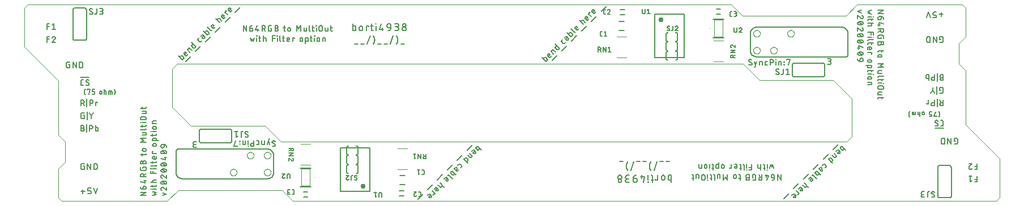
<source format=gto>
G04 EAGLE Gerber X2 export*
%TF.Part,Single*%
%TF.FileFunction,Other,silk top*%
%TF.FilePolarity,Positive*%
%TF.GenerationSoftware,Autodesk,EAGLE,9.5.2*%
%TF.CreationDate,2020-04-08T10:12:48Z*%
G75*
%MOMM*%
%FSLAX34Y34*%
%LPD*%
%INsilk top*%
%AMOC8*
5,1,8,0,0,1.08239X$1,22.5*%
G01*
%ADD10C,0.000000*%
%ADD11C,0.152400*%
%ADD12C,0.127000*%
%ADD13C,0.203200*%
%ADD14C,0.750000*%
%ADD15C,0.101600*%
%ADD16C,0.010000*%
%ADD17C,0.075000*%


D10*
X0Y232410D02*
X50800Y181610D01*
X50800Y100330D01*
X60960Y90170D01*
X60960Y59690D01*
X50800Y49530D01*
X50800Y6350D01*
X55880Y1270D01*
X213360Y1270D01*
D11*
X862296Y285716D02*
X869950Y293370D01*
X855225Y278645D02*
X847571Y270991D01*
X840500Y263920D02*
X832846Y256266D01*
X825774Y249194D02*
X818120Y241540D01*
X811049Y234469D02*
X803395Y226815D01*
X796324Y219744D02*
X788670Y212090D01*
X779780Y210628D02*
X773673Y216734D01*
X779780Y210628D02*
X781476Y212324D01*
X781527Y212379D01*
X781576Y212436D01*
X781622Y212496D01*
X781665Y212558D01*
X781704Y212622D01*
X781740Y212689D01*
X781773Y212757D01*
X781801Y212826D01*
X781827Y212897D01*
X781848Y212970D01*
X781866Y213043D01*
X781879Y213117D01*
X781889Y213192D01*
X781895Y213267D01*
X781897Y213342D01*
X781895Y213417D01*
X781889Y213492D01*
X781879Y213567D01*
X781866Y213641D01*
X781848Y213714D01*
X781827Y213787D01*
X781801Y213858D01*
X781773Y213927D01*
X781740Y213995D01*
X781704Y214061D01*
X781665Y214126D01*
X781622Y214188D01*
X781576Y214248D01*
X781527Y214305D01*
X781476Y214359D01*
X779441Y216395D01*
X779388Y216445D01*
X779332Y216492D01*
X779275Y216537D01*
X779215Y216579D01*
X779153Y216617D01*
X779089Y216652D01*
X779024Y216685D01*
X778957Y216713D01*
X778888Y216739D01*
X778819Y216760D01*
X778748Y216779D01*
X778677Y216793D01*
X778605Y216804D01*
X778532Y216812D01*
X778459Y216816D01*
X778387Y216816D01*
X778314Y216812D01*
X778241Y216804D01*
X778169Y216793D01*
X778098Y216779D01*
X778027Y216760D01*
X777958Y216739D01*
X777889Y216713D01*
X777822Y216685D01*
X777757Y216652D01*
X777693Y216617D01*
X777631Y216579D01*
X777571Y216537D01*
X777514Y216492D01*
X777458Y216445D01*
X777405Y216395D01*
X775709Y214699D01*
X786353Y217201D02*
X788050Y218897D01*
X786354Y217201D02*
X786299Y217150D01*
X786242Y217101D01*
X786182Y217055D01*
X786120Y217012D01*
X786056Y216973D01*
X785989Y216937D01*
X785921Y216904D01*
X785852Y216876D01*
X785781Y216850D01*
X785708Y216829D01*
X785635Y216811D01*
X785561Y216798D01*
X785486Y216788D01*
X785411Y216782D01*
X785336Y216780D01*
X785261Y216782D01*
X785186Y216788D01*
X785111Y216798D01*
X785037Y216811D01*
X784964Y216829D01*
X784891Y216850D01*
X784820Y216876D01*
X784751Y216904D01*
X784683Y216937D01*
X784617Y216973D01*
X784552Y217012D01*
X784490Y217055D01*
X784430Y217101D01*
X784373Y217150D01*
X784318Y217201D01*
X782622Y218897D01*
X782563Y218959D01*
X782506Y219024D01*
X782452Y219091D01*
X782402Y219161D01*
X782354Y219233D01*
X782310Y219307D01*
X782269Y219383D01*
X782232Y219460D01*
X782198Y219540D01*
X782168Y219620D01*
X782141Y219702D01*
X782118Y219785D01*
X782099Y219869D01*
X782084Y219954D01*
X782072Y220039D01*
X782064Y220125D01*
X782060Y220211D01*
X782060Y220297D01*
X782064Y220383D01*
X782072Y220469D01*
X782084Y220554D01*
X782099Y220639D01*
X782118Y220723D01*
X782141Y220806D01*
X782168Y220888D01*
X782198Y220968D01*
X782232Y221048D01*
X782269Y221125D01*
X782310Y221201D01*
X782354Y221275D01*
X782402Y221347D01*
X782452Y221417D01*
X782506Y221484D01*
X782563Y221549D01*
X782622Y221611D01*
X782684Y221670D01*
X782749Y221727D01*
X782816Y221781D01*
X782886Y221831D01*
X782958Y221879D01*
X783032Y221923D01*
X783108Y221964D01*
X783185Y222001D01*
X783265Y222035D01*
X783345Y222065D01*
X783427Y222092D01*
X783510Y222115D01*
X783594Y222134D01*
X783679Y222149D01*
X783764Y222161D01*
X783850Y222169D01*
X783936Y222173D01*
X784022Y222173D01*
X784108Y222169D01*
X784194Y222161D01*
X784279Y222149D01*
X784364Y222134D01*
X784448Y222115D01*
X784531Y222092D01*
X784613Y222065D01*
X784693Y222035D01*
X784773Y222001D01*
X784850Y221964D01*
X784926Y221923D01*
X785000Y221879D01*
X785072Y221831D01*
X785142Y221781D01*
X785209Y221727D01*
X785274Y221670D01*
X785336Y221611D01*
X786014Y220933D01*
X783300Y218219D01*
X791155Y222003D02*
X787084Y226074D01*
X788780Y227770D01*
X788835Y227821D01*
X788892Y227870D01*
X788952Y227916D01*
X789014Y227959D01*
X789078Y227998D01*
X789145Y228034D01*
X789213Y228067D01*
X789282Y228095D01*
X789353Y228121D01*
X789426Y228142D01*
X789499Y228160D01*
X789573Y228173D01*
X789648Y228183D01*
X789723Y228189D01*
X789798Y228191D01*
X789873Y228189D01*
X789948Y228183D01*
X790023Y228173D01*
X790097Y228160D01*
X790170Y228142D01*
X790243Y228121D01*
X790314Y228095D01*
X790383Y228067D01*
X790451Y228034D01*
X790517Y227998D01*
X790582Y227959D01*
X790644Y227916D01*
X790704Y227870D01*
X790761Y227821D01*
X790815Y227770D01*
X790816Y227770D02*
X793869Y224717D01*
X799640Y230488D02*
X793534Y236594D01*
X799640Y230488D02*
X797944Y228792D01*
X797944Y228791D02*
X797889Y228740D01*
X797832Y228691D01*
X797772Y228645D01*
X797710Y228602D01*
X797646Y228563D01*
X797579Y228527D01*
X797511Y228494D01*
X797442Y228466D01*
X797371Y228440D01*
X797298Y228419D01*
X797225Y228401D01*
X797151Y228388D01*
X797076Y228378D01*
X797001Y228372D01*
X796926Y228370D01*
X796851Y228372D01*
X796776Y228378D01*
X796701Y228388D01*
X796627Y228401D01*
X796554Y228419D01*
X796481Y228440D01*
X796410Y228466D01*
X796341Y228494D01*
X796273Y228527D01*
X796207Y228563D01*
X796142Y228602D01*
X796080Y228645D01*
X796020Y228691D01*
X795963Y228740D01*
X795908Y228791D01*
X795908Y228792D02*
X793873Y230827D01*
X793822Y230882D01*
X793773Y230939D01*
X793727Y230999D01*
X793684Y231061D01*
X793645Y231126D01*
X793609Y231192D01*
X793576Y231260D01*
X793548Y231329D01*
X793522Y231400D01*
X793501Y231473D01*
X793483Y231546D01*
X793470Y231620D01*
X793460Y231695D01*
X793454Y231770D01*
X793452Y231845D01*
X793454Y231920D01*
X793460Y231995D01*
X793470Y232070D01*
X793483Y232144D01*
X793501Y232217D01*
X793522Y232290D01*
X793548Y232361D01*
X793576Y232430D01*
X793609Y232498D01*
X793645Y232565D01*
X793684Y232629D01*
X793727Y232691D01*
X793773Y232751D01*
X793822Y232808D01*
X793873Y232863D01*
X795569Y234559D01*
X807270Y238118D02*
X808627Y239475D01*
X807270Y238117D02*
X807215Y238066D01*
X807158Y238017D01*
X807098Y237971D01*
X807036Y237928D01*
X806972Y237889D01*
X806905Y237853D01*
X806837Y237820D01*
X806768Y237792D01*
X806697Y237766D01*
X806624Y237745D01*
X806551Y237727D01*
X806477Y237714D01*
X806402Y237704D01*
X806327Y237698D01*
X806252Y237696D01*
X806177Y237698D01*
X806102Y237704D01*
X806027Y237714D01*
X805953Y237727D01*
X805880Y237745D01*
X805807Y237766D01*
X805736Y237792D01*
X805667Y237820D01*
X805599Y237853D01*
X805533Y237889D01*
X805468Y237928D01*
X805406Y237971D01*
X805346Y238017D01*
X805289Y238066D01*
X805234Y238117D01*
X805235Y238118D02*
X803199Y240153D01*
X803148Y240208D01*
X803099Y240265D01*
X803053Y240325D01*
X803010Y240387D01*
X802971Y240452D01*
X802935Y240518D01*
X802902Y240586D01*
X802874Y240655D01*
X802848Y240726D01*
X802827Y240799D01*
X802809Y240872D01*
X802796Y240946D01*
X802786Y241021D01*
X802780Y241096D01*
X802778Y241171D01*
X802780Y241246D01*
X802786Y241321D01*
X802796Y241396D01*
X802809Y241470D01*
X802827Y241543D01*
X802848Y241616D01*
X802874Y241687D01*
X802902Y241756D01*
X802935Y241824D01*
X802971Y241891D01*
X803010Y241955D01*
X803053Y242017D01*
X803099Y242077D01*
X803148Y242134D01*
X803199Y242189D01*
X804556Y243546D01*
X809963Y245560D02*
X811490Y247087D01*
X809964Y245560D02*
X809908Y245502D01*
X809855Y245440D01*
X809805Y245376D01*
X809758Y245310D01*
X809714Y245242D01*
X809674Y245171D01*
X809637Y245099D01*
X809604Y245025D01*
X809574Y244949D01*
X809548Y244873D01*
X809526Y244794D01*
X809507Y244715D01*
X809493Y244636D01*
X809482Y244555D01*
X809475Y244474D01*
X809472Y244393D01*
X809473Y244312D01*
X809478Y244231D01*
X809487Y244151D01*
X809500Y244070D01*
X809516Y243991D01*
X809536Y243912D01*
X809561Y243835D01*
X809588Y243759D01*
X809620Y243684D01*
X809655Y243611D01*
X809694Y243539D01*
X809736Y243470D01*
X809781Y243403D01*
X809829Y243338D01*
X809881Y243275D01*
X809935Y243215D01*
X809993Y243157D01*
X810053Y243103D01*
X810116Y243051D01*
X810181Y243003D01*
X810248Y242958D01*
X810317Y242916D01*
X810389Y242877D01*
X810462Y242842D01*
X810537Y242810D01*
X810613Y242783D01*
X810690Y242758D01*
X810769Y242738D01*
X810848Y242722D01*
X810929Y242709D01*
X811009Y242700D01*
X811090Y242695D01*
X811171Y242694D01*
X811252Y242697D01*
X811333Y242704D01*
X811414Y242715D01*
X811493Y242729D01*
X811572Y242748D01*
X811651Y242770D01*
X811727Y242796D01*
X811803Y242826D01*
X811877Y242859D01*
X811949Y242896D01*
X812020Y242936D01*
X812088Y242980D01*
X812154Y243027D01*
X812218Y243077D01*
X812280Y243130D01*
X812338Y243186D01*
X813865Y244712D01*
X810811Y247766D01*
X810812Y247766D02*
X810759Y247816D01*
X810703Y247863D01*
X810646Y247908D01*
X810586Y247950D01*
X810524Y247988D01*
X810460Y248023D01*
X810395Y248056D01*
X810328Y248084D01*
X810259Y248110D01*
X810190Y248131D01*
X810119Y248150D01*
X810048Y248164D01*
X809976Y248175D01*
X809903Y248183D01*
X809830Y248187D01*
X809758Y248187D01*
X809685Y248183D01*
X809612Y248175D01*
X809540Y248164D01*
X809469Y248150D01*
X809398Y248131D01*
X809329Y248110D01*
X809260Y248084D01*
X809193Y248056D01*
X809128Y248023D01*
X809064Y247988D01*
X809002Y247950D01*
X808942Y247908D01*
X808885Y247863D01*
X808829Y247816D01*
X808776Y247765D01*
X808776Y247766D02*
X807419Y246409D01*
X811174Y254235D02*
X817281Y248129D01*
X818977Y249825D01*
X818978Y249825D02*
X819029Y249880D01*
X819078Y249937D01*
X819124Y249997D01*
X819167Y250059D01*
X819206Y250123D01*
X819242Y250190D01*
X819275Y250258D01*
X819303Y250327D01*
X819329Y250398D01*
X819350Y250471D01*
X819368Y250544D01*
X819381Y250618D01*
X819391Y250693D01*
X819397Y250768D01*
X819399Y250843D01*
X819397Y250918D01*
X819391Y250993D01*
X819381Y251068D01*
X819368Y251142D01*
X819350Y251215D01*
X819329Y251288D01*
X819303Y251359D01*
X819275Y251428D01*
X819242Y251496D01*
X819206Y251562D01*
X819167Y251627D01*
X819124Y251689D01*
X819078Y251749D01*
X819029Y251806D01*
X818978Y251860D01*
X818977Y251860D02*
X816942Y253896D01*
X816889Y253946D01*
X816833Y253993D01*
X816776Y254038D01*
X816716Y254080D01*
X816654Y254118D01*
X816590Y254153D01*
X816525Y254186D01*
X816458Y254214D01*
X816389Y254240D01*
X816320Y254261D01*
X816249Y254280D01*
X816178Y254294D01*
X816106Y254305D01*
X816033Y254313D01*
X815960Y254317D01*
X815888Y254317D01*
X815815Y254313D01*
X815742Y254305D01*
X815670Y254294D01*
X815599Y254280D01*
X815528Y254261D01*
X815459Y254240D01*
X815390Y254214D01*
X815323Y254186D01*
X815258Y254153D01*
X815194Y254118D01*
X815132Y254080D01*
X815072Y254038D01*
X815015Y253993D01*
X814959Y253946D01*
X814906Y253896D01*
X813210Y252200D01*
X816758Y259818D02*
X821846Y254729D01*
X821899Y254679D01*
X821955Y254632D01*
X822012Y254587D01*
X822072Y254545D01*
X822134Y254507D01*
X822198Y254472D01*
X822263Y254439D01*
X822330Y254411D01*
X822399Y254385D01*
X822468Y254364D01*
X822539Y254345D01*
X822610Y254331D01*
X822682Y254320D01*
X822755Y254312D01*
X822828Y254308D01*
X822900Y254308D01*
X822973Y254312D01*
X823046Y254320D01*
X823118Y254331D01*
X823189Y254345D01*
X823260Y254364D01*
X823329Y254385D01*
X823398Y254411D01*
X823465Y254439D01*
X823530Y254472D01*
X823594Y254507D01*
X823656Y254545D01*
X823716Y254587D01*
X823773Y254632D01*
X823829Y254679D01*
X823882Y254729D01*
X827303Y258151D02*
X828999Y259847D01*
X827303Y258150D02*
X827248Y258099D01*
X827191Y258050D01*
X827131Y258004D01*
X827069Y257961D01*
X827005Y257922D01*
X826938Y257886D01*
X826870Y257853D01*
X826801Y257825D01*
X826730Y257799D01*
X826657Y257778D01*
X826584Y257760D01*
X826510Y257747D01*
X826435Y257737D01*
X826360Y257731D01*
X826285Y257729D01*
X826210Y257731D01*
X826135Y257737D01*
X826060Y257747D01*
X825986Y257760D01*
X825913Y257778D01*
X825840Y257799D01*
X825769Y257825D01*
X825700Y257853D01*
X825632Y257886D01*
X825566Y257922D01*
X825501Y257961D01*
X825439Y258004D01*
X825379Y258050D01*
X825322Y258099D01*
X825267Y258150D01*
X825267Y258151D02*
X823571Y259847D01*
X823512Y259909D01*
X823455Y259974D01*
X823401Y260041D01*
X823351Y260111D01*
X823303Y260183D01*
X823259Y260257D01*
X823218Y260333D01*
X823181Y260410D01*
X823147Y260490D01*
X823117Y260570D01*
X823090Y260652D01*
X823067Y260735D01*
X823048Y260819D01*
X823033Y260904D01*
X823021Y260989D01*
X823013Y261075D01*
X823009Y261161D01*
X823009Y261247D01*
X823013Y261333D01*
X823021Y261419D01*
X823033Y261504D01*
X823048Y261589D01*
X823067Y261673D01*
X823090Y261756D01*
X823117Y261838D01*
X823147Y261918D01*
X823181Y261998D01*
X823218Y262075D01*
X823259Y262151D01*
X823303Y262225D01*
X823351Y262297D01*
X823401Y262367D01*
X823455Y262434D01*
X823512Y262499D01*
X823571Y262561D01*
X823633Y262620D01*
X823698Y262677D01*
X823765Y262731D01*
X823835Y262781D01*
X823907Y262829D01*
X823981Y262873D01*
X824057Y262914D01*
X824134Y262951D01*
X824214Y262985D01*
X824294Y263015D01*
X824376Y263042D01*
X824459Y263065D01*
X824543Y263084D01*
X824628Y263099D01*
X824713Y263111D01*
X824799Y263119D01*
X824885Y263123D01*
X824971Y263123D01*
X825057Y263119D01*
X825143Y263111D01*
X825228Y263099D01*
X825313Y263084D01*
X825397Y263065D01*
X825480Y263042D01*
X825562Y263015D01*
X825642Y262985D01*
X825722Y262951D01*
X825799Y262914D01*
X825875Y262873D01*
X825949Y262829D01*
X826021Y262781D01*
X826091Y262731D01*
X826158Y262677D01*
X826223Y262620D01*
X826285Y262561D01*
X826964Y261882D01*
X824250Y259168D01*
X835553Y266400D02*
X829446Y272507D01*
X831482Y270471D02*
X833178Y272168D01*
X833233Y272219D01*
X833290Y272268D01*
X833350Y272314D01*
X833412Y272357D01*
X833476Y272396D01*
X833543Y272432D01*
X833611Y272465D01*
X833680Y272493D01*
X833751Y272519D01*
X833824Y272540D01*
X833897Y272558D01*
X833971Y272571D01*
X834046Y272581D01*
X834121Y272587D01*
X834196Y272589D01*
X834271Y272587D01*
X834346Y272581D01*
X834421Y272571D01*
X834495Y272558D01*
X834568Y272540D01*
X834641Y272519D01*
X834712Y272493D01*
X834781Y272465D01*
X834849Y272432D01*
X834915Y272396D01*
X834980Y272357D01*
X835042Y272314D01*
X835102Y272268D01*
X835159Y272219D01*
X835213Y272168D01*
X838267Y269114D01*
X842390Y273237D02*
X844086Y274933D01*
X842390Y273237D02*
X842335Y273186D01*
X842278Y273137D01*
X842218Y273091D01*
X842156Y273048D01*
X842092Y273009D01*
X842025Y272973D01*
X841957Y272940D01*
X841888Y272912D01*
X841817Y272886D01*
X841744Y272865D01*
X841671Y272847D01*
X841597Y272834D01*
X841522Y272824D01*
X841447Y272818D01*
X841372Y272816D01*
X841297Y272818D01*
X841222Y272824D01*
X841147Y272834D01*
X841073Y272847D01*
X841000Y272865D01*
X840927Y272886D01*
X840856Y272912D01*
X840787Y272940D01*
X840719Y272973D01*
X840653Y273009D01*
X840588Y273048D01*
X840526Y273091D01*
X840466Y273137D01*
X840409Y273186D01*
X840354Y273237D01*
X838658Y274933D01*
X838599Y274995D01*
X838542Y275060D01*
X838488Y275127D01*
X838438Y275197D01*
X838390Y275269D01*
X838346Y275343D01*
X838305Y275419D01*
X838268Y275496D01*
X838234Y275576D01*
X838204Y275656D01*
X838177Y275738D01*
X838154Y275821D01*
X838135Y275905D01*
X838120Y275990D01*
X838108Y276075D01*
X838100Y276161D01*
X838096Y276247D01*
X838096Y276333D01*
X838100Y276419D01*
X838108Y276505D01*
X838120Y276590D01*
X838135Y276675D01*
X838154Y276759D01*
X838177Y276842D01*
X838204Y276924D01*
X838234Y277004D01*
X838268Y277084D01*
X838305Y277161D01*
X838346Y277237D01*
X838390Y277311D01*
X838438Y277383D01*
X838488Y277453D01*
X838542Y277520D01*
X838599Y277585D01*
X838658Y277647D01*
X838720Y277706D01*
X838785Y277763D01*
X838852Y277817D01*
X838922Y277867D01*
X838994Y277915D01*
X839068Y277959D01*
X839144Y278000D01*
X839221Y278037D01*
X839301Y278071D01*
X839381Y278101D01*
X839463Y278128D01*
X839546Y278151D01*
X839630Y278170D01*
X839715Y278185D01*
X839800Y278197D01*
X839886Y278205D01*
X839972Y278209D01*
X840058Y278209D01*
X840144Y278205D01*
X840230Y278197D01*
X840315Y278185D01*
X840400Y278170D01*
X840484Y278151D01*
X840567Y278128D01*
X840649Y278101D01*
X840729Y278071D01*
X840809Y278037D01*
X840886Y278000D01*
X840962Y277959D01*
X841036Y277915D01*
X841108Y277867D01*
X841178Y277817D01*
X841245Y277763D01*
X841310Y277706D01*
X841372Y277647D01*
X842050Y276969D01*
X839336Y274255D01*
X847245Y278093D02*
X843174Y282164D01*
X845209Y284199D01*
X845888Y283521D01*
X852519Y283367D02*
X854215Y285063D01*
X852519Y283367D02*
X852464Y283316D01*
X852407Y283267D01*
X852347Y283221D01*
X852285Y283178D01*
X852221Y283139D01*
X852154Y283103D01*
X852086Y283070D01*
X852017Y283042D01*
X851946Y283016D01*
X851873Y282995D01*
X851800Y282977D01*
X851726Y282964D01*
X851651Y282954D01*
X851576Y282948D01*
X851501Y282946D01*
X851426Y282948D01*
X851351Y282954D01*
X851276Y282964D01*
X851202Y282977D01*
X851129Y282995D01*
X851056Y283016D01*
X850985Y283042D01*
X850916Y283070D01*
X850848Y283103D01*
X850782Y283139D01*
X850717Y283178D01*
X850655Y283221D01*
X850595Y283267D01*
X850538Y283316D01*
X850483Y283367D01*
X850484Y283367D02*
X848787Y285063D01*
X848728Y285125D01*
X848671Y285190D01*
X848617Y285257D01*
X848567Y285327D01*
X848519Y285399D01*
X848475Y285473D01*
X848434Y285549D01*
X848397Y285626D01*
X848363Y285706D01*
X848333Y285786D01*
X848306Y285868D01*
X848283Y285951D01*
X848264Y286035D01*
X848249Y286120D01*
X848237Y286205D01*
X848229Y286291D01*
X848225Y286377D01*
X848225Y286463D01*
X848229Y286549D01*
X848237Y286635D01*
X848249Y286720D01*
X848264Y286805D01*
X848283Y286889D01*
X848306Y286972D01*
X848333Y287054D01*
X848363Y287134D01*
X848397Y287214D01*
X848434Y287291D01*
X848475Y287367D01*
X848519Y287441D01*
X848567Y287513D01*
X848617Y287583D01*
X848671Y287650D01*
X848728Y287715D01*
X848787Y287777D01*
X848849Y287836D01*
X848914Y287893D01*
X848981Y287947D01*
X849051Y287997D01*
X849123Y288045D01*
X849197Y288089D01*
X849273Y288130D01*
X849350Y288167D01*
X849430Y288201D01*
X849510Y288231D01*
X849592Y288258D01*
X849675Y288281D01*
X849759Y288300D01*
X849844Y288315D01*
X849929Y288327D01*
X850015Y288335D01*
X850101Y288339D01*
X850187Y288339D01*
X850273Y288335D01*
X850359Y288327D01*
X850444Y288315D01*
X850529Y288300D01*
X850613Y288281D01*
X850696Y288258D01*
X850778Y288231D01*
X850858Y288201D01*
X850938Y288167D01*
X851015Y288130D01*
X851091Y288089D01*
X851165Y288045D01*
X851237Y287997D01*
X851307Y287947D01*
X851374Y287893D01*
X851439Y287836D01*
X851501Y287777D01*
X852180Y287099D01*
X849466Y284385D01*
X1139952Y213868D02*
X1139952Y212908D01*
X1139952Y213868D02*
X1144750Y213868D01*
X1142351Y205232D01*
X67790Y206220D02*
X66350Y206220D01*
X67790Y206220D02*
X67790Y201422D01*
X64911Y201422D01*
X64825Y201424D01*
X64739Y201430D01*
X64653Y201439D01*
X64568Y201453D01*
X64484Y201470D01*
X64400Y201491D01*
X64318Y201516D01*
X64237Y201544D01*
X64157Y201576D01*
X64078Y201612D01*
X64002Y201651D01*
X63927Y201694D01*
X63854Y201739D01*
X63783Y201788D01*
X63715Y201841D01*
X63648Y201896D01*
X63585Y201954D01*
X63524Y202015D01*
X63466Y202078D01*
X63411Y202145D01*
X63358Y202213D01*
X63309Y202284D01*
X63264Y202357D01*
X63221Y202432D01*
X63182Y202508D01*
X63146Y202587D01*
X63114Y202667D01*
X63086Y202748D01*
X63061Y202830D01*
X63040Y202914D01*
X63023Y202998D01*
X63009Y203083D01*
X63000Y203169D01*
X62994Y203255D01*
X62992Y203341D01*
X62992Y208139D01*
X62994Y208225D01*
X63000Y208311D01*
X63009Y208397D01*
X63023Y208482D01*
X63040Y208566D01*
X63061Y208650D01*
X63086Y208732D01*
X63114Y208813D01*
X63146Y208893D01*
X63182Y208972D01*
X63221Y209048D01*
X63264Y209123D01*
X63309Y209196D01*
X63358Y209267D01*
X63411Y209335D01*
X63466Y209402D01*
X63524Y209465D01*
X63585Y209526D01*
X63648Y209584D01*
X63715Y209639D01*
X63783Y209691D01*
X63854Y209741D01*
X63927Y209786D01*
X64002Y209829D01*
X64078Y209868D01*
X64157Y209904D01*
X64237Y209936D01*
X64318Y209964D01*
X64400Y209989D01*
X64484Y210010D01*
X64568Y210027D01*
X64653Y210041D01*
X64739Y210050D01*
X64825Y210056D01*
X64911Y210058D01*
X67790Y210058D01*
X72746Y210058D02*
X72746Y201422D01*
X77543Y201422D02*
X72746Y210058D01*
X77543Y210058D02*
X77543Y201422D01*
X82499Y201422D02*
X82499Y210058D01*
X84898Y210058D01*
X84995Y210056D01*
X85091Y210050D01*
X85187Y210041D01*
X85283Y210027D01*
X85378Y210010D01*
X85472Y209988D01*
X85565Y209963D01*
X85658Y209935D01*
X85749Y209902D01*
X85838Y209866D01*
X85926Y209826D01*
X86013Y209783D01*
X86098Y209737D01*
X86180Y209687D01*
X86261Y209633D01*
X86339Y209577D01*
X86415Y209517D01*
X86489Y209455D01*
X86560Y209389D01*
X86628Y209321D01*
X86694Y209250D01*
X86756Y209176D01*
X86816Y209100D01*
X86872Y209022D01*
X86926Y208941D01*
X86976Y208859D01*
X87022Y208774D01*
X87065Y208687D01*
X87105Y208599D01*
X87141Y208510D01*
X87174Y208419D01*
X87202Y208326D01*
X87227Y208233D01*
X87249Y208139D01*
X87266Y208044D01*
X87280Y207948D01*
X87289Y207852D01*
X87295Y207756D01*
X87297Y207659D01*
X87297Y203821D01*
X87295Y203724D01*
X87289Y203628D01*
X87280Y203532D01*
X87266Y203436D01*
X87249Y203341D01*
X87227Y203247D01*
X87202Y203154D01*
X87174Y203061D01*
X87141Y202970D01*
X87105Y202881D01*
X87065Y202793D01*
X87022Y202706D01*
X86976Y202622D01*
X86926Y202539D01*
X86872Y202458D01*
X86816Y202380D01*
X86756Y202304D01*
X86694Y202230D01*
X86628Y202159D01*
X86560Y202091D01*
X86489Y202025D01*
X86415Y201963D01*
X86339Y201903D01*
X86261Y201847D01*
X86180Y201793D01*
X86098Y201743D01*
X86013Y201697D01*
X85926Y201654D01*
X85838Y201614D01*
X85749Y201578D01*
X85658Y201545D01*
X85565Y201517D01*
X85472Y201492D01*
X85378Y201470D01*
X85283Y201453D01*
X85187Y201439D01*
X85091Y201430D01*
X84995Y201424D01*
X84898Y201422D01*
X82499Y201422D01*
X87940Y53820D02*
X89380Y53820D01*
X89380Y49022D01*
X86501Y49022D01*
X86415Y49024D01*
X86329Y49030D01*
X86243Y49039D01*
X86158Y49053D01*
X86074Y49070D01*
X85990Y49091D01*
X85908Y49116D01*
X85827Y49144D01*
X85747Y49176D01*
X85668Y49212D01*
X85592Y49251D01*
X85517Y49294D01*
X85444Y49339D01*
X85373Y49388D01*
X85305Y49441D01*
X85238Y49496D01*
X85175Y49554D01*
X85114Y49615D01*
X85056Y49678D01*
X85001Y49745D01*
X84948Y49813D01*
X84899Y49884D01*
X84854Y49957D01*
X84811Y50032D01*
X84772Y50108D01*
X84736Y50187D01*
X84704Y50267D01*
X84676Y50348D01*
X84651Y50430D01*
X84630Y50514D01*
X84613Y50598D01*
X84599Y50683D01*
X84590Y50769D01*
X84584Y50855D01*
X84582Y50941D01*
X84582Y55739D01*
X84584Y55825D01*
X84590Y55911D01*
X84599Y55997D01*
X84613Y56082D01*
X84630Y56166D01*
X84651Y56250D01*
X84676Y56332D01*
X84704Y56413D01*
X84736Y56493D01*
X84772Y56572D01*
X84811Y56648D01*
X84854Y56723D01*
X84899Y56796D01*
X84948Y56867D01*
X85001Y56935D01*
X85056Y57002D01*
X85114Y57065D01*
X85175Y57126D01*
X85238Y57184D01*
X85305Y57239D01*
X85373Y57291D01*
X85444Y57341D01*
X85517Y57386D01*
X85592Y57429D01*
X85668Y57468D01*
X85747Y57504D01*
X85827Y57536D01*
X85908Y57564D01*
X85990Y57589D01*
X86074Y57610D01*
X86158Y57627D01*
X86243Y57641D01*
X86329Y57650D01*
X86415Y57656D01*
X86501Y57658D01*
X89380Y57658D01*
X94336Y57658D02*
X94336Y49022D01*
X99133Y49022D02*
X94336Y57658D01*
X99133Y57658D02*
X99133Y49022D01*
X104089Y49022D02*
X104089Y57658D01*
X106488Y57658D01*
X106585Y57656D01*
X106681Y57650D01*
X106777Y57641D01*
X106873Y57627D01*
X106968Y57610D01*
X107062Y57588D01*
X107155Y57563D01*
X107248Y57535D01*
X107339Y57502D01*
X107428Y57466D01*
X107516Y57426D01*
X107603Y57383D01*
X107688Y57337D01*
X107770Y57287D01*
X107851Y57233D01*
X107929Y57177D01*
X108005Y57117D01*
X108079Y57055D01*
X108150Y56989D01*
X108218Y56921D01*
X108284Y56850D01*
X108346Y56776D01*
X108406Y56700D01*
X108462Y56622D01*
X108516Y56541D01*
X108566Y56459D01*
X108612Y56374D01*
X108655Y56287D01*
X108695Y56199D01*
X108731Y56110D01*
X108764Y56019D01*
X108792Y55926D01*
X108817Y55833D01*
X108839Y55739D01*
X108856Y55644D01*
X108870Y55548D01*
X108879Y55452D01*
X108885Y55356D01*
X108887Y55259D01*
X108887Y51421D01*
X108885Y51324D01*
X108879Y51228D01*
X108870Y51132D01*
X108856Y51036D01*
X108839Y50941D01*
X108817Y50847D01*
X108792Y50754D01*
X108764Y50661D01*
X108731Y50570D01*
X108695Y50481D01*
X108655Y50393D01*
X108612Y50306D01*
X108566Y50221D01*
X108516Y50139D01*
X108462Y50058D01*
X108406Y49980D01*
X108346Y49904D01*
X108284Y49830D01*
X108218Y49759D01*
X108150Y49691D01*
X108079Y49625D01*
X108005Y49563D01*
X107929Y49503D01*
X107851Y49447D01*
X107770Y49393D01*
X107688Y49343D01*
X107603Y49297D01*
X107516Y49254D01*
X107428Y49214D01*
X107339Y49178D01*
X107248Y49145D01*
X107155Y49117D01*
X107062Y49092D01*
X106968Y49070D01*
X106873Y49053D01*
X106777Y49039D01*
X106681Y49030D01*
X106585Y49024D01*
X106488Y49022D01*
X104089Y49022D01*
X90339Y15550D02*
X84582Y15550D01*
X87461Y12672D02*
X87461Y18429D01*
X94815Y12192D02*
X97694Y12192D01*
X97780Y12194D01*
X97866Y12200D01*
X97952Y12209D01*
X98037Y12223D01*
X98121Y12240D01*
X98205Y12261D01*
X98287Y12286D01*
X98368Y12314D01*
X98448Y12346D01*
X98527Y12382D01*
X98603Y12421D01*
X98678Y12464D01*
X98751Y12509D01*
X98822Y12559D01*
X98890Y12611D01*
X98957Y12666D01*
X99020Y12724D01*
X99081Y12785D01*
X99139Y12848D01*
X99194Y12915D01*
X99247Y12983D01*
X99296Y13054D01*
X99341Y13127D01*
X99384Y13202D01*
X99423Y13278D01*
X99459Y13357D01*
X99491Y13437D01*
X99519Y13518D01*
X99544Y13601D01*
X99565Y13684D01*
X99582Y13768D01*
X99596Y13853D01*
X99605Y13939D01*
X99611Y14025D01*
X99613Y14111D01*
X99613Y15071D01*
X99611Y15157D01*
X99605Y15243D01*
X99596Y15329D01*
X99582Y15414D01*
X99565Y15498D01*
X99544Y15582D01*
X99519Y15664D01*
X99491Y15745D01*
X99459Y15825D01*
X99423Y15904D01*
X99384Y15980D01*
X99341Y16055D01*
X99296Y16128D01*
X99247Y16199D01*
X99194Y16267D01*
X99139Y16334D01*
X99081Y16397D01*
X99020Y16458D01*
X98957Y16516D01*
X98890Y16571D01*
X98822Y16624D01*
X98751Y16673D01*
X98678Y16718D01*
X98603Y16761D01*
X98527Y16800D01*
X98448Y16836D01*
X98368Y16868D01*
X98287Y16896D01*
X98205Y16921D01*
X98121Y16942D01*
X98037Y16959D01*
X97952Y16973D01*
X97866Y16982D01*
X97780Y16988D01*
X97694Y16990D01*
X94815Y16990D01*
X94815Y20828D01*
X99613Y20828D01*
X103480Y20828D02*
X106358Y12192D01*
X109237Y20828D01*
X86981Y110970D02*
X84582Y110970D01*
X86981Y110970D02*
X87078Y110968D01*
X87174Y110962D01*
X87270Y110953D01*
X87366Y110939D01*
X87461Y110922D01*
X87555Y110900D01*
X87648Y110875D01*
X87741Y110847D01*
X87832Y110814D01*
X87921Y110778D01*
X88009Y110738D01*
X88096Y110695D01*
X88181Y110649D01*
X88263Y110599D01*
X88344Y110545D01*
X88422Y110489D01*
X88498Y110429D01*
X88572Y110367D01*
X88643Y110301D01*
X88711Y110233D01*
X88777Y110162D01*
X88839Y110088D01*
X88899Y110012D01*
X88955Y109934D01*
X89009Y109853D01*
X89059Y109770D01*
X89105Y109686D01*
X89148Y109599D01*
X89188Y109511D01*
X89224Y109422D01*
X89257Y109331D01*
X89285Y109238D01*
X89310Y109145D01*
X89332Y109051D01*
X89349Y108956D01*
X89363Y108860D01*
X89372Y108764D01*
X89378Y108668D01*
X89380Y108571D01*
X89378Y108474D01*
X89372Y108378D01*
X89363Y108282D01*
X89349Y108186D01*
X89332Y108091D01*
X89310Y107997D01*
X89285Y107904D01*
X89257Y107811D01*
X89224Y107720D01*
X89188Y107631D01*
X89148Y107543D01*
X89105Y107456D01*
X89059Y107371D01*
X89009Y107289D01*
X88955Y107208D01*
X88899Y107130D01*
X88839Y107054D01*
X88777Y106980D01*
X88711Y106909D01*
X88643Y106841D01*
X88572Y106775D01*
X88498Y106713D01*
X88422Y106653D01*
X88344Y106597D01*
X88263Y106543D01*
X88181Y106493D01*
X88096Y106447D01*
X88009Y106404D01*
X87921Y106364D01*
X87832Y106328D01*
X87741Y106295D01*
X87648Y106267D01*
X87555Y106242D01*
X87461Y106220D01*
X87366Y106203D01*
X87270Y106189D01*
X87174Y106180D01*
X87078Y106174D01*
X86981Y106172D01*
X84582Y106172D01*
X84582Y114808D01*
X86981Y114808D01*
X87067Y114806D01*
X87153Y114800D01*
X87239Y114791D01*
X87324Y114777D01*
X87408Y114760D01*
X87492Y114739D01*
X87574Y114714D01*
X87655Y114686D01*
X87735Y114654D01*
X87814Y114618D01*
X87890Y114579D01*
X87965Y114536D01*
X88038Y114491D01*
X88109Y114442D01*
X88177Y114389D01*
X88244Y114334D01*
X88307Y114276D01*
X88368Y114215D01*
X88426Y114152D01*
X88481Y114085D01*
X88534Y114017D01*
X88583Y113946D01*
X88628Y113873D01*
X88671Y113798D01*
X88710Y113722D01*
X88746Y113643D01*
X88778Y113563D01*
X88806Y113482D01*
X88831Y113400D01*
X88852Y113316D01*
X88869Y113232D01*
X88883Y113147D01*
X88892Y113061D01*
X88898Y112975D01*
X88900Y112889D01*
X88898Y112803D01*
X88892Y112717D01*
X88883Y112631D01*
X88869Y112546D01*
X88852Y112462D01*
X88831Y112378D01*
X88806Y112296D01*
X88778Y112215D01*
X88746Y112135D01*
X88710Y112056D01*
X88671Y111980D01*
X88628Y111905D01*
X88583Y111832D01*
X88534Y111761D01*
X88481Y111693D01*
X88426Y111626D01*
X88368Y111563D01*
X88307Y111502D01*
X88244Y111444D01*
X88177Y111389D01*
X88109Y111336D01*
X88038Y111287D01*
X87965Y111242D01*
X87890Y111199D01*
X87814Y111160D01*
X87735Y111124D01*
X87655Y111092D01*
X87574Y111064D01*
X87492Y111039D01*
X87408Y111018D01*
X87324Y111001D01*
X87239Y110987D01*
X87153Y110978D01*
X87067Y110972D01*
X86981Y110970D01*
X92882Y116247D02*
X92882Y104733D01*
X97384Y106172D02*
X97384Y114808D01*
X99782Y114808D01*
X99879Y114806D01*
X99975Y114800D01*
X100071Y114791D01*
X100167Y114777D01*
X100262Y114760D01*
X100356Y114738D01*
X100449Y114713D01*
X100542Y114685D01*
X100633Y114652D01*
X100722Y114616D01*
X100810Y114576D01*
X100897Y114533D01*
X100982Y114487D01*
X101064Y114437D01*
X101145Y114383D01*
X101223Y114327D01*
X101299Y114267D01*
X101373Y114205D01*
X101444Y114139D01*
X101512Y114071D01*
X101578Y114000D01*
X101640Y113926D01*
X101700Y113850D01*
X101756Y113772D01*
X101810Y113691D01*
X101860Y113608D01*
X101906Y113524D01*
X101949Y113437D01*
X101989Y113349D01*
X102025Y113260D01*
X102058Y113169D01*
X102086Y113076D01*
X102111Y112983D01*
X102133Y112889D01*
X102150Y112794D01*
X102164Y112698D01*
X102173Y112602D01*
X102179Y112506D01*
X102181Y112409D01*
X102179Y112312D01*
X102173Y112216D01*
X102164Y112120D01*
X102150Y112024D01*
X102133Y111929D01*
X102111Y111835D01*
X102086Y111742D01*
X102058Y111649D01*
X102025Y111558D01*
X101989Y111469D01*
X101949Y111381D01*
X101906Y111294D01*
X101860Y111209D01*
X101810Y111127D01*
X101756Y111046D01*
X101700Y110968D01*
X101640Y110892D01*
X101578Y110818D01*
X101512Y110747D01*
X101444Y110679D01*
X101373Y110613D01*
X101299Y110551D01*
X101223Y110491D01*
X101145Y110435D01*
X101064Y110381D01*
X100982Y110331D01*
X100897Y110285D01*
X100810Y110242D01*
X100722Y110202D01*
X100633Y110166D01*
X100542Y110133D01*
X100449Y110105D01*
X100356Y110080D01*
X100262Y110058D01*
X100167Y110041D01*
X100071Y110027D01*
X99975Y110018D01*
X99879Y110012D01*
X99782Y110010D01*
X97384Y110010D01*
X106271Y106172D02*
X106271Y114808D01*
X106271Y106172D02*
X108670Y106172D01*
X108745Y106174D01*
X108820Y106180D01*
X108895Y106190D01*
X108969Y106203D01*
X109042Y106221D01*
X109115Y106242D01*
X109186Y106268D01*
X109255Y106296D01*
X109323Y106329D01*
X109389Y106365D01*
X109454Y106404D01*
X109516Y106447D01*
X109576Y106493D01*
X109633Y106542D01*
X109688Y106593D01*
X109739Y106648D01*
X109788Y106705D01*
X109834Y106765D01*
X109877Y106827D01*
X109916Y106891D01*
X109952Y106958D01*
X109985Y107026D01*
X110013Y107095D01*
X110039Y107166D01*
X110060Y107239D01*
X110078Y107312D01*
X110091Y107386D01*
X110101Y107461D01*
X110107Y107536D01*
X110109Y107611D01*
X110109Y110490D01*
X110107Y110565D01*
X110101Y110640D01*
X110091Y110715D01*
X110078Y110789D01*
X110060Y110862D01*
X110039Y110935D01*
X110013Y111006D01*
X109985Y111075D01*
X109952Y111143D01*
X109916Y111210D01*
X109877Y111274D01*
X109834Y111336D01*
X109788Y111396D01*
X109739Y111453D01*
X109688Y111508D01*
X109633Y111559D01*
X109576Y111608D01*
X109516Y111654D01*
X109454Y111697D01*
X109390Y111736D01*
X109323Y111772D01*
X109255Y111805D01*
X109186Y111833D01*
X109115Y111859D01*
X109042Y111880D01*
X108969Y111898D01*
X108895Y111911D01*
X108820Y111921D01*
X108745Y111927D01*
X108670Y111929D01*
X106271Y111929D01*
X89380Y130020D02*
X87940Y130020D01*
X89380Y130020D02*
X89380Y125222D01*
X86501Y125222D01*
X86415Y125224D01*
X86329Y125230D01*
X86243Y125239D01*
X86158Y125253D01*
X86074Y125270D01*
X85990Y125291D01*
X85908Y125316D01*
X85827Y125344D01*
X85747Y125376D01*
X85668Y125412D01*
X85592Y125451D01*
X85517Y125494D01*
X85444Y125539D01*
X85373Y125588D01*
X85305Y125641D01*
X85238Y125696D01*
X85175Y125754D01*
X85114Y125815D01*
X85056Y125878D01*
X85001Y125945D01*
X84948Y126013D01*
X84899Y126084D01*
X84854Y126157D01*
X84811Y126232D01*
X84772Y126308D01*
X84736Y126387D01*
X84704Y126467D01*
X84676Y126548D01*
X84651Y126630D01*
X84630Y126714D01*
X84613Y126798D01*
X84599Y126883D01*
X84590Y126969D01*
X84584Y127055D01*
X84582Y127141D01*
X84582Y131939D01*
X84584Y132025D01*
X84590Y132111D01*
X84599Y132197D01*
X84613Y132282D01*
X84630Y132366D01*
X84651Y132450D01*
X84676Y132532D01*
X84704Y132613D01*
X84736Y132693D01*
X84772Y132772D01*
X84811Y132848D01*
X84854Y132923D01*
X84899Y132996D01*
X84948Y133067D01*
X85001Y133135D01*
X85056Y133202D01*
X85114Y133265D01*
X85175Y133326D01*
X85238Y133384D01*
X85305Y133439D01*
X85373Y133491D01*
X85444Y133541D01*
X85517Y133586D01*
X85592Y133629D01*
X85668Y133668D01*
X85747Y133704D01*
X85827Y133736D01*
X85908Y133764D01*
X85990Y133789D01*
X86074Y133810D01*
X86158Y133827D01*
X86243Y133841D01*
X86329Y133850D01*
X86415Y133856D01*
X86501Y133858D01*
X89380Y133858D01*
X93686Y135297D02*
X93686Y123783D01*
X100087Y129780D02*
X97209Y133858D01*
X100087Y129780D02*
X102966Y133858D01*
X100087Y129780D02*
X100087Y125222D01*
X84582Y144272D02*
X84582Y152908D01*
X86981Y152908D01*
X87078Y152906D01*
X87174Y152900D01*
X87270Y152891D01*
X87366Y152877D01*
X87461Y152860D01*
X87555Y152838D01*
X87648Y152813D01*
X87741Y152785D01*
X87832Y152752D01*
X87921Y152716D01*
X88009Y152676D01*
X88096Y152633D01*
X88181Y152587D01*
X88263Y152537D01*
X88344Y152483D01*
X88422Y152427D01*
X88498Y152367D01*
X88572Y152305D01*
X88643Y152239D01*
X88711Y152171D01*
X88777Y152100D01*
X88839Y152026D01*
X88899Y151950D01*
X88955Y151872D01*
X89009Y151791D01*
X89059Y151708D01*
X89105Y151624D01*
X89148Y151537D01*
X89188Y151449D01*
X89224Y151360D01*
X89257Y151269D01*
X89285Y151176D01*
X89310Y151083D01*
X89332Y150989D01*
X89349Y150894D01*
X89363Y150798D01*
X89372Y150702D01*
X89378Y150606D01*
X89380Y150509D01*
X89378Y150412D01*
X89372Y150316D01*
X89363Y150220D01*
X89349Y150124D01*
X89332Y150029D01*
X89310Y149935D01*
X89285Y149842D01*
X89257Y149749D01*
X89224Y149658D01*
X89188Y149569D01*
X89148Y149481D01*
X89105Y149394D01*
X89059Y149310D01*
X89009Y149227D01*
X88955Y149146D01*
X88899Y149068D01*
X88839Y148992D01*
X88777Y148918D01*
X88711Y148847D01*
X88643Y148779D01*
X88572Y148713D01*
X88498Y148651D01*
X88422Y148591D01*
X88344Y148535D01*
X88263Y148481D01*
X88181Y148431D01*
X88096Y148385D01*
X88009Y148342D01*
X87921Y148302D01*
X87832Y148266D01*
X87741Y148233D01*
X87648Y148205D01*
X87555Y148180D01*
X87461Y148158D01*
X87366Y148141D01*
X87270Y148127D01*
X87174Y148118D01*
X87078Y148112D01*
X86981Y148110D01*
X84582Y148110D01*
X87461Y148110D02*
X89380Y144272D01*
X93297Y142833D02*
X93297Y154347D01*
X97798Y152908D02*
X97798Y144272D01*
X97798Y152908D02*
X100197Y152908D01*
X100294Y152906D01*
X100390Y152900D01*
X100486Y152891D01*
X100582Y152877D01*
X100677Y152860D01*
X100771Y152838D01*
X100864Y152813D01*
X100957Y152785D01*
X101048Y152752D01*
X101137Y152716D01*
X101225Y152676D01*
X101312Y152633D01*
X101397Y152587D01*
X101479Y152537D01*
X101560Y152483D01*
X101638Y152427D01*
X101714Y152367D01*
X101788Y152305D01*
X101859Y152239D01*
X101927Y152171D01*
X101993Y152100D01*
X102055Y152026D01*
X102115Y151950D01*
X102171Y151872D01*
X102225Y151791D01*
X102275Y151708D01*
X102321Y151624D01*
X102364Y151537D01*
X102404Y151449D01*
X102440Y151360D01*
X102473Y151269D01*
X102501Y151176D01*
X102526Y151083D01*
X102548Y150989D01*
X102565Y150894D01*
X102579Y150798D01*
X102588Y150702D01*
X102594Y150606D01*
X102596Y150509D01*
X102594Y150412D01*
X102588Y150316D01*
X102579Y150220D01*
X102565Y150124D01*
X102548Y150029D01*
X102526Y149935D01*
X102501Y149842D01*
X102473Y149749D01*
X102440Y149658D01*
X102404Y149569D01*
X102364Y149481D01*
X102321Y149394D01*
X102275Y149310D01*
X102225Y149227D01*
X102171Y149146D01*
X102115Y149068D01*
X102055Y148992D01*
X101993Y148918D01*
X101927Y148847D01*
X101859Y148779D01*
X101788Y148713D01*
X101714Y148651D01*
X101638Y148591D01*
X101560Y148535D01*
X101479Y148481D01*
X101397Y148431D01*
X101312Y148385D01*
X101225Y148342D01*
X101137Y148302D01*
X101048Y148266D01*
X100957Y148233D01*
X100864Y148205D01*
X100771Y148180D01*
X100677Y148158D01*
X100582Y148141D01*
X100486Y148127D01*
X100390Y148118D01*
X100294Y148112D01*
X100197Y148110D01*
X97798Y148110D01*
X106694Y150029D02*
X106694Y144272D01*
X106694Y150029D02*
X109573Y150029D01*
X109573Y149070D01*
X88420Y174752D02*
X86501Y174752D01*
X86415Y174754D01*
X86329Y174760D01*
X86243Y174769D01*
X86158Y174783D01*
X86074Y174800D01*
X85990Y174821D01*
X85908Y174846D01*
X85827Y174874D01*
X85747Y174906D01*
X85668Y174942D01*
X85592Y174981D01*
X85517Y175024D01*
X85444Y175069D01*
X85373Y175118D01*
X85305Y175171D01*
X85238Y175226D01*
X85175Y175284D01*
X85114Y175345D01*
X85056Y175408D01*
X85001Y175475D01*
X84948Y175543D01*
X84899Y175614D01*
X84854Y175687D01*
X84811Y175762D01*
X84772Y175838D01*
X84736Y175917D01*
X84704Y175997D01*
X84676Y176078D01*
X84651Y176160D01*
X84630Y176244D01*
X84613Y176328D01*
X84599Y176413D01*
X84590Y176499D01*
X84584Y176585D01*
X84582Y176671D01*
X84582Y181469D01*
X84584Y181555D01*
X84590Y181641D01*
X84599Y181727D01*
X84613Y181812D01*
X84630Y181896D01*
X84651Y181980D01*
X84676Y182062D01*
X84704Y182143D01*
X84736Y182223D01*
X84772Y182302D01*
X84811Y182378D01*
X84854Y182453D01*
X84899Y182526D01*
X84948Y182597D01*
X85001Y182665D01*
X85056Y182732D01*
X85114Y182795D01*
X85175Y182856D01*
X85238Y182914D01*
X85305Y182969D01*
X85373Y183021D01*
X85444Y183071D01*
X85517Y183116D01*
X85592Y183159D01*
X85668Y183198D01*
X85747Y183234D01*
X85827Y183266D01*
X85908Y183294D01*
X85990Y183319D01*
X86074Y183340D01*
X86158Y183357D01*
X86243Y183371D01*
X86329Y183380D01*
X86415Y183386D01*
X86501Y183388D01*
X88420Y183388D01*
X96733Y176671D02*
X96731Y176585D01*
X96725Y176499D01*
X96716Y176413D01*
X96702Y176328D01*
X96685Y176244D01*
X96664Y176160D01*
X96639Y176078D01*
X96611Y175997D01*
X96579Y175917D01*
X96543Y175838D01*
X96504Y175762D01*
X96461Y175687D01*
X96416Y175614D01*
X96367Y175543D01*
X96314Y175475D01*
X96259Y175408D01*
X96201Y175345D01*
X96140Y175284D01*
X96077Y175226D01*
X96010Y175171D01*
X95942Y175119D01*
X95871Y175069D01*
X95798Y175024D01*
X95723Y174981D01*
X95647Y174942D01*
X95568Y174906D01*
X95488Y174874D01*
X95407Y174846D01*
X95325Y174821D01*
X95241Y174800D01*
X95157Y174783D01*
X95072Y174769D01*
X94986Y174760D01*
X94900Y174754D01*
X94814Y174752D01*
X94691Y174754D01*
X94568Y174759D01*
X94445Y174769D01*
X94323Y174782D01*
X94201Y174799D01*
X94079Y174819D01*
X93959Y174843D01*
X93839Y174871D01*
X93720Y174902D01*
X93602Y174937D01*
X93485Y174976D01*
X93369Y175018D01*
X93255Y175064D01*
X93142Y175113D01*
X93031Y175165D01*
X92921Y175221D01*
X92813Y175280D01*
X92707Y175343D01*
X92602Y175408D01*
X92500Y175477D01*
X92400Y175549D01*
X92303Y175624D01*
X92207Y175701D01*
X92114Y175782D01*
X92023Y175865D01*
X91935Y175951D01*
X92175Y181469D02*
X92177Y181555D01*
X92183Y181641D01*
X92192Y181727D01*
X92206Y181812D01*
X92223Y181896D01*
X92244Y181980D01*
X92269Y182062D01*
X92297Y182143D01*
X92329Y182223D01*
X92365Y182302D01*
X92404Y182378D01*
X92447Y182453D01*
X92492Y182526D01*
X92541Y182597D01*
X92594Y182665D01*
X92649Y182732D01*
X92707Y182795D01*
X92768Y182856D01*
X92831Y182914D01*
X92898Y182969D01*
X92966Y183022D01*
X93037Y183071D01*
X93110Y183116D01*
X93185Y183159D01*
X93261Y183198D01*
X93340Y183234D01*
X93420Y183266D01*
X93501Y183294D01*
X93583Y183319D01*
X93667Y183340D01*
X93751Y183357D01*
X93836Y183371D01*
X93922Y183380D01*
X94008Y183386D01*
X94094Y183388D01*
X94210Y183386D01*
X94325Y183381D01*
X94441Y183371D01*
X94556Y183358D01*
X94670Y183342D01*
X94784Y183321D01*
X94898Y183297D01*
X95010Y183269D01*
X95121Y183238D01*
X95232Y183203D01*
X95341Y183165D01*
X95449Y183123D01*
X95555Y183078D01*
X95661Y183029D01*
X95764Y182977D01*
X95866Y182922D01*
X95965Y182863D01*
X96063Y182801D01*
X96159Y182736D01*
X96253Y182668D01*
X93134Y179790D02*
X93060Y179836D01*
X92987Y179886D01*
X92917Y179939D01*
X92849Y179995D01*
X92784Y180054D01*
X92721Y180116D01*
X92662Y180181D01*
X92605Y180248D01*
X92551Y180318D01*
X92501Y180390D01*
X92454Y180464D01*
X92410Y180540D01*
X92370Y180619D01*
X92334Y180699D01*
X92301Y180780D01*
X92272Y180863D01*
X92246Y180948D01*
X92224Y181033D01*
X92207Y181119D01*
X92193Y181206D01*
X92183Y181293D01*
X92177Y181381D01*
X92175Y181469D01*
X95774Y178350D02*
X95848Y178304D01*
X95921Y178254D01*
X95991Y178201D01*
X96059Y178145D01*
X96124Y178086D01*
X96187Y178024D01*
X96246Y177959D01*
X96303Y177892D01*
X96357Y177822D01*
X96407Y177750D01*
X96454Y177676D01*
X96498Y177600D01*
X96538Y177521D01*
X96574Y177441D01*
X96607Y177360D01*
X96636Y177277D01*
X96662Y177192D01*
X96684Y177107D01*
X96701Y177021D01*
X96715Y176934D01*
X96725Y176847D01*
X96731Y176759D01*
X96733Y176671D01*
X95774Y178350D02*
X93135Y179790D01*
D12*
X91059Y169545D02*
X90960Y169424D01*
X90863Y169300D01*
X90770Y169174D01*
X90680Y169045D01*
X90592Y168915D01*
X90508Y168782D01*
X90427Y168648D01*
X90350Y168512D01*
X90276Y168373D01*
X90205Y168233D01*
X90137Y168092D01*
X90073Y167948D01*
X90012Y167804D01*
X89955Y167657D01*
X89901Y167510D01*
X89851Y167361D01*
X89805Y167211D01*
X89762Y167060D01*
X89723Y166908D01*
X89687Y166756D01*
X89655Y166602D01*
X89627Y166447D01*
X89603Y166292D01*
X89582Y166137D01*
X89565Y165981D01*
X89552Y165824D01*
X89543Y165668D01*
X89537Y165511D01*
X89535Y165354D01*
X89537Y165197D01*
X89543Y165040D01*
X89552Y164884D01*
X89565Y164727D01*
X89582Y164571D01*
X89603Y164416D01*
X89627Y164261D01*
X89655Y164106D01*
X89687Y163952D01*
X89723Y163800D01*
X89762Y163648D01*
X89805Y163497D01*
X89851Y163347D01*
X89901Y163198D01*
X89955Y163051D01*
X90012Y162904D01*
X90073Y162760D01*
X90137Y162616D01*
X90205Y162475D01*
X90276Y162335D01*
X90350Y162196D01*
X90427Y162060D01*
X90508Y161926D01*
X90592Y161793D01*
X90680Y161663D01*
X90770Y161534D01*
X90863Y161408D01*
X90960Y161284D01*
X91059Y161163D01*
X94216Y168021D02*
X94216Y168783D01*
X98026Y168783D01*
X96121Y161925D01*
X101532Y161925D02*
X103818Y161925D01*
X103895Y161927D01*
X103972Y161933D01*
X104049Y161943D01*
X104125Y161956D01*
X104200Y161974D01*
X104274Y161995D01*
X104347Y162020D01*
X104419Y162049D01*
X104489Y162081D01*
X104558Y162116D01*
X104624Y162156D01*
X104689Y162198D01*
X104751Y162244D01*
X104811Y162293D01*
X104868Y162344D01*
X104923Y162399D01*
X104974Y162456D01*
X105023Y162516D01*
X105069Y162578D01*
X105111Y162643D01*
X105151Y162709D01*
X105186Y162778D01*
X105218Y162848D01*
X105247Y162920D01*
X105272Y162993D01*
X105293Y163067D01*
X105311Y163142D01*
X105324Y163218D01*
X105334Y163295D01*
X105340Y163372D01*
X105342Y163449D01*
X105342Y164211D01*
X105340Y164288D01*
X105334Y164365D01*
X105324Y164442D01*
X105311Y164518D01*
X105293Y164593D01*
X105272Y164667D01*
X105247Y164740D01*
X105218Y164812D01*
X105186Y164882D01*
X105151Y164951D01*
X105111Y165017D01*
X105069Y165082D01*
X105023Y165144D01*
X104974Y165204D01*
X104923Y165261D01*
X104868Y165316D01*
X104811Y165367D01*
X104751Y165416D01*
X104689Y165462D01*
X104624Y165504D01*
X104558Y165544D01*
X104489Y165579D01*
X104419Y165611D01*
X104347Y165640D01*
X104274Y165665D01*
X104200Y165686D01*
X104125Y165704D01*
X104049Y165717D01*
X103972Y165727D01*
X103895Y165733D01*
X103818Y165735D01*
X101532Y165735D01*
X101532Y168783D01*
X105342Y168783D01*
X112641Y164973D02*
X112641Y163449D01*
X112641Y164973D02*
X112643Y165050D01*
X112649Y165127D01*
X112659Y165204D01*
X112672Y165280D01*
X112690Y165355D01*
X112711Y165429D01*
X112736Y165502D01*
X112765Y165574D01*
X112797Y165644D01*
X112832Y165713D01*
X112872Y165779D01*
X112914Y165844D01*
X112960Y165906D01*
X113009Y165966D01*
X113060Y166023D01*
X113115Y166078D01*
X113172Y166129D01*
X113232Y166178D01*
X113294Y166224D01*
X113359Y166266D01*
X113425Y166306D01*
X113494Y166341D01*
X113564Y166373D01*
X113636Y166402D01*
X113709Y166427D01*
X113783Y166448D01*
X113858Y166466D01*
X113934Y166479D01*
X114011Y166489D01*
X114088Y166495D01*
X114165Y166497D01*
X114242Y166495D01*
X114319Y166489D01*
X114396Y166479D01*
X114472Y166466D01*
X114547Y166448D01*
X114621Y166427D01*
X114694Y166402D01*
X114766Y166373D01*
X114836Y166341D01*
X114905Y166306D01*
X114971Y166266D01*
X115036Y166224D01*
X115098Y166178D01*
X115158Y166129D01*
X115215Y166078D01*
X115270Y166023D01*
X115321Y165966D01*
X115370Y165906D01*
X115416Y165844D01*
X115458Y165779D01*
X115498Y165713D01*
X115533Y165644D01*
X115565Y165574D01*
X115594Y165502D01*
X115619Y165429D01*
X115640Y165355D01*
X115658Y165280D01*
X115671Y165204D01*
X115681Y165127D01*
X115687Y165050D01*
X115689Y164973D01*
X115689Y163449D01*
X115687Y163372D01*
X115681Y163295D01*
X115671Y163218D01*
X115658Y163142D01*
X115640Y163067D01*
X115619Y162993D01*
X115594Y162920D01*
X115565Y162848D01*
X115533Y162778D01*
X115498Y162709D01*
X115458Y162643D01*
X115416Y162578D01*
X115370Y162516D01*
X115321Y162456D01*
X115270Y162399D01*
X115215Y162344D01*
X115158Y162293D01*
X115098Y162244D01*
X115036Y162198D01*
X114971Y162156D01*
X114905Y162116D01*
X114836Y162081D01*
X114766Y162049D01*
X114694Y162020D01*
X114621Y161995D01*
X114547Y161974D01*
X114472Y161956D01*
X114396Y161943D01*
X114319Y161933D01*
X114242Y161927D01*
X114165Y161925D01*
X114088Y161927D01*
X114011Y161933D01*
X113934Y161943D01*
X113858Y161956D01*
X113783Y161974D01*
X113709Y161995D01*
X113636Y162020D01*
X113564Y162049D01*
X113494Y162081D01*
X113425Y162116D01*
X113359Y162156D01*
X113294Y162198D01*
X113232Y162244D01*
X113172Y162293D01*
X113115Y162344D01*
X113060Y162399D01*
X113009Y162456D01*
X112960Y162516D01*
X112914Y162578D01*
X112872Y162643D01*
X112832Y162709D01*
X112797Y162778D01*
X112765Y162848D01*
X112736Y162920D01*
X112711Y162993D01*
X112690Y163067D01*
X112672Y163142D01*
X112659Y163218D01*
X112649Y163295D01*
X112643Y163372D01*
X112641Y163449D01*
X119225Y161925D02*
X119225Y168783D01*
X119225Y166497D02*
X121130Y166497D01*
X121196Y166495D01*
X121263Y166489D01*
X121328Y166480D01*
X121394Y166466D01*
X121458Y166449D01*
X121521Y166428D01*
X121583Y166404D01*
X121643Y166375D01*
X121702Y166344D01*
X121758Y166309D01*
X121813Y166271D01*
X121865Y166230D01*
X121914Y166185D01*
X121961Y166138D01*
X122006Y166089D01*
X122047Y166037D01*
X122085Y165982D01*
X122120Y165926D01*
X122151Y165867D01*
X122180Y165807D01*
X122204Y165745D01*
X122225Y165682D01*
X122242Y165618D01*
X122256Y165552D01*
X122265Y165487D01*
X122271Y165420D01*
X122273Y165354D01*
X122273Y161925D01*
X126266Y161925D02*
X126266Y166497D01*
X129695Y166497D01*
X129761Y166495D01*
X129828Y166489D01*
X129893Y166480D01*
X129959Y166466D01*
X130023Y166449D01*
X130086Y166428D01*
X130148Y166404D01*
X130208Y166375D01*
X130267Y166344D01*
X130323Y166309D01*
X130378Y166271D01*
X130430Y166230D01*
X130479Y166185D01*
X130526Y166138D01*
X130571Y166089D01*
X130612Y166037D01*
X130650Y165982D01*
X130685Y165926D01*
X130716Y165867D01*
X130745Y165807D01*
X130769Y165745D01*
X130790Y165682D01*
X130807Y165618D01*
X130821Y165552D01*
X130830Y165487D01*
X130836Y165420D01*
X130838Y165354D01*
X130838Y161925D01*
X128552Y161925D02*
X128552Y166497D01*
X135870Y165354D02*
X135868Y165197D01*
X135862Y165040D01*
X135853Y164884D01*
X135840Y164727D01*
X135823Y164571D01*
X135802Y164416D01*
X135778Y164261D01*
X135750Y164106D01*
X135718Y163952D01*
X135682Y163800D01*
X135643Y163648D01*
X135600Y163497D01*
X135554Y163347D01*
X135504Y163198D01*
X135450Y163051D01*
X135393Y162904D01*
X135332Y162760D01*
X135268Y162616D01*
X135200Y162475D01*
X135129Y162335D01*
X135055Y162196D01*
X134978Y162060D01*
X134897Y161926D01*
X134813Y161793D01*
X134725Y161663D01*
X134635Y161534D01*
X134542Y161408D01*
X134445Y161284D01*
X134346Y161163D01*
X135870Y165354D02*
X135868Y165511D01*
X135862Y165668D01*
X135853Y165824D01*
X135840Y165981D01*
X135823Y166137D01*
X135802Y166292D01*
X135778Y166447D01*
X135750Y166602D01*
X135718Y166756D01*
X135682Y166908D01*
X135643Y167060D01*
X135600Y167211D01*
X135554Y167361D01*
X135504Y167510D01*
X135450Y167657D01*
X135393Y167804D01*
X135332Y167948D01*
X135268Y168092D01*
X135200Y168233D01*
X135129Y168373D01*
X135055Y168512D01*
X134978Y168648D01*
X134897Y168782D01*
X134813Y168915D01*
X134725Y169045D01*
X134635Y169174D01*
X134542Y169300D01*
X134445Y169424D01*
X134346Y169545D01*
D11*
X96520Y186690D02*
X83820Y186690D01*
X327217Y256032D02*
X327217Y264668D01*
X332014Y256032D01*
X332014Y264668D01*
X336665Y260830D02*
X339544Y260830D01*
X339630Y260828D01*
X339716Y260822D01*
X339802Y260813D01*
X339887Y260799D01*
X339971Y260782D01*
X340055Y260761D01*
X340137Y260736D01*
X340218Y260708D01*
X340298Y260676D01*
X340377Y260640D01*
X340453Y260601D01*
X340528Y260558D01*
X340601Y260513D01*
X340672Y260464D01*
X340740Y260411D01*
X340807Y260356D01*
X340870Y260298D01*
X340931Y260237D01*
X340989Y260174D01*
X341044Y260107D01*
X341097Y260039D01*
X341146Y259968D01*
X341191Y259895D01*
X341234Y259820D01*
X341273Y259744D01*
X341309Y259665D01*
X341341Y259585D01*
X341369Y259504D01*
X341394Y259422D01*
X341415Y259338D01*
X341432Y259254D01*
X341446Y259169D01*
X341455Y259083D01*
X341461Y258997D01*
X341463Y258911D01*
X341463Y258431D01*
X341461Y258334D01*
X341455Y258238D01*
X341446Y258142D01*
X341432Y258046D01*
X341415Y257951D01*
X341393Y257857D01*
X341368Y257764D01*
X341340Y257671D01*
X341307Y257580D01*
X341271Y257491D01*
X341231Y257403D01*
X341188Y257316D01*
X341142Y257231D01*
X341092Y257149D01*
X341038Y257068D01*
X340982Y256990D01*
X340922Y256914D01*
X340860Y256840D01*
X340794Y256769D01*
X340726Y256701D01*
X340655Y256635D01*
X340581Y256573D01*
X340505Y256513D01*
X340427Y256457D01*
X340346Y256403D01*
X340264Y256353D01*
X340179Y256307D01*
X340092Y256264D01*
X340004Y256224D01*
X339915Y256188D01*
X339824Y256155D01*
X339731Y256127D01*
X339638Y256102D01*
X339544Y256080D01*
X339449Y256063D01*
X339353Y256049D01*
X339257Y256040D01*
X339161Y256034D01*
X339064Y256032D01*
X338967Y256034D01*
X338871Y256040D01*
X338775Y256049D01*
X338679Y256063D01*
X338584Y256080D01*
X338490Y256102D01*
X338397Y256127D01*
X338304Y256155D01*
X338213Y256188D01*
X338124Y256224D01*
X338036Y256264D01*
X337949Y256307D01*
X337865Y256353D01*
X337782Y256403D01*
X337701Y256457D01*
X337623Y256513D01*
X337547Y256573D01*
X337473Y256635D01*
X337402Y256701D01*
X337334Y256769D01*
X337268Y256840D01*
X337206Y256914D01*
X337146Y256990D01*
X337090Y257068D01*
X337036Y257149D01*
X336986Y257232D01*
X336940Y257316D01*
X336897Y257403D01*
X336857Y257491D01*
X336821Y257580D01*
X336788Y257671D01*
X336760Y257764D01*
X336735Y257857D01*
X336713Y257951D01*
X336696Y258046D01*
X336682Y258142D01*
X336673Y258238D01*
X336667Y258334D01*
X336665Y258431D01*
X336665Y260830D01*
X336666Y260830D02*
X336668Y260953D01*
X336674Y261076D01*
X336684Y261199D01*
X336698Y261321D01*
X336715Y261443D01*
X336737Y261564D01*
X336762Y261684D01*
X336792Y261804D01*
X336825Y261922D01*
X336862Y262039D01*
X336902Y262156D01*
X336946Y262270D01*
X336994Y262384D01*
X337046Y262495D01*
X337101Y262605D01*
X337160Y262713D01*
X337222Y262820D01*
X337287Y262924D01*
X337356Y263026D01*
X337428Y263126D01*
X337503Y263223D01*
X337582Y263318D01*
X337663Y263410D01*
X337747Y263500D01*
X337834Y263587D01*
X337924Y263671D01*
X338016Y263752D01*
X338111Y263831D01*
X338208Y263906D01*
X338308Y263978D01*
X338410Y264047D01*
X338514Y264112D01*
X338621Y264174D01*
X338729Y264233D01*
X338839Y264288D01*
X338950Y264340D01*
X339064Y264387D01*
X339178Y264432D01*
X339295Y264472D01*
X339412Y264509D01*
X339530Y264542D01*
X339650Y264572D01*
X339770Y264597D01*
X339891Y264619D01*
X340013Y264636D01*
X340135Y264650D01*
X340258Y264660D01*
X340381Y264666D01*
X340504Y264668D01*
X347729Y264668D02*
X345809Y257951D01*
X350607Y257951D01*
X349168Y259870D02*
X349168Y256032D01*
X355343Y256032D02*
X355343Y264668D01*
X357742Y264668D01*
X357839Y264666D01*
X357935Y264660D01*
X358031Y264651D01*
X358127Y264637D01*
X358222Y264620D01*
X358316Y264598D01*
X358409Y264573D01*
X358502Y264545D01*
X358593Y264512D01*
X358682Y264476D01*
X358770Y264436D01*
X358857Y264393D01*
X358942Y264347D01*
X359024Y264297D01*
X359105Y264243D01*
X359183Y264187D01*
X359259Y264127D01*
X359333Y264065D01*
X359404Y263999D01*
X359472Y263931D01*
X359538Y263860D01*
X359600Y263786D01*
X359660Y263710D01*
X359716Y263632D01*
X359770Y263551D01*
X359820Y263469D01*
X359866Y263384D01*
X359909Y263297D01*
X359949Y263209D01*
X359985Y263120D01*
X360018Y263029D01*
X360046Y262936D01*
X360071Y262843D01*
X360093Y262749D01*
X360110Y262654D01*
X360124Y262558D01*
X360133Y262462D01*
X360139Y262366D01*
X360141Y262269D01*
X360139Y262172D01*
X360133Y262076D01*
X360124Y261980D01*
X360110Y261884D01*
X360093Y261789D01*
X360071Y261695D01*
X360046Y261602D01*
X360018Y261509D01*
X359985Y261418D01*
X359949Y261329D01*
X359909Y261241D01*
X359866Y261154D01*
X359820Y261070D01*
X359770Y260987D01*
X359716Y260906D01*
X359660Y260828D01*
X359600Y260752D01*
X359538Y260678D01*
X359472Y260607D01*
X359404Y260539D01*
X359333Y260473D01*
X359259Y260411D01*
X359183Y260351D01*
X359105Y260295D01*
X359024Y260241D01*
X358942Y260191D01*
X358857Y260145D01*
X358770Y260102D01*
X358682Y260062D01*
X358593Y260026D01*
X358502Y259993D01*
X358409Y259965D01*
X358316Y259940D01*
X358222Y259918D01*
X358127Y259901D01*
X358031Y259887D01*
X357935Y259878D01*
X357839Y259872D01*
X357742Y259870D01*
X355343Y259870D01*
X358222Y259870D02*
X360141Y256032D01*
X368065Y260830D02*
X369505Y260830D01*
X369505Y256032D01*
X366626Y256032D01*
X366540Y256034D01*
X366454Y256040D01*
X366368Y256049D01*
X366283Y256063D01*
X366199Y256080D01*
X366115Y256101D01*
X366033Y256126D01*
X365952Y256154D01*
X365872Y256186D01*
X365793Y256222D01*
X365717Y256261D01*
X365642Y256304D01*
X365569Y256349D01*
X365498Y256398D01*
X365430Y256451D01*
X365363Y256506D01*
X365300Y256564D01*
X365239Y256625D01*
X365181Y256688D01*
X365126Y256755D01*
X365073Y256823D01*
X365024Y256894D01*
X364979Y256967D01*
X364936Y257042D01*
X364897Y257118D01*
X364861Y257197D01*
X364829Y257277D01*
X364801Y257358D01*
X364776Y257440D01*
X364755Y257524D01*
X364738Y257608D01*
X364724Y257693D01*
X364715Y257779D01*
X364709Y257865D01*
X364707Y257951D01*
X364707Y262749D01*
X364709Y262835D01*
X364715Y262921D01*
X364724Y263007D01*
X364738Y263092D01*
X364755Y263176D01*
X364776Y263260D01*
X364801Y263342D01*
X364829Y263423D01*
X364861Y263503D01*
X364897Y263582D01*
X364936Y263658D01*
X364979Y263733D01*
X365024Y263806D01*
X365073Y263877D01*
X365126Y263945D01*
X365181Y264012D01*
X365239Y264075D01*
X365300Y264136D01*
X365363Y264194D01*
X365430Y264249D01*
X365498Y264301D01*
X365569Y264351D01*
X365642Y264396D01*
X365717Y264439D01*
X365793Y264478D01*
X365872Y264514D01*
X365952Y264546D01*
X366033Y264574D01*
X366115Y264599D01*
X366199Y264620D01*
X366283Y264637D01*
X366368Y264651D01*
X366454Y264660D01*
X366540Y264666D01*
X366626Y264668D01*
X369505Y264668D01*
X374655Y260830D02*
X377054Y260830D01*
X377151Y260828D01*
X377247Y260822D01*
X377343Y260813D01*
X377439Y260799D01*
X377534Y260782D01*
X377628Y260760D01*
X377721Y260735D01*
X377814Y260707D01*
X377905Y260674D01*
X377994Y260638D01*
X378082Y260598D01*
X378169Y260555D01*
X378254Y260509D01*
X378336Y260459D01*
X378417Y260405D01*
X378495Y260349D01*
X378571Y260289D01*
X378645Y260227D01*
X378716Y260161D01*
X378784Y260093D01*
X378850Y260022D01*
X378912Y259948D01*
X378972Y259872D01*
X379028Y259794D01*
X379082Y259713D01*
X379132Y259630D01*
X379178Y259546D01*
X379221Y259459D01*
X379261Y259371D01*
X379297Y259282D01*
X379330Y259191D01*
X379358Y259098D01*
X379383Y259005D01*
X379405Y258911D01*
X379422Y258816D01*
X379436Y258720D01*
X379445Y258624D01*
X379451Y258528D01*
X379453Y258431D01*
X379451Y258334D01*
X379445Y258238D01*
X379436Y258142D01*
X379422Y258046D01*
X379405Y257951D01*
X379383Y257857D01*
X379358Y257764D01*
X379330Y257671D01*
X379297Y257580D01*
X379261Y257491D01*
X379221Y257403D01*
X379178Y257316D01*
X379132Y257232D01*
X379082Y257149D01*
X379028Y257068D01*
X378972Y256990D01*
X378912Y256914D01*
X378850Y256840D01*
X378784Y256769D01*
X378716Y256701D01*
X378645Y256635D01*
X378571Y256573D01*
X378495Y256513D01*
X378417Y256457D01*
X378336Y256403D01*
X378254Y256353D01*
X378169Y256307D01*
X378082Y256264D01*
X377994Y256224D01*
X377905Y256188D01*
X377814Y256155D01*
X377721Y256127D01*
X377628Y256102D01*
X377534Y256080D01*
X377439Y256063D01*
X377343Y256049D01*
X377247Y256040D01*
X377151Y256034D01*
X377054Y256032D01*
X374655Y256032D01*
X374655Y264668D01*
X377054Y264668D01*
X377140Y264666D01*
X377226Y264660D01*
X377312Y264651D01*
X377397Y264637D01*
X377481Y264620D01*
X377565Y264599D01*
X377647Y264574D01*
X377728Y264546D01*
X377808Y264514D01*
X377887Y264478D01*
X377963Y264439D01*
X378038Y264396D01*
X378111Y264351D01*
X378182Y264302D01*
X378250Y264249D01*
X378317Y264194D01*
X378380Y264136D01*
X378441Y264075D01*
X378499Y264012D01*
X378554Y263945D01*
X378607Y263877D01*
X378656Y263806D01*
X378701Y263733D01*
X378744Y263658D01*
X378783Y263582D01*
X378819Y263503D01*
X378851Y263423D01*
X378879Y263342D01*
X378904Y263260D01*
X378925Y263176D01*
X378942Y263092D01*
X378956Y263007D01*
X378965Y262921D01*
X378971Y262835D01*
X378973Y262749D01*
X378971Y262663D01*
X378965Y262577D01*
X378956Y262491D01*
X378942Y262406D01*
X378925Y262322D01*
X378904Y262238D01*
X378879Y262156D01*
X378851Y262075D01*
X378819Y261995D01*
X378783Y261916D01*
X378744Y261840D01*
X378701Y261765D01*
X378656Y261692D01*
X378607Y261621D01*
X378554Y261553D01*
X378499Y261486D01*
X378441Y261423D01*
X378380Y261362D01*
X378317Y261304D01*
X378250Y261249D01*
X378182Y261196D01*
X378111Y261147D01*
X378038Y261102D01*
X377963Y261059D01*
X377887Y261020D01*
X377808Y260984D01*
X377728Y260952D01*
X377647Y260924D01*
X377565Y260899D01*
X377481Y260878D01*
X377397Y260861D01*
X377312Y260847D01*
X377226Y260838D01*
X377140Y260832D01*
X377054Y260830D01*
X387201Y261789D02*
X390080Y261789D01*
X388161Y264668D02*
X388161Y257471D01*
X388163Y257398D01*
X388168Y257325D01*
X388178Y257253D01*
X388190Y257181D01*
X388207Y257110D01*
X388227Y257040D01*
X388251Y256971D01*
X388278Y256904D01*
X388308Y256837D01*
X388342Y256773D01*
X388379Y256710D01*
X388419Y256649D01*
X388462Y256590D01*
X388508Y256534D01*
X388557Y256480D01*
X388609Y256428D01*
X388663Y256379D01*
X388719Y256333D01*
X388778Y256290D01*
X388839Y256250D01*
X388902Y256213D01*
X388966Y256179D01*
X389033Y256149D01*
X389100Y256122D01*
X389169Y256098D01*
X389239Y256078D01*
X389310Y256061D01*
X389382Y256049D01*
X389454Y256039D01*
X389527Y256034D01*
X389600Y256032D01*
X390080Y256032D01*
X393838Y257951D02*
X393838Y259870D01*
X393840Y259956D01*
X393846Y260042D01*
X393855Y260128D01*
X393869Y260213D01*
X393886Y260297D01*
X393907Y260381D01*
X393932Y260463D01*
X393960Y260544D01*
X393992Y260624D01*
X394028Y260703D01*
X394067Y260779D01*
X394110Y260854D01*
X394155Y260927D01*
X394204Y260998D01*
X394257Y261066D01*
X394312Y261133D01*
X394370Y261196D01*
X394431Y261257D01*
X394494Y261315D01*
X394561Y261370D01*
X394629Y261423D01*
X394700Y261472D01*
X394773Y261517D01*
X394848Y261560D01*
X394924Y261599D01*
X395003Y261635D01*
X395083Y261667D01*
X395164Y261695D01*
X395246Y261720D01*
X395330Y261741D01*
X395414Y261758D01*
X395499Y261772D01*
X395585Y261781D01*
X395671Y261787D01*
X395757Y261789D01*
X395843Y261787D01*
X395929Y261781D01*
X396015Y261772D01*
X396100Y261758D01*
X396184Y261741D01*
X396268Y261720D01*
X396350Y261695D01*
X396431Y261667D01*
X396511Y261635D01*
X396590Y261599D01*
X396666Y261560D01*
X396741Y261517D01*
X396814Y261472D01*
X396885Y261423D01*
X396953Y261370D01*
X397020Y261315D01*
X397083Y261257D01*
X397144Y261196D01*
X397202Y261133D01*
X397257Y261066D01*
X397310Y260998D01*
X397359Y260927D01*
X397404Y260854D01*
X397447Y260779D01*
X397486Y260703D01*
X397522Y260624D01*
X397554Y260544D01*
X397582Y260463D01*
X397607Y260381D01*
X397628Y260297D01*
X397645Y260213D01*
X397659Y260128D01*
X397668Y260042D01*
X397674Y259956D01*
X397676Y259870D01*
X397676Y257951D01*
X397674Y257865D01*
X397668Y257779D01*
X397659Y257693D01*
X397645Y257608D01*
X397628Y257524D01*
X397607Y257440D01*
X397582Y257358D01*
X397554Y257277D01*
X397522Y257197D01*
X397486Y257118D01*
X397447Y257042D01*
X397404Y256967D01*
X397359Y256894D01*
X397310Y256823D01*
X397257Y256755D01*
X397202Y256688D01*
X397144Y256625D01*
X397083Y256564D01*
X397020Y256506D01*
X396953Y256451D01*
X396885Y256398D01*
X396814Y256349D01*
X396741Y256304D01*
X396666Y256261D01*
X396590Y256222D01*
X396511Y256186D01*
X396431Y256154D01*
X396350Y256126D01*
X396268Y256101D01*
X396184Y256080D01*
X396100Y256063D01*
X396015Y256049D01*
X395929Y256040D01*
X395843Y256034D01*
X395757Y256032D01*
X395671Y256034D01*
X395585Y256040D01*
X395499Y256049D01*
X395414Y256063D01*
X395330Y256080D01*
X395246Y256101D01*
X395164Y256126D01*
X395083Y256154D01*
X395003Y256186D01*
X394924Y256222D01*
X394848Y256261D01*
X394773Y256304D01*
X394700Y256349D01*
X394629Y256398D01*
X394561Y256451D01*
X394494Y256506D01*
X394431Y256564D01*
X394370Y256625D01*
X394312Y256688D01*
X394257Y256755D01*
X394204Y256823D01*
X394155Y256894D01*
X394110Y256967D01*
X394067Y257042D01*
X394028Y257118D01*
X393992Y257197D01*
X393960Y257277D01*
X393932Y257358D01*
X393907Y257440D01*
X393886Y257524D01*
X393869Y257608D01*
X393855Y257693D01*
X393846Y257779D01*
X393840Y257865D01*
X393838Y257951D01*
X407204Y256032D02*
X407204Y264668D01*
X410083Y259870D01*
X412961Y264668D01*
X412961Y256032D01*
X417917Y257471D02*
X417917Y261789D01*
X417917Y257471D02*
X417919Y257396D01*
X417925Y257321D01*
X417935Y257246D01*
X417948Y257172D01*
X417966Y257099D01*
X417987Y257026D01*
X418013Y256955D01*
X418041Y256886D01*
X418074Y256818D01*
X418110Y256752D01*
X418149Y256687D01*
X418192Y256625D01*
X418238Y256565D01*
X418287Y256508D01*
X418338Y256453D01*
X418393Y256402D01*
X418450Y256353D01*
X418510Y256307D01*
X418572Y256264D01*
X418637Y256225D01*
X418703Y256189D01*
X418771Y256156D01*
X418840Y256128D01*
X418911Y256102D01*
X418984Y256081D01*
X419057Y256063D01*
X419131Y256050D01*
X419206Y256040D01*
X419281Y256034D01*
X419356Y256032D01*
X421755Y256032D01*
X421755Y261789D01*
X426185Y264668D02*
X426185Y257471D01*
X426187Y257396D01*
X426193Y257321D01*
X426203Y257246D01*
X426216Y257172D01*
X426234Y257099D01*
X426255Y257026D01*
X426281Y256955D01*
X426309Y256886D01*
X426342Y256818D01*
X426378Y256752D01*
X426417Y256687D01*
X426460Y256625D01*
X426506Y256565D01*
X426555Y256508D01*
X426606Y256453D01*
X426661Y256402D01*
X426718Y256353D01*
X426778Y256307D01*
X426840Y256264D01*
X426905Y256225D01*
X426971Y256189D01*
X427039Y256156D01*
X427108Y256128D01*
X427179Y256102D01*
X427252Y256081D01*
X427325Y256063D01*
X427399Y256050D01*
X427474Y256040D01*
X427549Y256034D01*
X427624Y256032D01*
X430178Y261789D02*
X433056Y261789D01*
X431137Y264668D02*
X431137Y257471D01*
X431139Y257398D01*
X431144Y257325D01*
X431154Y257253D01*
X431166Y257181D01*
X431183Y257110D01*
X431203Y257040D01*
X431227Y256971D01*
X431254Y256904D01*
X431284Y256837D01*
X431318Y256773D01*
X431355Y256710D01*
X431395Y256649D01*
X431438Y256590D01*
X431484Y256534D01*
X431533Y256480D01*
X431585Y256428D01*
X431639Y256379D01*
X431695Y256333D01*
X431754Y256290D01*
X431815Y256250D01*
X431878Y256213D01*
X431942Y256179D01*
X432009Y256149D01*
X432076Y256122D01*
X432145Y256098D01*
X432215Y256078D01*
X432286Y256061D01*
X432358Y256049D01*
X432430Y256039D01*
X432503Y256034D01*
X432576Y256032D01*
X433056Y256032D01*
X436600Y256032D02*
X436600Y261789D01*
X436360Y264188D02*
X436360Y264668D01*
X436840Y264668D01*
X436840Y264188D01*
X436360Y264188D01*
X440602Y262269D02*
X440602Y258431D01*
X440602Y262269D02*
X440604Y262366D01*
X440610Y262462D01*
X440619Y262558D01*
X440633Y262654D01*
X440650Y262749D01*
X440672Y262843D01*
X440697Y262936D01*
X440725Y263029D01*
X440758Y263120D01*
X440794Y263209D01*
X440834Y263297D01*
X440877Y263384D01*
X440923Y263469D01*
X440973Y263551D01*
X441027Y263632D01*
X441083Y263710D01*
X441143Y263786D01*
X441205Y263860D01*
X441271Y263931D01*
X441339Y263999D01*
X441410Y264065D01*
X441484Y264127D01*
X441560Y264187D01*
X441638Y264243D01*
X441719Y264297D01*
X441802Y264347D01*
X441886Y264393D01*
X441973Y264436D01*
X442061Y264476D01*
X442150Y264512D01*
X442241Y264545D01*
X442334Y264573D01*
X442427Y264598D01*
X442521Y264620D01*
X442616Y264637D01*
X442712Y264651D01*
X442808Y264660D01*
X442904Y264666D01*
X443001Y264668D01*
X443098Y264666D01*
X443194Y264660D01*
X443290Y264651D01*
X443386Y264637D01*
X443481Y264620D01*
X443575Y264598D01*
X443668Y264573D01*
X443761Y264545D01*
X443852Y264512D01*
X443941Y264476D01*
X444029Y264436D01*
X444116Y264393D01*
X444201Y264347D01*
X444283Y264297D01*
X444364Y264243D01*
X444442Y264187D01*
X444518Y264127D01*
X444592Y264065D01*
X444663Y263999D01*
X444731Y263931D01*
X444797Y263860D01*
X444859Y263786D01*
X444919Y263710D01*
X444975Y263632D01*
X445029Y263551D01*
X445079Y263469D01*
X445125Y263384D01*
X445168Y263297D01*
X445208Y263209D01*
X445244Y263120D01*
X445277Y263029D01*
X445305Y262936D01*
X445330Y262843D01*
X445352Y262749D01*
X445369Y262654D01*
X445383Y262558D01*
X445392Y262462D01*
X445398Y262366D01*
X445400Y262269D01*
X445400Y258431D01*
X445398Y258334D01*
X445392Y258238D01*
X445383Y258142D01*
X445369Y258046D01*
X445352Y257951D01*
X445330Y257857D01*
X445305Y257764D01*
X445277Y257671D01*
X445244Y257580D01*
X445208Y257491D01*
X445168Y257403D01*
X445125Y257316D01*
X445079Y257231D01*
X445029Y257149D01*
X444975Y257068D01*
X444919Y256990D01*
X444859Y256914D01*
X444797Y256840D01*
X444731Y256769D01*
X444663Y256701D01*
X444592Y256635D01*
X444518Y256573D01*
X444442Y256513D01*
X444364Y256457D01*
X444283Y256403D01*
X444201Y256353D01*
X444116Y256307D01*
X444029Y256264D01*
X443941Y256224D01*
X443852Y256188D01*
X443761Y256155D01*
X443668Y256127D01*
X443575Y256102D01*
X443481Y256080D01*
X443386Y256063D01*
X443290Y256049D01*
X443194Y256040D01*
X443098Y256034D01*
X443001Y256032D01*
X442904Y256034D01*
X442808Y256040D01*
X442712Y256049D01*
X442616Y256063D01*
X442521Y256080D01*
X442427Y256102D01*
X442334Y256127D01*
X442241Y256155D01*
X442150Y256188D01*
X442061Y256224D01*
X441973Y256264D01*
X441886Y256307D01*
X441802Y256353D01*
X441719Y256403D01*
X441638Y256457D01*
X441560Y256513D01*
X441484Y256573D01*
X441410Y256635D01*
X441339Y256701D01*
X441271Y256769D01*
X441205Y256840D01*
X441143Y256914D01*
X441083Y256990D01*
X441027Y257068D01*
X440973Y257149D01*
X440923Y257232D01*
X440877Y257316D01*
X440834Y257403D01*
X440794Y257491D01*
X440758Y257580D01*
X440725Y257671D01*
X440697Y257764D01*
X440672Y257857D01*
X440650Y257951D01*
X440633Y258046D01*
X440619Y258142D01*
X440610Y258238D01*
X440604Y258334D01*
X440602Y258431D01*
X449921Y257471D02*
X449921Y261789D01*
X449921Y257471D02*
X449923Y257396D01*
X449929Y257321D01*
X449939Y257246D01*
X449952Y257172D01*
X449970Y257099D01*
X449991Y257026D01*
X450017Y256955D01*
X450045Y256886D01*
X450078Y256818D01*
X450114Y256752D01*
X450153Y256687D01*
X450196Y256625D01*
X450242Y256565D01*
X450291Y256508D01*
X450342Y256453D01*
X450397Y256402D01*
X450454Y256353D01*
X450514Y256307D01*
X450576Y256264D01*
X450641Y256225D01*
X450707Y256189D01*
X450775Y256156D01*
X450844Y256128D01*
X450915Y256102D01*
X450988Y256081D01*
X451061Y256063D01*
X451135Y256050D01*
X451210Y256040D01*
X451285Y256034D01*
X451360Y256032D01*
X453759Y256032D01*
X453759Y261789D01*
X457305Y261789D02*
X460183Y261789D01*
X458264Y264668D02*
X458264Y257471D01*
X458265Y257471D02*
X458267Y257398D01*
X458272Y257325D01*
X458282Y257253D01*
X458294Y257181D01*
X458311Y257110D01*
X458331Y257040D01*
X458355Y256971D01*
X458382Y256904D01*
X458412Y256837D01*
X458446Y256773D01*
X458483Y256710D01*
X458523Y256649D01*
X458566Y256590D01*
X458612Y256534D01*
X458661Y256480D01*
X458713Y256428D01*
X458767Y256379D01*
X458823Y256333D01*
X458882Y256290D01*
X458943Y256250D01*
X459006Y256213D01*
X459070Y256179D01*
X459137Y256149D01*
X459204Y256122D01*
X459273Y256098D01*
X459343Y256078D01*
X459414Y256061D01*
X459486Y256049D01*
X459558Y256039D01*
X459631Y256034D01*
X459704Y256032D01*
X460183Y256032D01*
X339248Y240792D02*
X337809Y246549D01*
X340688Y244630D02*
X339248Y240792D01*
X342127Y240792D02*
X340688Y244630D01*
X343566Y246549D02*
X342127Y240792D01*
X347393Y240792D02*
X347393Y246549D01*
X347153Y248948D02*
X347153Y249428D01*
X347633Y249428D01*
X347633Y248948D01*
X347153Y248948D01*
X350420Y246549D02*
X353298Y246549D01*
X351379Y249428D02*
X351379Y242231D01*
X351380Y242231D02*
X351382Y242158D01*
X351387Y242085D01*
X351397Y242013D01*
X351409Y241941D01*
X351426Y241870D01*
X351446Y241800D01*
X351470Y241731D01*
X351497Y241664D01*
X351527Y241597D01*
X351561Y241533D01*
X351598Y241470D01*
X351638Y241409D01*
X351681Y241350D01*
X351727Y241294D01*
X351776Y241240D01*
X351828Y241188D01*
X351882Y241139D01*
X351938Y241093D01*
X351997Y241050D01*
X352058Y241010D01*
X352121Y240973D01*
X352185Y240939D01*
X352252Y240909D01*
X352319Y240882D01*
X352388Y240858D01*
X352458Y240838D01*
X352529Y240821D01*
X352601Y240809D01*
X352673Y240799D01*
X352746Y240794D01*
X352819Y240792D01*
X353298Y240792D01*
X357361Y240792D02*
X357361Y249428D01*
X357361Y246549D02*
X359760Y246549D01*
X359835Y246547D01*
X359910Y246541D01*
X359985Y246531D01*
X360059Y246518D01*
X360132Y246500D01*
X360205Y246479D01*
X360276Y246453D01*
X360345Y246425D01*
X360413Y246392D01*
X360479Y246356D01*
X360544Y246317D01*
X360606Y246274D01*
X360666Y246228D01*
X360723Y246179D01*
X360778Y246128D01*
X360829Y246073D01*
X360878Y246016D01*
X360924Y245956D01*
X360967Y245894D01*
X361006Y245830D01*
X361042Y245763D01*
X361075Y245695D01*
X361103Y245626D01*
X361129Y245555D01*
X361150Y245482D01*
X361168Y245409D01*
X361181Y245335D01*
X361191Y245260D01*
X361197Y245185D01*
X361199Y245110D01*
X361199Y240792D01*
X370928Y240792D02*
X370928Y249428D01*
X374766Y249428D01*
X374766Y245590D02*
X370928Y245590D01*
X378178Y246549D02*
X378178Y240792D01*
X377938Y248948D02*
X377938Y249428D01*
X378418Y249428D01*
X378418Y248948D01*
X377938Y248948D01*
X382089Y249428D02*
X382089Y242231D01*
X382091Y242156D01*
X382097Y242081D01*
X382107Y242006D01*
X382120Y241932D01*
X382138Y241859D01*
X382159Y241786D01*
X382185Y241715D01*
X382213Y241646D01*
X382246Y241578D01*
X382282Y241512D01*
X382321Y241447D01*
X382364Y241385D01*
X382410Y241325D01*
X382459Y241268D01*
X382510Y241213D01*
X382565Y241162D01*
X382622Y241113D01*
X382682Y241067D01*
X382744Y241024D01*
X382809Y240985D01*
X382875Y240949D01*
X382943Y240916D01*
X383012Y240888D01*
X383083Y240862D01*
X383156Y240841D01*
X383229Y240823D01*
X383303Y240810D01*
X383378Y240800D01*
X383453Y240794D01*
X383528Y240792D01*
X386081Y246549D02*
X388960Y246549D01*
X387041Y249428D02*
X387041Y242231D01*
X387043Y242158D01*
X387048Y242085D01*
X387058Y242013D01*
X387070Y241941D01*
X387087Y241870D01*
X387107Y241800D01*
X387131Y241731D01*
X387158Y241664D01*
X387188Y241597D01*
X387222Y241533D01*
X387259Y241470D01*
X387299Y241409D01*
X387342Y241350D01*
X387388Y241294D01*
X387437Y241240D01*
X387489Y241188D01*
X387543Y241139D01*
X387599Y241093D01*
X387658Y241050D01*
X387719Y241010D01*
X387782Y240973D01*
X387846Y240939D01*
X387913Y240909D01*
X387980Y240882D01*
X388049Y240858D01*
X388119Y240838D01*
X388190Y240821D01*
X388262Y240809D01*
X388334Y240799D01*
X388407Y240794D01*
X388480Y240792D01*
X388960Y240792D01*
X394157Y240792D02*
X396556Y240792D01*
X394157Y240792D02*
X394082Y240794D01*
X394007Y240800D01*
X393932Y240810D01*
X393858Y240823D01*
X393785Y240841D01*
X393712Y240862D01*
X393641Y240888D01*
X393572Y240916D01*
X393504Y240949D01*
X393438Y240985D01*
X393373Y241024D01*
X393311Y241067D01*
X393251Y241113D01*
X393194Y241162D01*
X393139Y241213D01*
X393088Y241268D01*
X393039Y241325D01*
X392993Y241385D01*
X392950Y241447D01*
X392911Y241512D01*
X392875Y241578D01*
X392842Y241646D01*
X392814Y241715D01*
X392788Y241786D01*
X392767Y241859D01*
X392749Y241932D01*
X392736Y242006D01*
X392726Y242081D01*
X392720Y242156D01*
X392718Y242231D01*
X392718Y244630D01*
X392720Y244716D01*
X392726Y244802D01*
X392735Y244888D01*
X392749Y244973D01*
X392766Y245057D01*
X392787Y245141D01*
X392812Y245223D01*
X392840Y245304D01*
X392872Y245384D01*
X392908Y245463D01*
X392947Y245539D01*
X392990Y245614D01*
X393035Y245687D01*
X393084Y245758D01*
X393137Y245826D01*
X393192Y245893D01*
X393250Y245956D01*
X393311Y246017D01*
X393374Y246075D01*
X393441Y246130D01*
X393509Y246183D01*
X393580Y246232D01*
X393653Y246277D01*
X393728Y246320D01*
X393804Y246359D01*
X393883Y246395D01*
X393963Y246427D01*
X394044Y246455D01*
X394126Y246480D01*
X394210Y246501D01*
X394294Y246518D01*
X394379Y246532D01*
X394465Y246541D01*
X394551Y246547D01*
X394637Y246549D01*
X394723Y246547D01*
X394809Y246541D01*
X394895Y246532D01*
X394980Y246518D01*
X395064Y246501D01*
X395148Y246480D01*
X395230Y246455D01*
X395311Y246427D01*
X395391Y246395D01*
X395470Y246359D01*
X395546Y246320D01*
X395621Y246277D01*
X395694Y246232D01*
X395765Y246183D01*
X395833Y246130D01*
X395900Y246075D01*
X395963Y246017D01*
X396024Y245956D01*
X396082Y245893D01*
X396137Y245826D01*
X396190Y245758D01*
X396239Y245687D01*
X396284Y245614D01*
X396327Y245539D01*
X396366Y245463D01*
X396402Y245384D01*
X396434Y245304D01*
X396462Y245223D01*
X396487Y245141D01*
X396508Y245057D01*
X396525Y244973D01*
X396539Y244888D01*
X396548Y244802D01*
X396554Y244716D01*
X396556Y244630D01*
X396556Y243671D01*
X392718Y243671D01*
X401024Y240792D02*
X401024Y246549D01*
X403902Y246549D01*
X403902Y245590D01*
X411920Y244630D02*
X411920Y242711D01*
X411920Y244630D02*
X411922Y244716D01*
X411928Y244802D01*
X411937Y244888D01*
X411951Y244973D01*
X411968Y245057D01*
X411989Y245141D01*
X412014Y245223D01*
X412042Y245304D01*
X412074Y245384D01*
X412110Y245463D01*
X412149Y245539D01*
X412192Y245614D01*
X412237Y245687D01*
X412286Y245758D01*
X412339Y245826D01*
X412394Y245893D01*
X412452Y245956D01*
X412513Y246017D01*
X412576Y246075D01*
X412643Y246130D01*
X412711Y246183D01*
X412782Y246232D01*
X412855Y246277D01*
X412930Y246320D01*
X413006Y246359D01*
X413085Y246395D01*
X413165Y246427D01*
X413246Y246455D01*
X413328Y246480D01*
X413412Y246501D01*
X413496Y246518D01*
X413581Y246532D01*
X413667Y246541D01*
X413753Y246547D01*
X413839Y246549D01*
X413925Y246547D01*
X414011Y246541D01*
X414097Y246532D01*
X414182Y246518D01*
X414266Y246501D01*
X414350Y246480D01*
X414432Y246455D01*
X414513Y246427D01*
X414593Y246395D01*
X414672Y246359D01*
X414748Y246320D01*
X414823Y246277D01*
X414896Y246232D01*
X414967Y246183D01*
X415035Y246130D01*
X415102Y246075D01*
X415165Y246017D01*
X415226Y245956D01*
X415284Y245893D01*
X415339Y245826D01*
X415392Y245758D01*
X415441Y245687D01*
X415486Y245614D01*
X415529Y245539D01*
X415568Y245463D01*
X415604Y245384D01*
X415636Y245304D01*
X415664Y245223D01*
X415689Y245141D01*
X415710Y245057D01*
X415727Y244973D01*
X415741Y244888D01*
X415750Y244802D01*
X415756Y244716D01*
X415758Y244630D01*
X415758Y242711D01*
X415756Y242625D01*
X415750Y242539D01*
X415741Y242453D01*
X415727Y242368D01*
X415710Y242284D01*
X415689Y242200D01*
X415664Y242118D01*
X415636Y242037D01*
X415604Y241957D01*
X415568Y241878D01*
X415529Y241802D01*
X415486Y241727D01*
X415441Y241654D01*
X415392Y241583D01*
X415339Y241515D01*
X415284Y241448D01*
X415226Y241385D01*
X415165Y241324D01*
X415102Y241266D01*
X415035Y241211D01*
X414967Y241158D01*
X414896Y241109D01*
X414823Y241064D01*
X414748Y241021D01*
X414672Y240982D01*
X414593Y240946D01*
X414513Y240914D01*
X414432Y240886D01*
X414350Y240861D01*
X414266Y240840D01*
X414182Y240823D01*
X414097Y240809D01*
X414011Y240800D01*
X413925Y240794D01*
X413839Y240792D01*
X413753Y240794D01*
X413667Y240800D01*
X413581Y240809D01*
X413496Y240823D01*
X413412Y240840D01*
X413328Y240861D01*
X413246Y240886D01*
X413165Y240914D01*
X413085Y240946D01*
X413006Y240982D01*
X412930Y241021D01*
X412855Y241064D01*
X412782Y241109D01*
X412711Y241158D01*
X412643Y241211D01*
X412576Y241266D01*
X412513Y241324D01*
X412452Y241385D01*
X412394Y241448D01*
X412339Y241515D01*
X412286Y241583D01*
X412237Y241654D01*
X412192Y241727D01*
X412149Y241802D01*
X412110Y241878D01*
X412074Y241957D01*
X412042Y242037D01*
X412014Y242118D01*
X411989Y242200D01*
X411968Y242284D01*
X411951Y242368D01*
X411937Y242453D01*
X411928Y242539D01*
X411922Y242625D01*
X411920Y242711D01*
X420217Y246549D02*
X420217Y237913D01*
X420217Y246549D02*
X422616Y246549D01*
X422691Y246547D01*
X422766Y246541D01*
X422841Y246531D01*
X422915Y246518D01*
X422988Y246500D01*
X423061Y246479D01*
X423132Y246453D01*
X423201Y246425D01*
X423269Y246392D01*
X423335Y246356D01*
X423400Y246317D01*
X423462Y246274D01*
X423522Y246228D01*
X423579Y246179D01*
X423634Y246128D01*
X423685Y246073D01*
X423734Y246016D01*
X423780Y245956D01*
X423823Y245894D01*
X423862Y245830D01*
X423898Y245763D01*
X423931Y245695D01*
X423959Y245626D01*
X423985Y245555D01*
X424006Y245482D01*
X424024Y245409D01*
X424037Y245335D01*
X424047Y245260D01*
X424053Y245185D01*
X424055Y245110D01*
X424056Y245110D02*
X424056Y242231D01*
X424055Y242231D02*
X424053Y242156D01*
X424047Y242081D01*
X424037Y242006D01*
X424024Y241932D01*
X424006Y241859D01*
X423985Y241786D01*
X423959Y241715D01*
X423931Y241646D01*
X423898Y241578D01*
X423862Y241512D01*
X423823Y241447D01*
X423780Y241385D01*
X423734Y241325D01*
X423685Y241268D01*
X423634Y241213D01*
X423579Y241162D01*
X423522Y241113D01*
X423462Y241067D01*
X423400Y241024D01*
X423336Y240985D01*
X423269Y240949D01*
X423201Y240916D01*
X423132Y240888D01*
X423061Y240862D01*
X422988Y240841D01*
X422915Y240823D01*
X422841Y240810D01*
X422766Y240800D01*
X422691Y240794D01*
X422616Y240792D01*
X420217Y240792D01*
X427229Y246549D02*
X430107Y246549D01*
X428188Y249428D02*
X428188Y242231D01*
X428189Y242231D02*
X428191Y242158D01*
X428196Y242085D01*
X428206Y242013D01*
X428218Y241941D01*
X428235Y241870D01*
X428255Y241800D01*
X428279Y241731D01*
X428306Y241664D01*
X428336Y241597D01*
X428370Y241533D01*
X428407Y241470D01*
X428447Y241409D01*
X428490Y241350D01*
X428536Y241294D01*
X428585Y241240D01*
X428637Y241188D01*
X428691Y241139D01*
X428747Y241093D01*
X428806Y241050D01*
X428867Y241010D01*
X428930Y240973D01*
X428994Y240939D01*
X429061Y240909D01*
X429128Y240882D01*
X429197Y240858D01*
X429267Y240838D01*
X429338Y240821D01*
X429410Y240809D01*
X429482Y240799D01*
X429555Y240794D01*
X429628Y240792D01*
X430107Y240792D01*
X433651Y240792D02*
X433651Y246549D01*
X433411Y248948D02*
X433411Y249428D01*
X433891Y249428D01*
X433891Y248948D01*
X433411Y248948D01*
X437523Y244630D02*
X437523Y242711D01*
X437523Y244630D02*
X437525Y244716D01*
X437531Y244802D01*
X437540Y244888D01*
X437554Y244973D01*
X437571Y245057D01*
X437592Y245141D01*
X437617Y245223D01*
X437645Y245304D01*
X437677Y245384D01*
X437713Y245463D01*
X437752Y245539D01*
X437795Y245614D01*
X437840Y245687D01*
X437889Y245758D01*
X437942Y245826D01*
X437997Y245893D01*
X438055Y245956D01*
X438116Y246017D01*
X438179Y246075D01*
X438246Y246130D01*
X438314Y246183D01*
X438385Y246232D01*
X438458Y246277D01*
X438533Y246320D01*
X438609Y246359D01*
X438688Y246395D01*
X438768Y246427D01*
X438849Y246455D01*
X438931Y246480D01*
X439015Y246501D01*
X439099Y246518D01*
X439184Y246532D01*
X439270Y246541D01*
X439356Y246547D01*
X439442Y246549D01*
X439528Y246547D01*
X439614Y246541D01*
X439700Y246532D01*
X439785Y246518D01*
X439869Y246501D01*
X439953Y246480D01*
X440035Y246455D01*
X440116Y246427D01*
X440196Y246395D01*
X440275Y246359D01*
X440351Y246320D01*
X440426Y246277D01*
X440499Y246232D01*
X440570Y246183D01*
X440638Y246130D01*
X440705Y246075D01*
X440768Y246017D01*
X440829Y245956D01*
X440887Y245893D01*
X440942Y245826D01*
X440995Y245758D01*
X441044Y245687D01*
X441089Y245614D01*
X441132Y245539D01*
X441171Y245463D01*
X441207Y245384D01*
X441239Y245304D01*
X441267Y245223D01*
X441292Y245141D01*
X441313Y245057D01*
X441330Y244973D01*
X441344Y244888D01*
X441353Y244802D01*
X441359Y244716D01*
X441361Y244630D01*
X441361Y242711D01*
X441359Y242625D01*
X441353Y242539D01*
X441344Y242453D01*
X441330Y242368D01*
X441313Y242284D01*
X441292Y242200D01*
X441267Y242118D01*
X441239Y242037D01*
X441207Y241957D01*
X441171Y241878D01*
X441132Y241802D01*
X441089Y241727D01*
X441044Y241654D01*
X440995Y241583D01*
X440942Y241515D01*
X440887Y241448D01*
X440829Y241385D01*
X440768Y241324D01*
X440705Y241266D01*
X440638Y241211D01*
X440570Y241158D01*
X440499Y241109D01*
X440426Y241064D01*
X440351Y241021D01*
X440275Y240982D01*
X440196Y240946D01*
X440116Y240914D01*
X440035Y240886D01*
X439953Y240861D01*
X439869Y240840D01*
X439785Y240823D01*
X439700Y240809D01*
X439614Y240800D01*
X439528Y240794D01*
X439442Y240792D01*
X439356Y240794D01*
X439270Y240800D01*
X439184Y240809D01*
X439099Y240823D01*
X439015Y240840D01*
X438931Y240861D01*
X438849Y240886D01*
X438768Y240914D01*
X438688Y240946D01*
X438609Y240982D01*
X438533Y241021D01*
X438458Y241064D01*
X438385Y241109D01*
X438314Y241158D01*
X438246Y241211D01*
X438179Y241266D01*
X438116Y241324D01*
X438055Y241385D01*
X437997Y241448D01*
X437942Y241515D01*
X437889Y241583D01*
X437840Y241654D01*
X437795Y241727D01*
X437752Y241802D01*
X437713Y241878D01*
X437677Y241957D01*
X437645Y242037D01*
X437617Y242118D01*
X437592Y242200D01*
X437571Y242284D01*
X437554Y242368D01*
X437540Y242453D01*
X437531Y242539D01*
X437525Y242625D01*
X437523Y242711D01*
X445753Y240792D02*
X445753Y246549D01*
X448152Y246549D01*
X448227Y246547D01*
X448302Y246541D01*
X448377Y246531D01*
X448451Y246518D01*
X448524Y246500D01*
X448597Y246479D01*
X448668Y246453D01*
X448737Y246425D01*
X448805Y246392D01*
X448871Y246356D01*
X448936Y246317D01*
X448998Y246274D01*
X449058Y246228D01*
X449115Y246179D01*
X449170Y246128D01*
X449221Y246073D01*
X449270Y246016D01*
X449316Y245956D01*
X449359Y245894D01*
X449398Y245830D01*
X449434Y245763D01*
X449467Y245695D01*
X449495Y245626D01*
X449521Y245555D01*
X449542Y245482D01*
X449560Y245409D01*
X449573Y245335D01*
X449583Y245260D01*
X449589Y245185D01*
X449591Y245110D01*
X449591Y240792D01*
D13*
X490899Y256921D02*
X490899Y267589D01*
X490899Y256921D02*
X493863Y256921D01*
X493945Y256923D01*
X494027Y256929D01*
X494109Y256938D01*
X494190Y256951D01*
X494270Y256968D01*
X494350Y256989D01*
X494428Y257013D01*
X494505Y257041D01*
X494581Y257072D01*
X494656Y257107D01*
X494728Y257146D01*
X494799Y257187D01*
X494868Y257232D01*
X494934Y257280D01*
X494999Y257331D01*
X495061Y257385D01*
X495120Y257442D01*
X495177Y257501D01*
X495231Y257563D01*
X495282Y257628D01*
X495330Y257694D01*
X495375Y257763D01*
X495416Y257834D01*
X495455Y257906D01*
X495490Y257981D01*
X495521Y258057D01*
X495549Y258134D01*
X495573Y258212D01*
X495594Y258292D01*
X495611Y258372D01*
X495624Y258453D01*
X495633Y258535D01*
X495639Y258617D01*
X495641Y258699D01*
X495641Y262255D01*
X495639Y262337D01*
X495633Y262419D01*
X495624Y262501D01*
X495611Y262582D01*
X495594Y262662D01*
X495573Y262742D01*
X495549Y262820D01*
X495521Y262897D01*
X495490Y262973D01*
X495455Y263048D01*
X495416Y263120D01*
X495375Y263191D01*
X495330Y263260D01*
X495282Y263326D01*
X495231Y263391D01*
X495177Y263453D01*
X495120Y263512D01*
X495061Y263569D01*
X494999Y263623D01*
X494934Y263674D01*
X494868Y263722D01*
X494799Y263767D01*
X494728Y263808D01*
X494656Y263847D01*
X494581Y263882D01*
X494505Y263913D01*
X494428Y263941D01*
X494350Y263965D01*
X494270Y263986D01*
X494190Y264003D01*
X494109Y264016D01*
X494027Y264025D01*
X493945Y264031D01*
X493863Y264033D01*
X490899Y264033D01*
X500717Y261662D02*
X500717Y259292D01*
X500717Y261662D02*
X500719Y261759D01*
X500725Y261855D01*
X500735Y261951D01*
X500749Y262047D01*
X500766Y262142D01*
X500788Y262237D01*
X500813Y262330D01*
X500842Y262422D01*
X500875Y262513D01*
X500912Y262603D01*
X500952Y262691D01*
X500996Y262777D01*
X501043Y262861D01*
X501093Y262944D01*
X501147Y263024D01*
X501205Y263102D01*
X501265Y263178D01*
X501328Y263251D01*
X501394Y263321D01*
X501464Y263389D01*
X501535Y263454D01*
X501610Y263516D01*
X501687Y263574D01*
X501766Y263630D01*
X501847Y263682D01*
X501931Y263731D01*
X502016Y263777D01*
X502103Y263819D01*
X502192Y263857D01*
X502282Y263892D01*
X502374Y263923D01*
X502467Y263950D01*
X502560Y263974D01*
X502655Y263993D01*
X502751Y264009D01*
X502847Y264021D01*
X502943Y264029D01*
X503040Y264033D01*
X503136Y264033D01*
X503233Y264029D01*
X503329Y264021D01*
X503425Y264009D01*
X503521Y263993D01*
X503616Y263974D01*
X503709Y263950D01*
X503802Y263923D01*
X503894Y263892D01*
X503984Y263857D01*
X504073Y263819D01*
X504160Y263777D01*
X504245Y263731D01*
X504329Y263682D01*
X504410Y263630D01*
X504489Y263574D01*
X504566Y263516D01*
X504641Y263454D01*
X504712Y263389D01*
X504782Y263321D01*
X504848Y263251D01*
X504911Y263178D01*
X504971Y263102D01*
X505029Y263024D01*
X505083Y262944D01*
X505133Y262861D01*
X505180Y262777D01*
X505224Y262691D01*
X505264Y262603D01*
X505301Y262513D01*
X505334Y262422D01*
X505363Y262330D01*
X505388Y262237D01*
X505410Y262142D01*
X505427Y262047D01*
X505441Y261951D01*
X505451Y261855D01*
X505457Y261759D01*
X505459Y261662D01*
X505458Y261662D02*
X505458Y259292D01*
X505459Y259292D02*
X505457Y259195D01*
X505451Y259099D01*
X505441Y259003D01*
X505427Y258907D01*
X505410Y258812D01*
X505388Y258717D01*
X505363Y258624D01*
X505334Y258532D01*
X505301Y258441D01*
X505264Y258351D01*
X505224Y258263D01*
X505180Y258177D01*
X505133Y258093D01*
X505083Y258010D01*
X505029Y257930D01*
X504971Y257852D01*
X504911Y257776D01*
X504848Y257703D01*
X504782Y257633D01*
X504712Y257565D01*
X504641Y257500D01*
X504566Y257438D01*
X504489Y257380D01*
X504410Y257324D01*
X504329Y257272D01*
X504245Y257223D01*
X504160Y257177D01*
X504073Y257135D01*
X503984Y257097D01*
X503894Y257062D01*
X503802Y257031D01*
X503709Y257004D01*
X503616Y256980D01*
X503521Y256961D01*
X503425Y256945D01*
X503329Y256933D01*
X503233Y256925D01*
X503136Y256921D01*
X503040Y256921D01*
X502943Y256925D01*
X502847Y256933D01*
X502751Y256945D01*
X502655Y256961D01*
X502560Y256980D01*
X502467Y257004D01*
X502374Y257031D01*
X502282Y257062D01*
X502192Y257097D01*
X502103Y257135D01*
X502016Y257177D01*
X501931Y257223D01*
X501847Y257272D01*
X501766Y257324D01*
X501687Y257380D01*
X501610Y257438D01*
X501535Y257500D01*
X501464Y257565D01*
X501394Y257633D01*
X501328Y257703D01*
X501265Y257776D01*
X501205Y257852D01*
X501147Y257930D01*
X501093Y258010D01*
X501043Y258093D01*
X500996Y258177D01*
X500952Y258263D01*
X500912Y258351D01*
X500875Y258441D01*
X500842Y258532D01*
X500813Y258624D01*
X500788Y258717D01*
X500766Y258812D01*
X500749Y258907D01*
X500735Y259003D01*
X500725Y259099D01*
X500719Y259195D01*
X500717Y259292D01*
X511104Y256921D02*
X511104Y264033D01*
X514660Y264033D01*
X514660Y262848D01*
X517554Y264033D02*
X521110Y264033D01*
X518739Y267589D02*
X518739Y258699D01*
X518741Y258617D01*
X518747Y258535D01*
X518756Y258453D01*
X518769Y258372D01*
X518786Y258292D01*
X518807Y258212D01*
X518831Y258134D01*
X518859Y258057D01*
X518890Y257981D01*
X518925Y257906D01*
X518964Y257834D01*
X519005Y257763D01*
X519050Y257694D01*
X519098Y257628D01*
X519149Y257563D01*
X519203Y257501D01*
X519260Y257442D01*
X519319Y257385D01*
X519381Y257331D01*
X519446Y257280D01*
X519512Y257232D01*
X519581Y257187D01*
X519652Y257146D01*
X519724Y257107D01*
X519799Y257072D01*
X519875Y257041D01*
X519952Y257013D01*
X520030Y256989D01*
X520110Y256968D01*
X520190Y256951D01*
X520271Y256938D01*
X520353Y256929D01*
X520435Y256923D01*
X520517Y256921D01*
X521110Y256921D01*
X525567Y256921D02*
X525567Y264033D01*
X525270Y266996D02*
X525270Y267589D01*
X525863Y267589D01*
X525863Y266996D01*
X525270Y266996D01*
X532975Y267589D02*
X530604Y259292D01*
X536531Y259292D01*
X534753Y261662D02*
X534753Y256921D01*
X544405Y261662D02*
X547961Y261662D01*
X544405Y261662D02*
X544310Y261664D01*
X544214Y261670D01*
X544119Y261679D01*
X544025Y261693D01*
X543931Y261710D01*
X543838Y261731D01*
X543745Y261756D01*
X543654Y261784D01*
X543564Y261816D01*
X543476Y261852D01*
X543389Y261891D01*
X543303Y261934D01*
X543220Y261980D01*
X543138Y262029D01*
X543058Y262082D01*
X542981Y262138D01*
X542905Y262196D01*
X542833Y262258D01*
X542763Y262323D01*
X542695Y262391D01*
X542630Y262461D01*
X542568Y262533D01*
X542510Y262609D01*
X542454Y262686D01*
X542401Y262766D01*
X542352Y262848D01*
X542306Y262931D01*
X542263Y263017D01*
X542224Y263104D01*
X542188Y263192D01*
X542156Y263282D01*
X542128Y263373D01*
X542103Y263466D01*
X542082Y263559D01*
X542065Y263653D01*
X542051Y263747D01*
X542042Y263842D01*
X542036Y263938D01*
X542034Y264033D01*
X542034Y264626D01*
X542036Y264733D01*
X542042Y264840D01*
X542051Y264946D01*
X542065Y265052D01*
X542082Y265158D01*
X542103Y265263D01*
X542128Y265367D01*
X542157Y265470D01*
X542189Y265572D01*
X542225Y265673D01*
X542265Y265772D01*
X542308Y265870D01*
X542355Y265966D01*
X542405Y266061D01*
X542458Y266154D01*
X542515Y266244D01*
X542575Y266333D01*
X542638Y266419D01*
X542704Y266503D01*
X542774Y266585D01*
X542846Y266664D01*
X542921Y266740D01*
X542999Y266814D01*
X543079Y266884D01*
X543162Y266952D01*
X543247Y267017D01*
X543334Y267078D01*
X543424Y267137D01*
X543516Y267192D01*
X543609Y267244D01*
X543705Y267292D01*
X543802Y267337D01*
X543900Y267379D01*
X544000Y267416D01*
X544102Y267451D01*
X544204Y267481D01*
X544308Y267508D01*
X544412Y267531D01*
X544518Y267550D01*
X544624Y267565D01*
X544730Y267577D01*
X544837Y267585D01*
X544944Y267589D01*
X545050Y267589D01*
X545157Y267585D01*
X545264Y267577D01*
X545370Y267565D01*
X545476Y267550D01*
X545582Y267531D01*
X545686Y267508D01*
X545790Y267481D01*
X545892Y267451D01*
X545994Y267416D01*
X546094Y267379D01*
X546192Y267337D01*
X546289Y267292D01*
X546385Y267244D01*
X546479Y267192D01*
X546570Y267137D01*
X546660Y267078D01*
X546747Y267017D01*
X546832Y266952D01*
X546915Y266884D01*
X546995Y266814D01*
X547073Y266740D01*
X547148Y266664D01*
X547220Y266585D01*
X547290Y266503D01*
X547356Y266419D01*
X547419Y266333D01*
X547479Y266244D01*
X547536Y266154D01*
X547589Y266061D01*
X547639Y265966D01*
X547686Y265870D01*
X547729Y265772D01*
X547769Y265673D01*
X547805Y265572D01*
X547837Y265470D01*
X547866Y265367D01*
X547891Y265263D01*
X547912Y265158D01*
X547929Y265052D01*
X547943Y264946D01*
X547952Y264840D01*
X547958Y264733D01*
X547960Y264626D01*
X547961Y264626D02*
X547961Y261662D01*
X547960Y261662D02*
X547958Y261527D01*
X547952Y261391D01*
X547943Y261256D01*
X547929Y261122D01*
X547912Y260987D01*
X547891Y260854D01*
X547866Y260720D01*
X547837Y260588D01*
X547804Y260457D01*
X547768Y260326D01*
X547728Y260197D01*
X547684Y260069D01*
X547637Y259942D01*
X547586Y259816D01*
X547532Y259693D01*
X547474Y259570D01*
X547412Y259450D01*
X547347Y259331D01*
X547279Y259214D01*
X547207Y259099D01*
X547133Y258986D01*
X547055Y258875D01*
X546973Y258767D01*
X546889Y258661D01*
X546802Y258557D01*
X546712Y258456D01*
X546619Y258358D01*
X546523Y258262D01*
X546425Y258169D01*
X546324Y258079D01*
X546220Y257992D01*
X546114Y257908D01*
X546006Y257826D01*
X545895Y257748D01*
X545782Y257674D01*
X545667Y257602D01*
X545550Y257534D01*
X545431Y257469D01*
X545311Y257407D01*
X545188Y257349D01*
X545065Y257295D01*
X544939Y257244D01*
X544812Y257197D01*
X544684Y257153D01*
X544555Y257113D01*
X544424Y257077D01*
X544293Y257044D01*
X544161Y257015D01*
X544027Y256990D01*
X543894Y256969D01*
X543759Y256952D01*
X543625Y256938D01*
X543490Y256929D01*
X543354Y256923D01*
X543219Y256921D01*
X553464Y256921D02*
X556427Y256921D01*
X556534Y256923D01*
X556641Y256929D01*
X556747Y256938D01*
X556853Y256952D01*
X556959Y256969D01*
X557064Y256990D01*
X557168Y257015D01*
X557271Y257044D01*
X557373Y257076D01*
X557474Y257112D01*
X557573Y257152D01*
X557671Y257195D01*
X557767Y257242D01*
X557862Y257292D01*
X557955Y257345D01*
X558045Y257402D01*
X558134Y257462D01*
X558220Y257525D01*
X558304Y257591D01*
X558386Y257661D01*
X558465Y257733D01*
X558541Y257808D01*
X558615Y257886D01*
X558685Y257966D01*
X558753Y258049D01*
X558818Y258134D01*
X558879Y258221D01*
X558938Y258311D01*
X558993Y258403D01*
X559045Y258496D01*
X559093Y258592D01*
X559138Y258689D01*
X559180Y258787D01*
X559217Y258887D01*
X559252Y258989D01*
X559282Y259091D01*
X559309Y259195D01*
X559332Y259299D01*
X559351Y259405D01*
X559366Y259511D01*
X559378Y259617D01*
X559386Y259724D01*
X559390Y259831D01*
X559390Y259937D01*
X559386Y260044D01*
X559378Y260151D01*
X559366Y260257D01*
X559351Y260363D01*
X559332Y260469D01*
X559309Y260573D01*
X559282Y260677D01*
X559252Y260779D01*
X559217Y260881D01*
X559180Y260981D01*
X559138Y261079D01*
X559093Y261176D01*
X559045Y261272D01*
X558993Y261365D01*
X558938Y261457D01*
X558879Y261547D01*
X558818Y261634D01*
X558753Y261719D01*
X558685Y261802D01*
X558615Y261882D01*
X558541Y261960D01*
X558465Y262035D01*
X558386Y262107D01*
X558304Y262177D01*
X558220Y262243D01*
X558134Y262306D01*
X558045Y262366D01*
X557955Y262423D01*
X557862Y262476D01*
X557767Y262526D01*
X557671Y262573D01*
X557573Y262616D01*
X557474Y262656D01*
X557373Y262692D01*
X557271Y262724D01*
X557168Y262753D01*
X557064Y262778D01*
X556959Y262799D01*
X556853Y262816D01*
X556747Y262830D01*
X556641Y262839D01*
X556534Y262845D01*
X556427Y262847D01*
X557020Y267589D02*
X553464Y267589D01*
X557020Y267589D02*
X557117Y267587D01*
X557213Y267581D01*
X557309Y267571D01*
X557405Y267557D01*
X557500Y267540D01*
X557595Y267518D01*
X557688Y267493D01*
X557780Y267464D01*
X557871Y267431D01*
X557961Y267394D01*
X558049Y267354D01*
X558135Y267310D01*
X558219Y267263D01*
X558302Y267213D01*
X558382Y267159D01*
X558460Y267101D01*
X558536Y267041D01*
X558609Y266978D01*
X558679Y266912D01*
X558747Y266842D01*
X558812Y266771D01*
X558874Y266696D01*
X558932Y266619D01*
X558988Y266540D01*
X559040Y266459D01*
X559089Y266375D01*
X559135Y266290D01*
X559177Y266203D01*
X559215Y266114D01*
X559250Y266024D01*
X559281Y265932D01*
X559308Y265839D01*
X559332Y265746D01*
X559351Y265651D01*
X559367Y265555D01*
X559379Y265459D01*
X559387Y265363D01*
X559391Y265266D01*
X559391Y265170D01*
X559387Y265073D01*
X559379Y264977D01*
X559367Y264881D01*
X559351Y264785D01*
X559332Y264690D01*
X559308Y264597D01*
X559281Y264504D01*
X559250Y264412D01*
X559215Y264322D01*
X559177Y264233D01*
X559135Y264146D01*
X559089Y264061D01*
X559040Y263977D01*
X558988Y263896D01*
X558932Y263817D01*
X558874Y263740D01*
X558812Y263665D01*
X558747Y263594D01*
X558679Y263524D01*
X558609Y263458D01*
X558536Y263395D01*
X558460Y263335D01*
X558382Y263277D01*
X558302Y263223D01*
X558219Y263173D01*
X558135Y263126D01*
X558049Y263082D01*
X557961Y263042D01*
X557871Y263005D01*
X557780Y262972D01*
X557688Y262943D01*
X557595Y262918D01*
X557500Y262896D01*
X557405Y262879D01*
X557309Y262865D01*
X557213Y262855D01*
X557117Y262849D01*
X557020Y262847D01*
X557020Y262848D02*
X554649Y262848D01*
X564894Y259884D02*
X564896Y259991D01*
X564902Y260098D01*
X564911Y260204D01*
X564925Y260310D01*
X564942Y260416D01*
X564963Y260521D01*
X564988Y260625D01*
X565017Y260728D01*
X565049Y260830D01*
X565085Y260931D01*
X565125Y261030D01*
X565168Y261128D01*
X565215Y261224D01*
X565265Y261319D01*
X565318Y261412D01*
X565375Y261502D01*
X565435Y261591D01*
X565498Y261677D01*
X565564Y261761D01*
X565634Y261843D01*
X565706Y261922D01*
X565781Y261998D01*
X565859Y262072D01*
X565939Y262142D01*
X566022Y262210D01*
X566107Y262275D01*
X566194Y262336D01*
X566284Y262395D01*
X566376Y262450D01*
X566469Y262502D01*
X566565Y262550D01*
X566662Y262595D01*
X566760Y262637D01*
X566860Y262674D01*
X566962Y262709D01*
X567064Y262739D01*
X567168Y262766D01*
X567272Y262789D01*
X567378Y262808D01*
X567484Y262823D01*
X567590Y262835D01*
X567697Y262843D01*
X567804Y262847D01*
X567910Y262847D01*
X568017Y262843D01*
X568124Y262835D01*
X568230Y262823D01*
X568336Y262808D01*
X568442Y262789D01*
X568546Y262766D01*
X568650Y262739D01*
X568752Y262709D01*
X568854Y262674D01*
X568954Y262637D01*
X569052Y262595D01*
X569149Y262550D01*
X569245Y262502D01*
X569339Y262450D01*
X569430Y262395D01*
X569520Y262336D01*
X569607Y262275D01*
X569692Y262210D01*
X569775Y262142D01*
X569855Y262072D01*
X569933Y261998D01*
X570008Y261922D01*
X570080Y261843D01*
X570150Y261761D01*
X570216Y261677D01*
X570279Y261591D01*
X570339Y261502D01*
X570396Y261412D01*
X570449Y261319D01*
X570499Y261224D01*
X570546Y261128D01*
X570589Y261030D01*
X570629Y260931D01*
X570665Y260830D01*
X570697Y260728D01*
X570726Y260625D01*
X570751Y260521D01*
X570772Y260416D01*
X570789Y260310D01*
X570803Y260204D01*
X570812Y260098D01*
X570818Y259991D01*
X570820Y259884D01*
X570818Y259777D01*
X570812Y259670D01*
X570803Y259564D01*
X570789Y259458D01*
X570772Y259352D01*
X570751Y259247D01*
X570726Y259143D01*
X570697Y259040D01*
X570665Y258938D01*
X570629Y258837D01*
X570589Y258738D01*
X570546Y258640D01*
X570499Y258544D01*
X570449Y258449D01*
X570396Y258356D01*
X570339Y258266D01*
X570279Y258177D01*
X570216Y258091D01*
X570150Y258007D01*
X570080Y257925D01*
X570008Y257846D01*
X569933Y257770D01*
X569855Y257696D01*
X569775Y257626D01*
X569692Y257558D01*
X569607Y257493D01*
X569520Y257432D01*
X569430Y257373D01*
X569339Y257318D01*
X569245Y257266D01*
X569149Y257218D01*
X569052Y257173D01*
X568954Y257131D01*
X568854Y257094D01*
X568752Y257059D01*
X568650Y257029D01*
X568546Y257002D01*
X568442Y256979D01*
X568336Y256960D01*
X568230Y256945D01*
X568124Y256933D01*
X568017Y256925D01*
X567910Y256921D01*
X567804Y256921D01*
X567697Y256925D01*
X567590Y256933D01*
X567484Y256945D01*
X567378Y256960D01*
X567272Y256979D01*
X567168Y257002D01*
X567064Y257029D01*
X566962Y257059D01*
X566860Y257094D01*
X566760Y257131D01*
X566662Y257173D01*
X566565Y257218D01*
X566469Y257266D01*
X566376Y257318D01*
X566284Y257373D01*
X566194Y257432D01*
X566107Y257493D01*
X566022Y257558D01*
X565939Y257626D01*
X565859Y257696D01*
X565781Y257770D01*
X565706Y257846D01*
X565634Y257925D01*
X565564Y258007D01*
X565498Y258091D01*
X565435Y258177D01*
X565375Y258266D01*
X565318Y258356D01*
X565265Y258449D01*
X565215Y258544D01*
X565168Y258640D01*
X565125Y258738D01*
X565085Y258837D01*
X565049Y258938D01*
X565017Y259040D01*
X564988Y259143D01*
X564963Y259247D01*
X564942Y259352D01*
X564925Y259458D01*
X564911Y259564D01*
X564902Y259670D01*
X564896Y259777D01*
X564894Y259884D01*
X565486Y265218D02*
X565488Y265315D01*
X565494Y265411D01*
X565504Y265507D01*
X565518Y265603D01*
X565535Y265698D01*
X565557Y265793D01*
X565582Y265886D01*
X565611Y265978D01*
X565644Y266069D01*
X565681Y266159D01*
X565721Y266247D01*
X565765Y266333D01*
X565812Y266417D01*
X565862Y266500D01*
X565916Y266580D01*
X565974Y266658D01*
X566034Y266734D01*
X566097Y266807D01*
X566163Y266877D01*
X566233Y266945D01*
X566304Y267010D01*
X566379Y267072D01*
X566456Y267130D01*
X566535Y267186D01*
X566616Y267238D01*
X566700Y267287D01*
X566785Y267333D01*
X566872Y267375D01*
X566961Y267413D01*
X567051Y267448D01*
X567143Y267479D01*
X567236Y267506D01*
X567329Y267530D01*
X567424Y267549D01*
X567520Y267565D01*
X567616Y267577D01*
X567712Y267585D01*
X567809Y267589D01*
X567905Y267589D01*
X568002Y267585D01*
X568098Y267577D01*
X568194Y267565D01*
X568290Y267549D01*
X568385Y267530D01*
X568478Y267506D01*
X568571Y267479D01*
X568663Y267448D01*
X568753Y267413D01*
X568842Y267375D01*
X568929Y267333D01*
X569014Y267287D01*
X569098Y267238D01*
X569179Y267186D01*
X569258Y267130D01*
X569335Y267072D01*
X569410Y267010D01*
X569481Y266945D01*
X569551Y266877D01*
X569617Y266807D01*
X569680Y266734D01*
X569740Y266658D01*
X569798Y266580D01*
X569852Y266500D01*
X569902Y266417D01*
X569949Y266333D01*
X569993Y266247D01*
X570033Y266159D01*
X570070Y266069D01*
X570103Y265978D01*
X570132Y265886D01*
X570157Y265793D01*
X570179Y265698D01*
X570196Y265603D01*
X570210Y265507D01*
X570220Y265411D01*
X570226Y265315D01*
X570228Y265218D01*
X570226Y265121D01*
X570220Y265025D01*
X570210Y264929D01*
X570196Y264833D01*
X570179Y264738D01*
X570157Y264643D01*
X570132Y264550D01*
X570103Y264458D01*
X570070Y264367D01*
X570033Y264277D01*
X569993Y264189D01*
X569949Y264103D01*
X569902Y264019D01*
X569852Y263936D01*
X569798Y263856D01*
X569740Y263778D01*
X569680Y263702D01*
X569617Y263629D01*
X569551Y263559D01*
X569481Y263491D01*
X569410Y263426D01*
X569335Y263364D01*
X569258Y263306D01*
X569179Y263250D01*
X569098Y263198D01*
X569014Y263149D01*
X568929Y263103D01*
X568842Y263061D01*
X568753Y263023D01*
X568663Y262988D01*
X568571Y262957D01*
X568478Y262930D01*
X568385Y262906D01*
X568290Y262887D01*
X568194Y262871D01*
X568098Y262859D01*
X568002Y262851D01*
X567905Y262847D01*
X567809Y262847D01*
X567712Y262851D01*
X567616Y262859D01*
X567520Y262871D01*
X567424Y262887D01*
X567329Y262906D01*
X567236Y262930D01*
X567143Y262957D01*
X567051Y262988D01*
X566961Y263023D01*
X566872Y263061D01*
X566785Y263103D01*
X566700Y263149D01*
X566616Y263198D01*
X566535Y263250D01*
X566456Y263306D01*
X566379Y263364D01*
X566304Y263426D01*
X566233Y263491D01*
X566163Y263559D01*
X566097Y263629D01*
X566034Y263702D01*
X565974Y263778D01*
X565916Y263856D01*
X565862Y263936D01*
X565812Y264019D01*
X565765Y264103D01*
X565721Y264189D01*
X565681Y264277D01*
X565644Y264367D01*
X565611Y264458D01*
X565582Y264550D01*
X565557Y264643D01*
X565535Y264738D01*
X565518Y264833D01*
X565504Y264929D01*
X565494Y265025D01*
X565488Y265121D01*
X565486Y265218D01*
X498560Y236686D02*
X493818Y236686D01*
X502962Y236686D02*
X507704Y236686D01*
X512106Y236686D02*
X516848Y249724D01*
X523619Y243205D02*
X523616Y242961D01*
X523607Y242717D01*
X523593Y242473D01*
X523572Y242230D01*
X523546Y241987D01*
X523513Y241745D01*
X523475Y241504D01*
X523432Y241264D01*
X523382Y241025D01*
X523327Y240787D01*
X523266Y240551D01*
X523199Y240316D01*
X523127Y240083D01*
X523049Y239852D01*
X522966Y239622D01*
X522877Y239395D01*
X522782Y239170D01*
X522683Y238947D01*
X522577Y238727D01*
X522467Y238509D01*
X522352Y238294D01*
X522231Y238082D01*
X522105Y237872D01*
X521974Y237666D01*
X521839Y237463D01*
X521698Y237264D01*
X521553Y237068D01*
X521403Y236875D01*
X521248Y236686D01*
X523619Y243205D02*
X523616Y243449D01*
X523607Y243693D01*
X523593Y243937D01*
X523572Y244180D01*
X523546Y244423D01*
X523513Y244665D01*
X523475Y244906D01*
X523432Y245146D01*
X523382Y245385D01*
X523327Y245623D01*
X523266Y245859D01*
X523199Y246094D01*
X523127Y246327D01*
X523049Y246558D01*
X522966Y246788D01*
X522877Y247015D01*
X522782Y247240D01*
X522683Y247463D01*
X522577Y247683D01*
X522467Y247901D01*
X522352Y248116D01*
X522231Y248328D01*
X522105Y248538D01*
X521974Y248744D01*
X521839Y248947D01*
X521698Y249146D01*
X521553Y249342D01*
X521403Y249535D01*
X521248Y249724D01*
X528489Y236686D02*
X533231Y236686D01*
X537633Y236686D02*
X542375Y236686D01*
X546777Y236686D02*
X551519Y249724D01*
X558290Y243205D02*
X558287Y242961D01*
X558278Y242717D01*
X558264Y242473D01*
X558243Y242230D01*
X558217Y241987D01*
X558184Y241745D01*
X558146Y241504D01*
X558103Y241264D01*
X558053Y241025D01*
X557998Y240787D01*
X557937Y240551D01*
X557870Y240316D01*
X557798Y240083D01*
X557720Y239852D01*
X557637Y239622D01*
X557548Y239395D01*
X557453Y239170D01*
X557354Y238947D01*
X557248Y238727D01*
X557138Y238509D01*
X557023Y238294D01*
X556902Y238082D01*
X556776Y237872D01*
X556645Y237666D01*
X556510Y237463D01*
X556369Y237264D01*
X556224Y237068D01*
X556074Y236875D01*
X555919Y236686D01*
X558290Y243205D02*
X558287Y243449D01*
X558278Y243693D01*
X558264Y243937D01*
X558243Y244180D01*
X558217Y244423D01*
X558184Y244665D01*
X558146Y244906D01*
X558103Y245146D01*
X558053Y245385D01*
X557998Y245623D01*
X557937Y245859D01*
X557870Y246094D01*
X557798Y246327D01*
X557720Y246558D01*
X557637Y246788D01*
X557548Y247015D01*
X557453Y247240D01*
X557354Y247463D01*
X557248Y247683D01*
X557138Y247901D01*
X557023Y248116D01*
X556902Y248328D01*
X556776Y248538D01*
X556645Y248744D01*
X556510Y248947D01*
X556369Y249146D01*
X556224Y249342D01*
X556074Y249535D01*
X555919Y249724D01*
X563160Y236686D02*
X567902Y236686D01*
D10*
X0Y232410D02*
X0Y290830D01*
X5080Y295910D01*
X220980Y199390D02*
X220980Y142240D01*
X220980Y199390D02*
X228600Y207010D01*
X1074420Y207010D01*
X1056640Y295910D02*
X5080Y295910D01*
X1074420Y207010D02*
X1098550Y182880D01*
X1209040Y182880D01*
D11*
X248954Y218474D02*
X241300Y210820D01*
X256025Y225545D02*
X263679Y233199D01*
X270750Y240270D02*
X278404Y247924D01*
X285476Y254996D02*
X293130Y262650D01*
X300201Y269721D02*
X307855Y277375D01*
X314926Y284446D02*
X322580Y292100D01*
X236220Y213168D02*
X230113Y219274D01*
X236220Y213168D02*
X237916Y214864D01*
X237967Y214919D01*
X238016Y214976D01*
X238062Y215036D01*
X238105Y215098D01*
X238144Y215162D01*
X238180Y215229D01*
X238213Y215297D01*
X238241Y215366D01*
X238267Y215437D01*
X238288Y215510D01*
X238306Y215583D01*
X238319Y215657D01*
X238329Y215732D01*
X238335Y215807D01*
X238337Y215882D01*
X238335Y215957D01*
X238329Y216032D01*
X238319Y216107D01*
X238306Y216181D01*
X238288Y216254D01*
X238267Y216327D01*
X238241Y216398D01*
X238213Y216467D01*
X238180Y216535D01*
X238144Y216601D01*
X238105Y216666D01*
X238062Y216728D01*
X238016Y216788D01*
X237967Y216845D01*
X237916Y216899D01*
X235881Y218935D01*
X235828Y218985D01*
X235772Y219032D01*
X235715Y219077D01*
X235655Y219119D01*
X235593Y219157D01*
X235529Y219192D01*
X235464Y219225D01*
X235397Y219253D01*
X235328Y219279D01*
X235259Y219300D01*
X235188Y219319D01*
X235117Y219333D01*
X235045Y219344D01*
X234972Y219352D01*
X234899Y219356D01*
X234827Y219356D01*
X234754Y219352D01*
X234681Y219344D01*
X234609Y219333D01*
X234538Y219319D01*
X234467Y219300D01*
X234398Y219279D01*
X234329Y219253D01*
X234262Y219225D01*
X234197Y219192D01*
X234133Y219157D01*
X234071Y219119D01*
X234011Y219077D01*
X233954Y219032D01*
X233898Y218985D01*
X233845Y218935D01*
X232149Y217239D01*
X242793Y219741D02*
X244490Y221437D01*
X242794Y219741D02*
X242739Y219690D01*
X242682Y219641D01*
X242622Y219595D01*
X242560Y219552D01*
X242496Y219513D01*
X242429Y219477D01*
X242361Y219444D01*
X242292Y219416D01*
X242221Y219390D01*
X242148Y219369D01*
X242075Y219351D01*
X242001Y219338D01*
X241926Y219328D01*
X241851Y219322D01*
X241776Y219320D01*
X241701Y219322D01*
X241626Y219328D01*
X241551Y219338D01*
X241477Y219351D01*
X241404Y219369D01*
X241331Y219390D01*
X241260Y219416D01*
X241191Y219444D01*
X241123Y219477D01*
X241057Y219513D01*
X240992Y219552D01*
X240930Y219595D01*
X240870Y219641D01*
X240813Y219690D01*
X240758Y219741D01*
X239062Y221437D01*
X239003Y221499D01*
X238946Y221564D01*
X238892Y221631D01*
X238842Y221701D01*
X238794Y221773D01*
X238750Y221847D01*
X238709Y221923D01*
X238672Y222000D01*
X238638Y222080D01*
X238608Y222160D01*
X238581Y222242D01*
X238558Y222325D01*
X238539Y222409D01*
X238524Y222494D01*
X238512Y222579D01*
X238504Y222665D01*
X238500Y222751D01*
X238500Y222837D01*
X238504Y222923D01*
X238512Y223009D01*
X238524Y223094D01*
X238539Y223179D01*
X238558Y223263D01*
X238581Y223346D01*
X238608Y223428D01*
X238638Y223508D01*
X238672Y223588D01*
X238709Y223665D01*
X238750Y223741D01*
X238794Y223815D01*
X238842Y223887D01*
X238892Y223957D01*
X238946Y224024D01*
X239003Y224089D01*
X239062Y224151D01*
X239124Y224210D01*
X239189Y224267D01*
X239256Y224321D01*
X239326Y224371D01*
X239398Y224419D01*
X239472Y224463D01*
X239548Y224504D01*
X239625Y224541D01*
X239705Y224575D01*
X239785Y224605D01*
X239867Y224632D01*
X239950Y224655D01*
X240034Y224674D01*
X240119Y224689D01*
X240204Y224701D01*
X240290Y224709D01*
X240376Y224713D01*
X240462Y224713D01*
X240548Y224709D01*
X240634Y224701D01*
X240719Y224689D01*
X240804Y224674D01*
X240888Y224655D01*
X240971Y224632D01*
X241053Y224605D01*
X241133Y224575D01*
X241213Y224541D01*
X241290Y224504D01*
X241366Y224463D01*
X241440Y224419D01*
X241512Y224371D01*
X241582Y224321D01*
X241649Y224267D01*
X241714Y224210D01*
X241776Y224151D01*
X242454Y223473D01*
X239740Y220759D01*
X247595Y224543D02*
X243524Y228614D01*
X245220Y230310D01*
X245275Y230361D01*
X245332Y230410D01*
X245392Y230456D01*
X245454Y230499D01*
X245518Y230538D01*
X245585Y230574D01*
X245653Y230607D01*
X245722Y230635D01*
X245793Y230661D01*
X245866Y230682D01*
X245939Y230700D01*
X246013Y230713D01*
X246088Y230723D01*
X246163Y230729D01*
X246238Y230731D01*
X246313Y230729D01*
X246388Y230723D01*
X246463Y230713D01*
X246537Y230700D01*
X246610Y230682D01*
X246683Y230661D01*
X246754Y230635D01*
X246823Y230607D01*
X246891Y230574D01*
X246957Y230538D01*
X247022Y230499D01*
X247084Y230456D01*
X247144Y230410D01*
X247201Y230361D01*
X247255Y230310D01*
X247256Y230310D02*
X250309Y227257D01*
X256080Y233028D02*
X249974Y239134D01*
X256080Y233028D02*
X254384Y231332D01*
X254384Y231331D02*
X254329Y231280D01*
X254272Y231231D01*
X254212Y231185D01*
X254150Y231142D01*
X254086Y231103D01*
X254019Y231067D01*
X253951Y231034D01*
X253882Y231006D01*
X253811Y230980D01*
X253738Y230959D01*
X253665Y230941D01*
X253591Y230928D01*
X253516Y230918D01*
X253441Y230912D01*
X253366Y230910D01*
X253291Y230912D01*
X253216Y230918D01*
X253141Y230928D01*
X253067Y230941D01*
X252994Y230959D01*
X252921Y230980D01*
X252850Y231006D01*
X252781Y231034D01*
X252713Y231067D01*
X252647Y231103D01*
X252582Y231142D01*
X252520Y231185D01*
X252460Y231231D01*
X252403Y231280D01*
X252348Y231331D01*
X252348Y231332D02*
X250313Y233367D01*
X250262Y233422D01*
X250213Y233479D01*
X250167Y233539D01*
X250124Y233601D01*
X250085Y233666D01*
X250049Y233732D01*
X250016Y233800D01*
X249988Y233869D01*
X249962Y233940D01*
X249941Y234013D01*
X249923Y234086D01*
X249910Y234160D01*
X249900Y234235D01*
X249894Y234310D01*
X249892Y234385D01*
X249894Y234460D01*
X249900Y234535D01*
X249910Y234610D01*
X249923Y234684D01*
X249941Y234757D01*
X249962Y234830D01*
X249988Y234901D01*
X250016Y234970D01*
X250049Y235038D01*
X250085Y235105D01*
X250124Y235169D01*
X250167Y235231D01*
X250213Y235291D01*
X250262Y235348D01*
X250313Y235403D01*
X252009Y237099D01*
X263710Y240658D02*
X265067Y242015D01*
X263710Y240657D02*
X263655Y240606D01*
X263598Y240557D01*
X263538Y240511D01*
X263476Y240468D01*
X263412Y240429D01*
X263345Y240393D01*
X263277Y240360D01*
X263208Y240332D01*
X263137Y240306D01*
X263064Y240285D01*
X262991Y240267D01*
X262917Y240254D01*
X262842Y240244D01*
X262767Y240238D01*
X262692Y240236D01*
X262617Y240238D01*
X262542Y240244D01*
X262467Y240254D01*
X262393Y240267D01*
X262320Y240285D01*
X262247Y240306D01*
X262176Y240332D01*
X262107Y240360D01*
X262039Y240393D01*
X261973Y240429D01*
X261908Y240468D01*
X261846Y240511D01*
X261786Y240557D01*
X261729Y240606D01*
X261674Y240657D01*
X261675Y240658D02*
X259639Y242693D01*
X259588Y242748D01*
X259539Y242805D01*
X259493Y242865D01*
X259450Y242927D01*
X259411Y242992D01*
X259375Y243058D01*
X259342Y243126D01*
X259314Y243195D01*
X259288Y243266D01*
X259267Y243339D01*
X259249Y243412D01*
X259236Y243486D01*
X259226Y243561D01*
X259220Y243636D01*
X259218Y243711D01*
X259220Y243786D01*
X259226Y243861D01*
X259236Y243936D01*
X259249Y244010D01*
X259267Y244083D01*
X259288Y244156D01*
X259314Y244227D01*
X259342Y244296D01*
X259375Y244364D01*
X259411Y244431D01*
X259450Y244495D01*
X259493Y244557D01*
X259539Y244617D01*
X259588Y244674D01*
X259639Y244729D01*
X260996Y246086D01*
X266403Y248100D02*
X267930Y249627D01*
X266404Y248100D02*
X266348Y248042D01*
X266295Y247980D01*
X266245Y247916D01*
X266198Y247850D01*
X266154Y247782D01*
X266114Y247711D01*
X266077Y247639D01*
X266044Y247565D01*
X266014Y247489D01*
X265988Y247413D01*
X265966Y247334D01*
X265947Y247255D01*
X265933Y247176D01*
X265922Y247095D01*
X265915Y247014D01*
X265912Y246933D01*
X265913Y246852D01*
X265918Y246771D01*
X265927Y246691D01*
X265940Y246610D01*
X265956Y246531D01*
X265976Y246452D01*
X266001Y246375D01*
X266028Y246299D01*
X266060Y246224D01*
X266095Y246151D01*
X266134Y246079D01*
X266176Y246010D01*
X266221Y245943D01*
X266269Y245878D01*
X266321Y245815D01*
X266375Y245755D01*
X266433Y245697D01*
X266493Y245643D01*
X266556Y245591D01*
X266621Y245543D01*
X266688Y245498D01*
X266757Y245456D01*
X266829Y245417D01*
X266902Y245382D01*
X266977Y245350D01*
X267053Y245323D01*
X267130Y245298D01*
X267209Y245278D01*
X267288Y245262D01*
X267369Y245249D01*
X267449Y245240D01*
X267530Y245235D01*
X267611Y245234D01*
X267692Y245237D01*
X267773Y245244D01*
X267854Y245255D01*
X267933Y245269D01*
X268012Y245288D01*
X268091Y245310D01*
X268167Y245336D01*
X268243Y245366D01*
X268317Y245399D01*
X268389Y245436D01*
X268460Y245476D01*
X268528Y245520D01*
X268594Y245567D01*
X268658Y245617D01*
X268720Y245670D01*
X268778Y245726D01*
X270305Y247252D01*
X267251Y250306D01*
X267252Y250306D02*
X267199Y250356D01*
X267143Y250403D01*
X267086Y250448D01*
X267026Y250490D01*
X266964Y250528D01*
X266900Y250563D01*
X266835Y250596D01*
X266768Y250624D01*
X266699Y250650D01*
X266630Y250671D01*
X266559Y250690D01*
X266488Y250704D01*
X266416Y250715D01*
X266343Y250723D01*
X266270Y250727D01*
X266198Y250727D01*
X266125Y250723D01*
X266052Y250715D01*
X265980Y250704D01*
X265909Y250690D01*
X265838Y250671D01*
X265769Y250650D01*
X265700Y250624D01*
X265633Y250596D01*
X265568Y250563D01*
X265504Y250528D01*
X265442Y250490D01*
X265382Y250448D01*
X265325Y250403D01*
X265269Y250356D01*
X265216Y250305D01*
X265216Y250306D02*
X263859Y248949D01*
X267614Y256775D02*
X273721Y250669D01*
X275417Y252365D01*
X275418Y252365D02*
X275469Y252420D01*
X275518Y252477D01*
X275564Y252537D01*
X275607Y252599D01*
X275646Y252663D01*
X275682Y252730D01*
X275715Y252798D01*
X275743Y252867D01*
X275769Y252938D01*
X275790Y253011D01*
X275808Y253084D01*
X275821Y253158D01*
X275831Y253233D01*
X275837Y253308D01*
X275839Y253383D01*
X275837Y253458D01*
X275831Y253533D01*
X275821Y253608D01*
X275808Y253682D01*
X275790Y253755D01*
X275769Y253828D01*
X275743Y253899D01*
X275715Y253968D01*
X275682Y254036D01*
X275646Y254102D01*
X275607Y254167D01*
X275564Y254229D01*
X275518Y254289D01*
X275469Y254346D01*
X275418Y254400D01*
X275417Y254400D02*
X273382Y256436D01*
X273329Y256486D01*
X273273Y256533D01*
X273216Y256578D01*
X273156Y256620D01*
X273094Y256658D01*
X273030Y256693D01*
X272965Y256726D01*
X272898Y256754D01*
X272829Y256780D01*
X272760Y256801D01*
X272689Y256820D01*
X272618Y256834D01*
X272546Y256845D01*
X272473Y256853D01*
X272400Y256857D01*
X272328Y256857D01*
X272255Y256853D01*
X272182Y256845D01*
X272110Y256834D01*
X272039Y256820D01*
X271968Y256801D01*
X271899Y256780D01*
X271830Y256754D01*
X271763Y256726D01*
X271698Y256693D01*
X271634Y256658D01*
X271572Y256620D01*
X271512Y256578D01*
X271455Y256533D01*
X271399Y256486D01*
X271346Y256436D01*
X269650Y254740D01*
X273198Y262358D02*
X278286Y257269D01*
X278339Y257219D01*
X278395Y257172D01*
X278452Y257127D01*
X278512Y257085D01*
X278574Y257047D01*
X278638Y257012D01*
X278703Y256979D01*
X278770Y256951D01*
X278839Y256925D01*
X278908Y256904D01*
X278979Y256885D01*
X279050Y256871D01*
X279122Y256860D01*
X279195Y256852D01*
X279268Y256848D01*
X279340Y256848D01*
X279413Y256852D01*
X279486Y256860D01*
X279558Y256871D01*
X279629Y256885D01*
X279700Y256904D01*
X279769Y256925D01*
X279838Y256951D01*
X279905Y256979D01*
X279970Y257012D01*
X280034Y257047D01*
X280096Y257085D01*
X280156Y257127D01*
X280213Y257172D01*
X280269Y257219D01*
X280322Y257269D01*
X283743Y260691D02*
X285439Y262387D01*
X283743Y260690D02*
X283688Y260639D01*
X283631Y260590D01*
X283571Y260544D01*
X283509Y260501D01*
X283445Y260462D01*
X283378Y260426D01*
X283310Y260393D01*
X283241Y260365D01*
X283170Y260339D01*
X283097Y260318D01*
X283024Y260300D01*
X282950Y260287D01*
X282875Y260277D01*
X282800Y260271D01*
X282725Y260269D01*
X282650Y260271D01*
X282575Y260277D01*
X282500Y260287D01*
X282426Y260300D01*
X282353Y260318D01*
X282280Y260339D01*
X282209Y260365D01*
X282140Y260393D01*
X282072Y260426D01*
X282006Y260462D01*
X281941Y260501D01*
X281879Y260544D01*
X281819Y260590D01*
X281762Y260639D01*
X281707Y260690D01*
X281707Y260691D02*
X280011Y262387D01*
X279952Y262449D01*
X279895Y262514D01*
X279841Y262581D01*
X279791Y262651D01*
X279743Y262723D01*
X279699Y262797D01*
X279658Y262873D01*
X279621Y262950D01*
X279587Y263030D01*
X279557Y263110D01*
X279530Y263192D01*
X279507Y263275D01*
X279488Y263359D01*
X279473Y263444D01*
X279461Y263529D01*
X279453Y263615D01*
X279449Y263701D01*
X279449Y263787D01*
X279453Y263873D01*
X279461Y263959D01*
X279473Y264044D01*
X279488Y264129D01*
X279507Y264213D01*
X279530Y264296D01*
X279557Y264378D01*
X279587Y264458D01*
X279621Y264538D01*
X279658Y264615D01*
X279699Y264691D01*
X279743Y264765D01*
X279791Y264837D01*
X279841Y264907D01*
X279895Y264974D01*
X279952Y265039D01*
X280011Y265101D01*
X280073Y265160D01*
X280138Y265217D01*
X280205Y265271D01*
X280275Y265321D01*
X280347Y265369D01*
X280421Y265413D01*
X280497Y265454D01*
X280574Y265491D01*
X280654Y265525D01*
X280734Y265555D01*
X280816Y265582D01*
X280899Y265605D01*
X280983Y265624D01*
X281068Y265639D01*
X281153Y265651D01*
X281239Y265659D01*
X281325Y265663D01*
X281411Y265663D01*
X281497Y265659D01*
X281583Y265651D01*
X281668Y265639D01*
X281753Y265624D01*
X281837Y265605D01*
X281920Y265582D01*
X282002Y265555D01*
X282082Y265525D01*
X282162Y265491D01*
X282239Y265454D01*
X282315Y265413D01*
X282389Y265369D01*
X282461Y265321D01*
X282531Y265271D01*
X282598Y265217D01*
X282663Y265160D01*
X282725Y265101D01*
X283404Y264422D01*
X280690Y261708D01*
X291993Y268940D02*
X285886Y275047D01*
X287922Y273011D02*
X289618Y274708D01*
X289673Y274759D01*
X289730Y274808D01*
X289790Y274854D01*
X289852Y274897D01*
X289916Y274936D01*
X289983Y274972D01*
X290051Y275005D01*
X290120Y275033D01*
X290191Y275059D01*
X290264Y275080D01*
X290337Y275098D01*
X290411Y275111D01*
X290486Y275121D01*
X290561Y275127D01*
X290636Y275129D01*
X290711Y275127D01*
X290786Y275121D01*
X290861Y275111D01*
X290935Y275098D01*
X291008Y275080D01*
X291081Y275059D01*
X291152Y275033D01*
X291221Y275005D01*
X291289Y274972D01*
X291355Y274936D01*
X291420Y274897D01*
X291482Y274854D01*
X291542Y274808D01*
X291599Y274759D01*
X291653Y274708D01*
X294707Y271654D01*
X298830Y275777D02*
X300526Y277473D01*
X298830Y275777D02*
X298775Y275726D01*
X298718Y275677D01*
X298658Y275631D01*
X298596Y275588D01*
X298532Y275549D01*
X298465Y275513D01*
X298397Y275480D01*
X298328Y275452D01*
X298257Y275426D01*
X298184Y275405D01*
X298111Y275387D01*
X298037Y275374D01*
X297962Y275364D01*
X297887Y275358D01*
X297812Y275356D01*
X297737Y275358D01*
X297662Y275364D01*
X297587Y275374D01*
X297513Y275387D01*
X297440Y275405D01*
X297367Y275426D01*
X297296Y275452D01*
X297227Y275480D01*
X297159Y275513D01*
X297093Y275549D01*
X297028Y275588D01*
X296966Y275631D01*
X296906Y275677D01*
X296849Y275726D01*
X296794Y275777D01*
X295098Y277473D01*
X295039Y277535D01*
X294982Y277600D01*
X294928Y277667D01*
X294878Y277737D01*
X294830Y277809D01*
X294786Y277883D01*
X294745Y277959D01*
X294708Y278036D01*
X294674Y278116D01*
X294644Y278196D01*
X294617Y278278D01*
X294594Y278361D01*
X294575Y278445D01*
X294560Y278530D01*
X294548Y278615D01*
X294540Y278701D01*
X294536Y278787D01*
X294536Y278873D01*
X294540Y278959D01*
X294548Y279045D01*
X294560Y279130D01*
X294575Y279215D01*
X294594Y279299D01*
X294617Y279382D01*
X294644Y279464D01*
X294674Y279544D01*
X294708Y279624D01*
X294745Y279701D01*
X294786Y279777D01*
X294830Y279851D01*
X294878Y279923D01*
X294928Y279993D01*
X294982Y280060D01*
X295039Y280125D01*
X295098Y280187D01*
X295160Y280246D01*
X295225Y280303D01*
X295292Y280357D01*
X295362Y280407D01*
X295434Y280455D01*
X295508Y280499D01*
X295584Y280540D01*
X295661Y280577D01*
X295741Y280611D01*
X295821Y280641D01*
X295903Y280668D01*
X295986Y280691D01*
X296070Y280710D01*
X296155Y280725D01*
X296240Y280737D01*
X296326Y280745D01*
X296412Y280749D01*
X296498Y280749D01*
X296584Y280745D01*
X296670Y280737D01*
X296755Y280725D01*
X296840Y280710D01*
X296924Y280691D01*
X297007Y280668D01*
X297089Y280641D01*
X297169Y280611D01*
X297249Y280577D01*
X297326Y280540D01*
X297402Y280499D01*
X297476Y280455D01*
X297548Y280407D01*
X297618Y280357D01*
X297685Y280303D01*
X297750Y280246D01*
X297812Y280187D01*
X298490Y279509D01*
X295776Y276795D01*
X303685Y280633D02*
X299614Y284704D01*
X301649Y286739D01*
X302328Y286061D01*
X308959Y285907D02*
X310655Y287603D01*
X308959Y285907D02*
X308904Y285856D01*
X308847Y285807D01*
X308787Y285761D01*
X308725Y285718D01*
X308661Y285679D01*
X308594Y285643D01*
X308526Y285610D01*
X308457Y285582D01*
X308386Y285556D01*
X308313Y285535D01*
X308240Y285517D01*
X308166Y285504D01*
X308091Y285494D01*
X308016Y285488D01*
X307941Y285486D01*
X307866Y285488D01*
X307791Y285494D01*
X307716Y285504D01*
X307642Y285517D01*
X307569Y285535D01*
X307496Y285556D01*
X307425Y285582D01*
X307356Y285610D01*
X307288Y285643D01*
X307222Y285679D01*
X307157Y285718D01*
X307095Y285761D01*
X307035Y285807D01*
X306978Y285856D01*
X306923Y285907D01*
X306924Y285907D02*
X305227Y287603D01*
X305168Y287665D01*
X305111Y287730D01*
X305057Y287797D01*
X305007Y287867D01*
X304959Y287939D01*
X304915Y288013D01*
X304874Y288089D01*
X304837Y288166D01*
X304803Y288246D01*
X304773Y288326D01*
X304746Y288408D01*
X304723Y288491D01*
X304704Y288575D01*
X304689Y288660D01*
X304677Y288745D01*
X304669Y288831D01*
X304665Y288917D01*
X304665Y289003D01*
X304669Y289089D01*
X304677Y289175D01*
X304689Y289260D01*
X304704Y289345D01*
X304723Y289429D01*
X304746Y289512D01*
X304773Y289594D01*
X304803Y289674D01*
X304837Y289754D01*
X304874Y289831D01*
X304915Y289907D01*
X304959Y289981D01*
X305007Y290053D01*
X305057Y290123D01*
X305111Y290190D01*
X305168Y290255D01*
X305227Y290317D01*
X305289Y290376D01*
X305354Y290433D01*
X305421Y290487D01*
X305491Y290537D01*
X305563Y290585D01*
X305637Y290629D01*
X305713Y290670D01*
X305790Y290707D01*
X305870Y290741D01*
X305950Y290771D01*
X306032Y290798D01*
X306115Y290821D01*
X306199Y290840D01*
X306284Y290855D01*
X306369Y290867D01*
X306455Y290875D01*
X306541Y290879D01*
X306627Y290879D01*
X306713Y290875D01*
X306799Y290867D01*
X306884Y290855D01*
X306969Y290840D01*
X307053Y290821D01*
X307136Y290798D01*
X307218Y290771D01*
X307298Y290741D01*
X307378Y290707D01*
X307455Y290670D01*
X307531Y290629D01*
X307605Y290585D01*
X307677Y290537D01*
X307747Y290487D01*
X307814Y290433D01*
X307879Y290376D01*
X307941Y290317D01*
X308620Y289639D01*
X305906Y286925D01*
X182118Y9652D02*
X173482Y9652D01*
X182118Y14450D01*
X173482Y14450D01*
X177320Y19101D02*
X177320Y21979D01*
X177322Y22065D01*
X177328Y22151D01*
X177337Y22237D01*
X177351Y22322D01*
X177368Y22406D01*
X177389Y22490D01*
X177414Y22572D01*
X177442Y22653D01*
X177474Y22733D01*
X177510Y22812D01*
X177549Y22888D01*
X177592Y22963D01*
X177637Y23036D01*
X177687Y23107D01*
X177739Y23175D01*
X177794Y23242D01*
X177852Y23305D01*
X177913Y23366D01*
X177976Y23424D01*
X178043Y23479D01*
X178111Y23532D01*
X178182Y23581D01*
X178255Y23626D01*
X178330Y23669D01*
X178406Y23708D01*
X178485Y23744D01*
X178565Y23776D01*
X178646Y23804D01*
X178729Y23829D01*
X178812Y23850D01*
X178896Y23867D01*
X178981Y23881D01*
X179067Y23890D01*
X179153Y23896D01*
X179239Y23898D01*
X179239Y23899D02*
X179719Y23899D01*
X179816Y23897D01*
X179912Y23891D01*
X180008Y23882D01*
X180104Y23868D01*
X180199Y23851D01*
X180293Y23829D01*
X180386Y23804D01*
X180479Y23776D01*
X180570Y23743D01*
X180659Y23707D01*
X180747Y23667D01*
X180834Y23624D01*
X180919Y23578D01*
X181001Y23528D01*
X181082Y23474D01*
X181160Y23418D01*
X181236Y23358D01*
X181310Y23296D01*
X181381Y23230D01*
X181449Y23162D01*
X181515Y23091D01*
X181577Y23017D01*
X181637Y22941D01*
X181693Y22863D01*
X181747Y22782D01*
X181797Y22699D01*
X181843Y22615D01*
X181886Y22528D01*
X181926Y22440D01*
X181962Y22351D01*
X181995Y22260D01*
X182023Y22167D01*
X182048Y22074D01*
X182070Y21980D01*
X182087Y21885D01*
X182101Y21789D01*
X182110Y21693D01*
X182116Y21597D01*
X182118Y21500D01*
X182116Y21403D01*
X182110Y21307D01*
X182101Y21211D01*
X182087Y21115D01*
X182070Y21020D01*
X182048Y20926D01*
X182023Y20833D01*
X181995Y20740D01*
X181962Y20649D01*
X181926Y20560D01*
X181886Y20472D01*
X181843Y20385D01*
X181797Y20300D01*
X181747Y20218D01*
X181693Y20137D01*
X181637Y20059D01*
X181577Y19983D01*
X181515Y19909D01*
X181449Y19838D01*
X181381Y19770D01*
X181310Y19704D01*
X181236Y19642D01*
X181160Y19582D01*
X181082Y19526D01*
X181001Y19472D01*
X180919Y19422D01*
X180834Y19376D01*
X180747Y19333D01*
X180659Y19293D01*
X180570Y19257D01*
X180479Y19224D01*
X180386Y19196D01*
X180293Y19171D01*
X180199Y19149D01*
X180104Y19132D01*
X180008Y19118D01*
X179912Y19109D01*
X179816Y19103D01*
X179719Y19101D01*
X177320Y19101D01*
X177197Y19103D01*
X177074Y19109D01*
X176951Y19119D01*
X176829Y19133D01*
X176707Y19150D01*
X176586Y19172D01*
X176466Y19197D01*
X176346Y19227D01*
X176228Y19260D01*
X176111Y19297D01*
X175994Y19337D01*
X175880Y19381D01*
X175766Y19429D01*
X175655Y19481D01*
X175545Y19536D01*
X175437Y19595D01*
X175330Y19657D01*
X175226Y19722D01*
X175124Y19791D01*
X175024Y19863D01*
X174927Y19938D01*
X174832Y20017D01*
X174740Y20098D01*
X174650Y20182D01*
X174563Y20269D01*
X174479Y20359D01*
X174398Y20451D01*
X174319Y20546D01*
X174244Y20643D01*
X174172Y20743D01*
X174103Y20845D01*
X174038Y20949D01*
X173976Y21056D01*
X173917Y21164D01*
X173862Y21274D01*
X173810Y21385D01*
X173763Y21499D01*
X173718Y21613D01*
X173678Y21730D01*
X173641Y21847D01*
X173608Y21965D01*
X173578Y22085D01*
X173553Y22205D01*
X173531Y22326D01*
X173514Y22448D01*
X173500Y22570D01*
X173490Y22693D01*
X173484Y22816D01*
X173482Y22939D01*
X173482Y30164D02*
X180199Y28245D01*
X180199Y33043D01*
X178280Y31603D02*
X182118Y31603D01*
X182118Y37778D02*
X173482Y37778D01*
X173482Y40177D01*
X173484Y40274D01*
X173490Y40370D01*
X173499Y40466D01*
X173513Y40562D01*
X173530Y40657D01*
X173552Y40751D01*
X173577Y40844D01*
X173605Y40937D01*
X173638Y41028D01*
X173674Y41117D01*
X173714Y41205D01*
X173757Y41292D01*
X173803Y41377D01*
X173853Y41459D01*
X173907Y41540D01*
X173963Y41618D01*
X174023Y41694D01*
X174085Y41768D01*
X174151Y41839D01*
X174219Y41907D01*
X174290Y41973D01*
X174364Y42035D01*
X174440Y42095D01*
X174518Y42151D01*
X174599Y42205D01*
X174682Y42255D01*
X174766Y42301D01*
X174853Y42344D01*
X174941Y42384D01*
X175030Y42420D01*
X175121Y42453D01*
X175214Y42481D01*
X175307Y42506D01*
X175401Y42528D01*
X175496Y42545D01*
X175592Y42559D01*
X175688Y42568D01*
X175784Y42574D01*
X175881Y42576D01*
X175978Y42574D01*
X176074Y42568D01*
X176170Y42559D01*
X176266Y42545D01*
X176361Y42528D01*
X176455Y42506D01*
X176548Y42481D01*
X176641Y42453D01*
X176732Y42420D01*
X176821Y42384D01*
X176909Y42344D01*
X176996Y42301D01*
X177081Y42255D01*
X177163Y42205D01*
X177244Y42151D01*
X177322Y42095D01*
X177398Y42035D01*
X177472Y41973D01*
X177543Y41907D01*
X177611Y41839D01*
X177677Y41768D01*
X177739Y41694D01*
X177799Y41618D01*
X177855Y41540D01*
X177909Y41459D01*
X177959Y41377D01*
X178005Y41292D01*
X178048Y41205D01*
X178088Y41117D01*
X178124Y41028D01*
X178157Y40937D01*
X178185Y40844D01*
X178210Y40751D01*
X178232Y40657D01*
X178249Y40562D01*
X178263Y40466D01*
X178272Y40370D01*
X178278Y40274D01*
X178280Y40177D01*
X178280Y37778D01*
X178280Y40657D02*
X182118Y42576D01*
X177320Y50501D02*
X177320Y51940D01*
X182118Y51940D01*
X182118Y49061D01*
X182116Y48975D01*
X182110Y48889D01*
X182101Y48803D01*
X182087Y48718D01*
X182070Y48634D01*
X182049Y48550D01*
X182024Y48468D01*
X181996Y48387D01*
X181964Y48307D01*
X181928Y48228D01*
X181889Y48152D01*
X181846Y48077D01*
X181801Y48004D01*
X181752Y47933D01*
X181699Y47865D01*
X181644Y47798D01*
X181586Y47735D01*
X181525Y47674D01*
X181462Y47616D01*
X181395Y47561D01*
X181327Y47509D01*
X181256Y47459D01*
X181183Y47414D01*
X181108Y47371D01*
X181032Y47332D01*
X180953Y47296D01*
X180873Y47264D01*
X180792Y47236D01*
X180710Y47211D01*
X180626Y47190D01*
X180542Y47173D01*
X180457Y47159D01*
X180371Y47150D01*
X180285Y47144D01*
X180199Y47142D01*
X175401Y47142D01*
X175315Y47144D01*
X175229Y47150D01*
X175143Y47159D01*
X175058Y47173D01*
X174974Y47190D01*
X174890Y47211D01*
X174808Y47236D01*
X174727Y47264D01*
X174647Y47296D01*
X174568Y47332D01*
X174492Y47371D01*
X174417Y47414D01*
X174344Y47459D01*
X174273Y47508D01*
X174205Y47561D01*
X174138Y47616D01*
X174075Y47674D01*
X174014Y47735D01*
X173956Y47798D01*
X173901Y47865D01*
X173849Y47933D01*
X173799Y48004D01*
X173754Y48077D01*
X173711Y48152D01*
X173672Y48228D01*
X173636Y48307D01*
X173604Y48387D01*
X173576Y48468D01*
X173551Y48550D01*
X173530Y48634D01*
X173513Y48718D01*
X173499Y48803D01*
X173490Y48889D01*
X173484Y48975D01*
X173482Y49061D01*
X173482Y51940D01*
X177320Y57091D02*
X177320Y59490D01*
X177322Y59587D01*
X177328Y59683D01*
X177337Y59779D01*
X177351Y59875D01*
X177368Y59970D01*
X177390Y60064D01*
X177415Y60157D01*
X177443Y60250D01*
X177476Y60341D01*
X177512Y60430D01*
X177552Y60518D01*
X177595Y60605D01*
X177641Y60690D01*
X177691Y60772D01*
X177745Y60853D01*
X177801Y60931D01*
X177861Y61007D01*
X177923Y61081D01*
X177989Y61152D01*
X178057Y61220D01*
X178128Y61286D01*
X178202Y61348D01*
X178278Y61408D01*
X178356Y61464D01*
X178437Y61518D01*
X178520Y61568D01*
X178604Y61614D01*
X178691Y61657D01*
X178779Y61697D01*
X178868Y61733D01*
X178959Y61766D01*
X179052Y61794D01*
X179145Y61819D01*
X179239Y61841D01*
X179334Y61858D01*
X179430Y61872D01*
X179526Y61881D01*
X179622Y61887D01*
X179719Y61889D01*
X179816Y61887D01*
X179912Y61881D01*
X180008Y61872D01*
X180104Y61858D01*
X180199Y61841D01*
X180293Y61819D01*
X180386Y61794D01*
X180479Y61766D01*
X180570Y61733D01*
X180659Y61697D01*
X180747Y61657D01*
X180834Y61614D01*
X180919Y61568D01*
X181001Y61518D01*
X181082Y61464D01*
X181160Y61408D01*
X181236Y61348D01*
X181310Y61286D01*
X181381Y61220D01*
X181449Y61152D01*
X181515Y61081D01*
X181577Y61007D01*
X181637Y60931D01*
X181693Y60853D01*
X181747Y60772D01*
X181797Y60690D01*
X181843Y60605D01*
X181886Y60518D01*
X181926Y60430D01*
X181962Y60341D01*
X181995Y60250D01*
X182023Y60157D01*
X182048Y60064D01*
X182070Y59970D01*
X182087Y59875D01*
X182101Y59779D01*
X182110Y59683D01*
X182116Y59587D01*
X182118Y59490D01*
X182118Y57091D01*
X173482Y57091D01*
X173482Y59490D01*
X173484Y59576D01*
X173490Y59662D01*
X173499Y59748D01*
X173513Y59833D01*
X173530Y59917D01*
X173551Y60001D01*
X173576Y60083D01*
X173604Y60164D01*
X173636Y60244D01*
X173672Y60323D01*
X173711Y60399D01*
X173754Y60474D01*
X173799Y60547D01*
X173848Y60618D01*
X173901Y60686D01*
X173956Y60753D01*
X174014Y60816D01*
X174075Y60877D01*
X174138Y60935D01*
X174205Y60990D01*
X174273Y61043D01*
X174344Y61092D01*
X174417Y61137D01*
X174492Y61180D01*
X174568Y61219D01*
X174647Y61255D01*
X174727Y61287D01*
X174808Y61315D01*
X174890Y61340D01*
X174974Y61361D01*
X175058Y61378D01*
X175143Y61392D01*
X175229Y61401D01*
X175315Y61407D01*
X175401Y61409D01*
X175487Y61407D01*
X175573Y61401D01*
X175659Y61392D01*
X175744Y61378D01*
X175828Y61361D01*
X175912Y61340D01*
X175994Y61315D01*
X176075Y61287D01*
X176155Y61255D01*
X176234Y61219D01*
X176310Y61180D01*
X176385Y61137D01*
X176458Y61092D01*
X176529Y61043D01*
X176597Y60990D01*
X176664Y60935D01*
X176727Y60877D01*
X176788Y60816D01*
X176846Y60753D01*
X176901Y60686D01*
X176954Y60618D01*
X177003Y60547D01*
X177048Y60474D01*
X177091Y60399D01*
X177130Y60323D01*
X177166Y60244D01*
X177198Y60164D01*
X177226Y60083D01*
X177251Y60001D01*
X177272Y59917D01*
X177289Y59833D01*
X177303Y59748D01*
X177312Y59662D01*
X177318Y59576D01*
X177320Y59490D01*
X176361Y69636D02*
X176361Y72515D01*
X173482Y70596D02*
X180679Y70596D01*
X180752Y70598D01*
X180825Y70603D01*
X180897Y70613D01*
X180969Y70625D01*
X181040Y70642D01*
X181110Y70662D01*
X181179Y70686D01*
X181246Y70713D01*
X181313Y70743D01*
X181377Y70777D01*
X181440Y70814D01*
X181501Y70854D01*
X181560Y70897D01*
X181616Y70943D01*
X181670Y70992D01*
X181722Y71044D01*
X181771Y71098D01*
X181817Y71154D01*
X181860Y71213D01*
X181900Y71274D01*
X181937Y71337D01*
X181971Y71401D01*
X182001Y71468D01*
X182028Y71535D01*
X182052Y71604D01*
X182072Y71674D01*
X182089Y71745D01*
X182101Y71817D01*
X182111Y71889D01*
X182116Y71962D01*
X182118Y72035D01*
X182118Y72515D01*
X180199Y76273D02*
X178280Y76273D01*
X178194Y76275D01*
X178108Y76281D01*
X178022Y76290D01*
X177937Y76304D01*
X177853Y76321D01*
X177769Y76342D01*
X177687Y76367D01*
X177606Y76395D01*
X177526Y76427D01*
X177447Y76463D01*
X177371Y76502D01*
X177296Y76545D01*
X177223Y76590D01*
X177152Y76639D01*
X177084Y76692D01*
X177017Y76747D01*
X176954Y76805D01*
X176893Y76866D01*
X176835Y76929D01*
X176780Y76996D01*
X176727Y77064D01*
X176678Y77135D01*
X176633Y77208D01*
X176590Y77283D01*
X176551Y77359D01*
X176515Y77438D01*
X176483Y77518D01*
X176455Y77599D01*
X176430Y77681D01*
X176409Y77765D01*
X176392Y77849D01*
X176378Y77934D01*
X176369Y78020D01*
X176363Y78106D01*
X176361Y78192D01*
X176363Y78278D01*
X176369Y78364D01*
X176378Y78450D01*
X176392Y78535D01*
X176409Y78619D01*
X176430Y78703D01*
X176455Y78785D01*
X176483Y78866D01*
X176515Y78946D01*
X176551Y79025D01*
X176590Y79101D01*
X176633Y79176D01*
X176678Y79249D01*
X176727Y79320D01*
X176780Y79388D01*
X176835Y79455D01*
X176893Y79518D01*
X176954Y79579D01*
X177017Y79637D01*
X177084Y79692D01*
X177152Y79745D01*
X177223Y79794D01*
X177296Y79839D01*
X177371Y79882D01*
X177447Y79921D01*
X177526Y79957D01*
X177606Y79989D01*
X177687Y80017D01*
X177769Y80042D01*
X177853Y80063D01*
X177937Y80080D01*
X178022Y80094D01*
X178108Y80103D01*
X178194Y80109D01*
X178280Y80111D01*
X180199Y80111D01*
X180285Y80109D01*
X180371Y80103D01*
X180457Y80094D01*
X180542Y80080D01*
X180626Y80063D01*
X180710Y80042D01*
X180792Y80017D01*
X180873Y79989D01*
X180953Y79957D01*
X181032Y79921D01*
X181108Y79882D01*
X181183Y79839D01*
X181256Y79794D01*
X181327Y79745D01*
X181395Y79692D01*
X181462Y79637D01*
X181525Y79579D01*
X181586Y79518D01*
X181644Y79455D01*
X181699Y79388D01*
X181752Y79320D01*
X181801Y79249D01*
X181846Y79176D01*
X181889Y79101D01*
X181928Y79025D01*
X181964Y78946D01*
X181996Y78866D01*
X182024Y78785D01*
X182049Y78703D01*
X182070Y78619D01*
X182087Y78535D01*
X182101Y78450D01*
X182110Y78364D01*
X182116Y78278D01*
X182118Y78192D01*
X182116Y78106D01*
X182110Y78020D01*
X182101Y77934D01*
X182087Y77849D01*
X182070Y77765D01*
X182049Y77681D01*
X182024Y77599D01*
X181996Y77518D01*
X181964Y77438D01*
X181928Y77359D01*
X181889Y77283D01*
X181846Y77208D01*
X181801Y77135D01*
X181752Y77064D01*
X181699Y76996D01*
X181644Y76929D01*
X181586Y76866D01*
X181525Y76805D01*
X181462Y76747D01*
X181395Y76692D01*
X181327Y76639D01*
X181256Y76590D01*
X181183Y76545D01*
X181108Y76502D01*
X181032Y76463D01*
X180953Y76427D01*
X180873Y76395D01*
X180792Y76367D01*
X180710Y76342D01*
X180626Y76321D01*
X180542Y76304D01*
X180457Y76290D01*
X180371Y76281D01*
X180285Y76275D01*
X180199Y76273D01*
X182118Y89639D02*
X173482Y89639D01*
X178280Y92518D01*
X173482Y95396D01*
X182118Y95396D01*
X180679Y100352D02*
X176361Y100352D01*
X180679Y100353D02*
X180754Y100355D01*
X180829Y100361D01*
X180904Y100371D01*
X180978Y100384D01*
X181051Y100402D01*
X181124Y100423D01*
X181195Y100449D01*
X181264Y100477D01*
X181332Y100510D01*
X181399Y100546D01*
X181463Y100585D01*
X181525Y100628D01*
X181585Y100674D01*
X181642Y100723D01*
X181697Y100774D01*
X181748Y100829D01*
X181797Y100886D01*
X181843Y100946D01*
X181886Y101008D01*
X181925Y101073D01*
X181961Y101139D01*
X181994Y101207D01*
X182022Y101276D01*
X182048Y101347D01*
X182069Y101420D01*
X182087Y101493D01*
X182100Y101567D01*
X182110Y101642D01*
X182116Y101717D01*
X182118Y101792D01*
X182118Y104190D01*
X176361Y104190D01*
X173482Y108620D02*
X180679Y108620D01*
X180679Y108621D02*
X180754Y108623D01*
X180829Y108629D01*
X180904Y108639D01*
X180978Y108652D01*
X181051Y108670D01*
X181124Y108691D01*
X181195Y108717D01*
X181264Y108745D01*
X181332Y108778D01*
X181399Y108814D01*
X181463Y108853D01*
X181525Y108896D01*
X181585Y108942D01*
X181642Y108991D01*
X181697Y109042D01*
X181748Y109097D01*
X181797Y109154D01*
X181843Y109214D01*
X181886Y109276D01*
X181925Y109341D01*
X181961Y109407D01*
X181994Y109475D01*
X182022Y109544D01*
X182048Y109615D01*
X182069Y109688D01*
X182087Y109761D01*
X182100Y109835D01*
X182110Y109910D01*
X182116Y109985D01*
X182118Y110060D01*
X176361Y112613D02*
X176361Y115492D01*
X173482Y113572D02*
X180679Y113572D01*
X180679Y113573D02*
X180752Y113575D01*
X180825Y113580D01*
X180897Y113590D01*
X180969Y113602D01*
X181040Y113619D01*
X181110Y113639D01*
X181179Y113663D01*
X181246Y113690D01*
X181313Y113720D01*
X181377Y113754D01*
X181440Y113791D01*
X181501Y113831D01*
X181560Y113874D01*
X181616Y113920D01*
X181670Y113969D01*
X181722Y114021D01*
X181771Y114075D01*
X181817Y114131D01*
X181860Y114190D01*
X181900Y114251D01*
X181937Y114314D01*
X181971Y114378D01*
X182001Y114445D01*
X182028Y114512D01*
X182052Y114581D01*
X182072Y114651D01*
X182089Y114722D01*
X182101Y114794D01*
X182111Y114866D01*
X182116Y114939D01*
X182118Y115012D01*
X182118Y115492D01*
X182118Y119035D02*
X176361Y119035D01*
X173962Y118795D02*
X173482Y118795D01*
X173482Y119275D01*
X173962Y119275D01*
X173962Y118795D01*
X175881Y123037D02*
X179719Y123037D01*
X175881Y123037D02*
X175784Y123039D01*
X175688Y123045D01*
X175592Y123054D01*
X175496Y123068D01*
X175401Y123085D01*
X175307Y123107D01*
X175214Y123132D01*
X175121Y123160D01*
X175030Y123193D01*
X174941Y123229D01*
X174853Y123269D01*
X174766Y123312D01*
X174681Y123358D01*
X174599Y123408D01*
X174518Y123462D01*
X174440Y123518D01*
X174364Y123578D01*
X174290Y123640D01*
X174219Y123706D01*
X174151Y123774D01*
X174085Y123845D01*
X174023Y123919D01*
X173963Y123995D01*
X173907Y124073D01*
X173853Y124154D01*
X173803Y124237D01*
X173757Y124321D01*
X173714Y124408D01*
X173674Y124496D01*
X173638Y124585D01*
X173605Y124676D01*
X173577Y124769D01*
X173552Y124862D01*
X173530Y124956D01*
X173513Y125051D01*
X173499Y125147D01*
X173490Y125243D01*
X173484Y125339D01*
X173482Y125436D01*
X173484Y125533D01*
X173490Y125629D01*
X173499Y125725D01*
X173513Y125821D01*
X173530Y125916D01*
X173552Y126010D01*
X173577Y126103D01*
X173605Y126196D01*
X173638Y126287D01*
X173674Y126376D01*
X173714Y126464D01*
X173757Y126551D01*
X173803Y126636D01*
X173853Y126718D01*
X173907Y126799D01*
X173963Y126877D01*
X174023Y126953D01*
X174085Y127027D01*
X174151Y127098D01*
X174219Y127166D01*
X174290Y127232D01*
X174364Y127294D01*
X174440Y127354D01*
X174518Y127410D01*
X174599Y127464D01*
X174682Y127514D01*
X174766Y127560D01*
X174853Y127603D01*
X174941Y127643D01*
X175030Y127679D01*
X175121Y127712D01*
X175214Y127740D01*
X175307Y127765D01*
X175401Y127787D01*
X175496Y127804D01*
X175592Y127818D01*
X175688Y127827D01*
X175784Y127833D01*
X175881Y127835D01*
X179719Y127835D01*
X179816Y127833D01*
X179912Y127827D01*
X180008Y127818D01*
X180104Y127804D01*
X180199Y127787D01*
X180293Y127765D01*
X180386Y127740D01*
X180479Y127712D01*
X180570Y127679D01*
X180659Y127643D01*
X180747Y127603D01*
X180834Y127560D01*
X180919Y127514D01*
X181001Y127464D01*
X181082Y127410D01*
X181160Y127354D01*
X181236Y127294D01*
X181310Y127232D01*
X181381Y127166D01*
X181449Y127098D01*
X181515Y127027D01*
X181577Y126953D01*
X181637Y126877D01*
X181693Y126799D01*
X181747Y126718D01*
X181797Y126635D01*
X181843Y126551D01*
X181886Y126464D01*
X181926Y126376D01*
X181962Y126287D01*
X181995Y126196D01*
X182023Y126103D01*
X182048Y126010D01*
X182070Y125916D01*
X182087Y125821D01*
X182101Y125725D01*
X182110Y125629D01*
X182116Y125533D01*
X182118Y125436D01*
X182116Y125339D01*
X182110Y125243D01*
X182101Y125147D01*
X182087Y125051D01*
X182070Y124956D01*
X182048Y124862D01*
X182023Y124769D01*
X181995Y124676D01*
X181962Y124585D01*
X181926Y124496D01*
X181886Y124408D01*
X181843Y124321D01*
X181797Y124236D01*
X181747Y124154D01*
X181693Y124073D01*
X181637Y123995D01*
X181577Y123919D01*
X181515Y123845D01*
X181449Y123774D01*
X181381Y123706D01*
X181310Y123640D01*
X181236Y123578D01*
X181160Y123518D01*
X181082Y123462D01*
X181001Y123408D01*
X180919Y123358D01*
X180834Y123312D01*
X180747Y123269D01*
X180659Y123229D01*
X180570Y123193D01*
X180479Y123160D01*
X180386Y123132D01*
X180293Y123107D01*
X180199Y123085D01*
X180104Y123068D01*
X180008Y123054D01*
X179912Y123045D01*
X179816Y123039D01*
X179719Y123037D01*
X180679Y132356D02*
X176361Y132356D01*
X180679Y132356D02*
X180754Y132358D01*
X180829Y132364D01*
X180904Y132374D01*
X180978Y132387D01*
X181051Y132405D01*
X181124Y132426D01*
X181195Y132452D01*
X181264Y132480D01*
X181332Y132513D01*
X181399Y132549D01*
X181463Y132588D01*
X181525Y132631D01*
X181585Y132677D01*
X181642Y132726D01*
X181697Y132777D01*
X181748Y132832D01*
X181797Y132889D01*
X181843Y132949D01*
X181886Y133011D01*
X181925Y133076D01*
X181961Y133142D01*
X181994Y133210D01*
X182022Y133279D01*
X182048Y133350D01*
X182069Y133423D01*
X182087Y133496D01*
X182100Y133570D01*
X182110Y133645D01*
X182116Y133720D01*
X182118Y133795D01*
X182118Y136194D01*
X176361Y136194D01*
X176361Y139740D02*
X176361Y142619D01*
X173482Y140700D02*
X180679Y140700D01*
X180752Y140702D01*
X180825Y140707D01*
X180897Y140717D01*
X180969Y140729D01*
X181040Y140746D01*
X181110Y140766D01*
X181179Y140790D01*
X181246Y140817D01*
X181313Y140847D01*
X181377Y140881D01*
X181440Y140918D01*
X181501Y140958D01*
X181560Y141001D01*
X181616Y141047D01*
X181670Y141096D01*
X181722Y141148D01*
X181771Y141202D01*
X181817Y141258D01*
X181860Y141317D01*
X181900Y141378D01*
X181937Y141441D01*
X181971Y141505D01*
X182001Y141572D01*
X182028Y141639D01*
X182052Y141708D01*
X182072Y141778D01*
X182089Y141849D01*
X182101Y141921D01*
X182111Y141993D01*
X182116Y142066D01*
X182118Y142139D01*
X182118Y142619D01*
X197358Y11091D02*
X191601Y9652D01*
X193520Y12531D02*
X197358Y11091D01*
X197358Y13970D02*
X193520Y12531D01*
X191601Y15409D02*
X197358Y13970D01*
X197358Y19236D02*
X191601Y19236D01*
X189202Y18996D02*
X188722Y18996D01*
X188722Y19476D01*
X189202Y19476D01*
X189202Y18996D01*
X191601Y22263D02*
X191601Y25141D01*
X188722Y23222D02*
X195919Y23222D01*
X195992Y23224D01*
X196065Y23229D01*
X196137Y23239D01*
X196209Y23251D01*
X196280Y23268D01*
X196350Y23288D01*
X196419Y23312D01*
X196486Y23339D01*
X196553Y23369D01*
X196617Y23403D01*
X196680Y23440D01*
X196741Y23480D01*
X196800Y23523D01*
X196856Y23569D01*
X196910Y23618D01*
X196962Y23670D01*
X197011Y23724D01*
X197057Y23780D01*
X197100Y23839D01*
X197140Y23900D01*
X197177Y23963D01*
X197211Y24027D01*
X197241Y24094D01*
X197268Y24161D01*
X197292Y24230D01*
X197312Y24300D01*
X197329Y24371D01*
X197341Y24443D01*
X197351Y24515D01*
X197356Y24588D01*
X197358Y24661D01*
X197358Y24662D02*
X197358Y25141D01*
X197358Y29204D02*
X188722Y29204D01*
X191601Y29204D02*
X191601Y31603D01*
X191603Y31678D01*
X191609Y31753D01*
X191619Y31828D01*
X191632Y31902D01*
X191650Y31975D01*
X191671Y32048D01*
X191697Y32119D01*
X191725Y32188D01*
X191758Y32256D01*
X191794Y32322D01*
X191833Y32387D01*
X191876Y32449D01*
X191922Y32509D01*
X191971Y32566D01*
X192022Y32621D01*
X192077Y32672D01*
X192134Y32721D01*
X192194Y32767D01*
X192256Y32810D01*
X192320Y32849D01*
X192387Y32885D01*
X192455Y32918D01*
X192524Y32946D01*
X192595Y32972D01*
X192668Y32993D01*
X192741Y33011D01*
X192815Y33024D01*
X192890Y33034D01*
X192965Y33040D01*
X193040Y33042D01*
X197358Y33042D01*
X197358Y42771D02*
X188722Y42771D01*
X188722Y46609D01*
X192560Y46609D02*
X192560Y42771D01*
X191601Y50021D02*
X197358Y50021D01*
X189202Y49781D02*
X188722Y49781D01*
X188722Y50261D01*
X189202Y50261D01*
X189202Y49781D01*
X188722Y53932D02*
X195919Y53932D01*
X195994Y53934D01*
X196069Y53940D01*
X196144Y53950D01*
X196218Y53963D01*
X196291Y53981D01*
X196364Y54002D01*
X196435Y54028D01*
X196504Y54056D01*
X196572Y54089D01*
X196639Y54125D01*
X196703Y54164D01*
X196765Y54207D01*
X196825Y54253D01*
X196882Y54302D01*
X196937Y54353D01*
X196988Y54408D01*
X197037Y54465D01*
X197083Y54525D01*
X197126Y54587D01*
X197165Y54652D01*
X197201Y54718D01*
X197234Y54786D01*
X197262Y54855D01*
X197288Y54926D01*
X197309Y54999D01*
X197327Y55072D01*
X197340Y55146D01*
X197350Y55221D01*
X197356Y55296D01*
X197358Y55371D01*
X191601Y57924D02*
X191601Y60803D01*
X188722Y58884D02*
X195919Y58884D01*
X195992Y58886D01*
X196065Y58891D01*
X196137Y58901D01*
X196209Y58913D01*
X196280Y58930D01*
X196350Y58950D01*
X196419Y58974D01*
X196486Y59001D01*
X196553Y59031D01*
X196617Y59065D01*
X196680Y59102D01*
X196741Y59142D01*
X196800Y59185D01*
X196856Y59231D01*
X196910Y59280D01*
X196962Y59332D01*
X197011Y59386D01*
X197057Y59442D01*
X197100Y59501D01*
X197140Y59562D01*
X197177Y59625D01*
X197211Y59689D01*
X197241Y59756D01*
X197268Y59823D01*
X197292Y59892D01*
X197312Y59962D01*
X197329Y60033D01*
X197341Y60105D01*
X197351Y60177D01*
X197356Y60250D01*
X197358Y60323D01*
X197358Y60803D01*
X197358Y66000D02*
X197358Y68399D01*
X197358Y66000D02*
X197356Y65925D01*
X197350Y65850D01*
X197340Y65775D01*
X197327Y65701D01*
X197309Y65628D01*
X197288Y65555D01*
X197262Y65484D01*
X197234Y65415D01*
X197201Y65347D01*
X197165Y65281D01*
X197126Y65216D01*
X197083Y65154D01*
X197037Y65094D01*
X196988Y65037D01*
X196937Y64982D01*
X196882Y64931D01*
X196825Y64882D01*
X196765Y64836D01*
X196703Y64793D01*
X196639Y64754D01*
X196572Y64718D01*
X196504Y64685D01*
X196435Y64657D01*
X196364Y64631D01*
X196291Y64610D01*
X196218Y64592D01*
X196144Y64579D01*
X196069Y64569D01*
X195994Y64563D01*
X195919Y64561D01*
X193520Y64561D01*
X193434Y64563D01*
X193348Y64569D01*
X193262Y64578D01*
X193177Y64592D01*
X193093Y64609D01*
X193009Y64630D01*
X192927Y64655D01*
X192846Y64683D01*
X192766Y64715D01*
X192687Y64751D01*
X192611Y64790D01*
X192536Y64833D01*
X192463Y64878D01*
X192392Y64927D01*
X192324Y64980D01*
X192257Y65035D01*
X192194Y65093D01*
X192133Y65154D01*
X192075Y65217D01*
X192020Y65284D01*
X191967Y65352D01*
X191918Y65423D01*
X191873Y65496D01*
X191830Y65571D01*
X191791Y65647D01*
X191755Y65726D01*
X191723Y65806D01*
X191695Y65887D01*
X191670Y65969D01*
X191649Y66053D01*
X191632Y66137D01*
X191618Y66222D01*
X191609Y66308D01*
X191603Y66394D01*
X191601Y66480D01*
X191603Y66566D01*
X191609Y66652D01*
X191618Y66738D01*
X191632Y66823D01*
X191649Y66907D01*
X191670Y66991D01*
X191695Y67073D01*
X191723Y67154D01*
X191755Y67234D01*
X191791Y67313D01*
X191830Y67389D01*
X191873Y67464D01*
X191918Y67537D01*
X191967Y67608D01*
X192020Y67676D01*
X192075Y67743D01*
X192133Y67806D01*
X192194Y67867D01*
X192257Y67925D01*
X192324Y67980D01*
X192392Y68033D01*
X192463Y68082D01*
X192536Y68127D01*
X192611Y68170D01*
X192687Y68209D01*
X192766Y68245D01*
X192846Y68277D01*
X192927Y68305D01*
X193009Y68330D01*
X193093Y68351D01*
X193177Y68368D01*
X193262Y68382D01*
X193348Y68391D01*
X193434Y68397D01*
X193520Y68399D01*
X194479Y68399D01*
X194479Y64561D01*
X197358Y72867D02*
X191601Y72867D01*
X191601Y75745D01*
X192560Y75745D01*
X193520Y83763D02*
X195439Y83763D01*
X193520Y83763D02*
X193434Y83765D01*
X193348Y83771D01*
X193262Y83780D01*
X193177Y83794D01*
X193093Y83811D01*
X193009Y83832D01*
X192927Y83857D01*
X192846Y83885D01*
X192766Y83917D01*
X192687Y83953D01*
X192611Y83992D01*
X192536Y84035D01*
X192463Y84080D01*
X192392Y84129D01*
X192324Y84182D01*
X192257Y84237D01*
X192194Y84295D01*
X192133Y84356D01*
X192075Y84419D01*
X192020Y84486D01*
X191967Y84554D01*
X191918Y84625D01*
X191873Y84698D01*
X191830Y84773D01*
X191791Y84849D01*
X191755Y84928D01*
X191723Y85008D01*
X191695Y85089D01*
X191670Y85171D01*
X191649Y85255D01*
X191632Y85339D01*
X191618Y85424D01*
X191609Y85510D01*
X191603Y85596D01*
X191601Y85682D01*
X191603Y85768D01*
X191609Y85854D01*
X191618Y85940D01*
X191632Y86025D01*
X191649Y86109D01*
X191670Y86193D01*
X191695Y86275D01*
X191723Y86356D01*
X191755Y86436D01*
X191791Y86515D01*
X191830Y86591D01*
X191873Y86666D01*
X191918Y86739D01*
X191967Y86810D01*
X192020Y86878D01*
X192075Y86945D01*
X192133Y87008D01*
X192194Y87069D01*
X192257Y87127D01*
X192324Y87182D01*
X192392Y87235D01*
X192463Y87284D01*
X192536Y87329D01*
X192611Y87372D01*
X192687Y87411D01*
X192766Y87447D01*
X192846Y87479D01*
X192927Y87507D01*
X193009Y87532D01*
X193093Y87553D01*
X193177Y87570D01*
X193262Y87584D01*
X193348Y87593D01*
X193434Y87599D01*
X193520Y87601D01*
X195439Y87601D01*
X195525Y87599D01*
X195611Y87593D01*
X195697Y87584D01*
X195782Y87570D01*
X195866Y87553D01*
X195950Y87532D01*
X196032Y87507D01*
X196113Y87479D01*
X196193Y87447D01*
X196272Y87411D01*
X196348Y87372D01*
X196423Y87329D01*
X196496Y87284D01*
X196567Y87235D01*
X196635Y87182D01*
X196702Y87127D01*
X196765Y87069D01*
X196826Y87008D01*
X196884Y86945D01*
X196939Y86878D01*
X196992Y86810D01*
X197041Y86739D01*
X197086Y86666D01*
X197129Y86591D01*
X197168Y86515D01*
X197204Y86436D01*
X197236Y86356D01*
X197264Y86275D01*
X197289Y86193D01*
X197310Y86109D01*
X197327Y86025D01*
X197341Y85940D01*
X197350Y85854D01*
X197356Y85768D01*
X197358Y85682D01*
X197356Y85596D01*
X197350Y85510D01*
X197341Y85424D01*
X197327Y85339D01*
X197310Y85255D01*
X197289Y85171D01*
X197264Y85089D01*
X197236Y85008D01*
X197204Y84928D01*
X197168Y84849D01*
X197129Y84773D01*
X197086Y84698D01*
X197041Y84625D01*
X196992Y84554D01*
X196939Y84486D01*
X196884Y84419D01*
X196826Y84356D01*
X196765Y84295D01*
X196702Y84237D01*
X196635Y84182D01*
X196567Y84129D01*
X196496Y84080D01*
X196423Y84035D01*
X196348Y83992D01*
X196272Y83953D01*
X196193Y83917D01*
X196113Y83885D01*
X196032Y83857D01*
X195950Y83832D01*
X195866Y83811D01*
X195782Y83794D01*
X195697Y83780D01*
X195611Y83771D01*
X195525Y83765D01*
X195439Y83763D01*
X191601Y92060D02*
X200237Y92060D01*
X191601Y92060D02*
X191601Y94459D01*
X191603Y94534D01*
X191609Y94609D01*
X191619Y94684D01*
X191632Y94758D01*
X191650Y94831D01*
X191671Y94904D01*
X191697Y94975D01*
X191725Y95044D01*
X191758Y95112D01*
X191794Y95178D01*
X191833Y95243D01*
X191876Y95305D01*
X191922Y95365D01*
X191971Y95422D01*
X192022Y95477D01*
X192077Y95528D01*
X192134Y95577D01*
X192194Y95623D01*
X192256Y95666D01*
X192320Y95705D01*
X192387Y95741D01*
X192455Y95774D01*
X192524Y95802D01*
X192595Y95828D01*
X192668Y95849D01*
X192741Y95867D01*
X192815Y95880D01*
X192890Y95890D01*
X192965Y95896D01*
X193040Y95898D01*
X193040Y95899D02*
X195919Y95899D01*
X195919Y95898D02*
X195994Y95896D01*
X196069Y95890D01*
X196144Y95880D01*
X196218Y95867D01*
X196291Y95849D01*
X196364Y95828D01*
X196435Y95802D01*
X196504Y95774D01*
X196572Y95741D01*
X196639Y95705D01*
X196703Y95666D01*
X196765Y95623D01*
X196825Y95577D01*
X196882Y95528D01*
X196937Y95477D01*
X196988Y95422D01*
X197037Y95365D01*
X197083Y95305D01*
X197126Y95243D01*
X197165Y95179D01*
X197201Y95112D01*
X197234Y95044D01*
X197262Y94975D01*
X197288Y94904D01*
X197309Y94831D01*
X197327Y94758D01*
X197340Y94684D01*
X197350Y94609D01*
X197356Y94534D01*
X197358Y94459D01*
X197358Y92060D01*
X191601Y99072D02*
X191601Y101950D01*
X188722Y100031D02*
X195919Y100031D01*
X195919Y100032D02*
X195992Y100034D01*
X196065Y100039D01*
X196137Y100049D01*
X196209Y100061D01*
X196280Y100078D01*
X196350Y100098D01*
X196419Y100122D01*
X196486Y100149D01*
X196553Y100179D01*
X196617Y100213D01*
X196680Y100250D01*
X196741Y100290D01*
X196800Y100333D01*
X196856Y100379D01*
X196910Y100428D01*
X196962Y100480D01*
X197011Y100534D01*
X197057Y100590D01*
X197100Y100649D01*
X197140Y100710D01*
X197177Y100773D01*
X197211Y100837D01*
X197241Y100904D01*
X197268Y100971D01*
X197292Y101040D01*
X197312Y101110D01*
X197329Y101181D01*
X197341Y101253D01*
X197351Y101325D01*
X197356Y101398D01*
X197358Y101471D01*
X197358Y101950D01*
X197358Y105494D02*
X191601Y105494D01*
X189202Y105254D02*
X188722Y105254D01*
X188722Y105734D01*
X189202Y105734D01*
X189202Y105254D01*
X193520Y109366D02*
X195439Y109366D01*
X193520Y109366D02*
X193434Y109368D01*
X193348Y109374D01*
X193262Y109383D01*
X193177Y109397D01*
X193093Y109414D01*
X193009Y109435D01*
X192927Y109460D01*
X192846Y109488D01*
X192766Y109520D01*
X192687Y109556D01*
X192611Y109595D01*
X192536Y109638D01*
X192463Y109683D01*
X192392Y109732D01*
X192324Y109785D01*
X192257Y109840D01*
X192194Y109898D01*
X192133Y109959D01*
X192075Y110022D01*
X192020Y110089D01*
X191967Y110157D01*
X191918Y110228D01*
X191873Y110301D01*
X191830Y110376D01*
X191791Y110452D01*
X191755Y110531D01*
X191723Y110611D01*
X191695Y110692D01*
X191670Y110774D01*
X191649Y110858D01*
X191632Y110942D01*
X191618Y111027D01*
X191609Y111113D01*
X191603Y111199D01*
X191601Y111285D01*
X191603Y111371D01*
X191609Y111457D01*
X191618Y111543D01*
X191632Y111628D01*
X191649Y111712D01*
X191670Y111796D01*
X191695Y111878D01*
X191723Y111959D01*
X191755Y112039D01*
X191791Y112118D01*
X191830Y112194D01*
X191873Y112269D01*
X191918Y112342D01*
X191967Y112413D01*
X192020Y112481D01*
X192075Y112548D01*
X192133Y112611D01*
X192194Y112672D01*
X192257Y112730D01*
X192324Y112785D01*
X192392Y112838D01*
X192463Y112887D01*
X192536Y112932D01*
X192611Y112975D01*
X192687Y113014D01*
X192766Y113050D01*
X192846Y113082D01*
X192927Y113110D01*
X193009Y113135D01*
X193093Y113156D01*
X193177Y113173D01*
X193262Y113187D01*
X193348Y113196D01*
X193434Y113202D01*
X193520Y113204D01*
X195439Y113204D01*
X195525Y113202D01*
X195611Y113196D01*
X195697Y113187D01*
X195782Y113173D01*
X195866Y113156D01*
X195950Y113135D01*
X196032Y113110D01*
X196113Y113082D01*
X196193Y113050D01*
X196272Y113014D01*
X196348Y112975D01*
X196423Y112932D01*
X196496Y112887D01*
X196567Y112838D01*
X196635Y112785D01*
X196702Y112730D01*
X196765Y112672D01*
X196826Y112611D01*
X196884Y112548D01*
X196939Y112481D01*
X196992Y112413D01*
X197041Y112342D01*
X197086Y112269D01*
X197129Y112194D01*
X197168Y112118D01*
X197204Y112039D01*
X197236Y111959D01*
X197264Y111878D01*
X197289Y111796D01*
X197310Y111712D01*
X197327Y111628D01*
X197341Y111543D01*
X197350Y111457D01*
X197356Y111371D01*
X197358Y111285D01*
X197356Y111199D01*
X197350Y111113D01*
X197341Y111027D01*
X197327Y110942D01*
X197310Y110858D01*
X197289Y110774D01*
X197264Y110692D01*
X197236Y110611D01*
X197204Y110531D01*
X197168Y110452D01*
X197129Y110376D01*
X197086Y110301D01*
X197041Y110228D01*
X196992Y110157D01*
X196939Y110089D01*
X196884Y110022D01*
X196826Y109959D01*
X196765Y109898D01*
X196702Y109840D01*
X196635Y109785D01*
X196567Y109732D01*
X196496Y109683D01*
X196423Y109638D01*
X196348Y109595D01*
X196272Y109556D01*
X196193Y109520D01*
X196113Y109488D01*
X196032Y109460D01*
X195950Y109435D01*
X195866Y109414D01*
X195782Y109397D01*
X195697Y109383D01*
X195611Y109374D01*
X195525Y109368D01*
X195439Y109366D01*
X197358Y117596D02*
X191601Y117596D01*
X191601Y119995D01*
X191603Y120070D01*
X191609Y120145D01*
X191619Y120220D01*
X191632Y120294D01*
X191650Y120367D01*
X191671Y120440D01*
X191697Y120511D01*
X191725Y120580D01*
X191758Y120648D01*
X191794Y120714D01*
X191833Y120779D01*
X191876Y120841D01*
X191922Y120901D01*
X191971Y120958D01*
X192022Y121013D01*
X192077Y121064D01*
X192134Y121113D01*
X192194Y121159D01*
X192256Y121202D01*
X192320Y121241D01*
X192387Y121277D01*
X192455Y121310D01*
X192524Y121338D01*
X192595Y121364D01*
X192668Y121385D01*
X192741Y121403D01*
X192815Y121416D01*
X192890Y121426D01*
X192965Y121432D01*
X193040Y121434D01*
X197358Y121434D01*
X212598Y11571D02*
X206841Y9652D01*
X206841Y13490D02*
X212598Y11571D01*
X203962Y20041D02*
X203964Y20133D01*
X203970Y20224D01*
X203979Y20315D01*
X203993Y20406D01*
X204010Y20496D01*
X204032Y20585D01*
X204057Y20673D01*
X204085Y20760D01*
X204118Y20846D01*
X204154Y20930D01*
X204193Y21013D01*
X204236Y21094D01*
X204283Y21173D01*
X204332Y21250D01*
X204385Y21325D01*
X204441Y21397D01*
X204500Y21467D01*
X204562Y21535D01*
X204627Y21600D01*
X204695Y21662D01*
X204765Y21721D01*
X204837Y21777D01*
X204912Y21830D01*
X204989Y21879D01*
X205068Y21926D01*
X205149Y21969D01*
X205232Y22008D01*
X205316Y22044D01*
X205402Y22077D01*
X205489Y22105D01*
X205577Y22130D01*
X205666Y22152D01*
X205756Y22169D01*
X205847Y22183D01*
X205938Y22192D01*
X206029Y22198D01*
X206121Y22200D01*
X203962Y20041D02*
X203964Y19938D01*
X203970Y19836D01*
X203979Y19734D01*
X203992Y19632D01*
X204009Y19531D01*
X204030Y19430D01*
X204054Y19331D01*
X204083Y19232D01*
X204114Y19135D01*
X204150Y19038D01*
X204188Y18943D01*
X204231Y18850D01*
X204277Y18758D01*
X204326Y18668D01*
X204378Y18580D01*
X204434Y18493D01*
X204493Y18409D01*
X204554Y18328D01*
X204619Y18248D01*
X204687Y18171D01*
X204758Y18096D01*
X204831Y18025D01*
X204907Y17956D01*
X204985Y17889D01*
X205066Y17826D01*
X205149Y17766D01*
X205234Y17709D01*
X205321Y17655D01*
X205411Y17604D01*
X205502Y17557D01*
X205594Y17513D01*
X205689Y17472D01*
X205784Y17435D01*
X205881Y17402D01*
X207800Y21480D02*
X207734Y21547D01*
X207665Y21611D01*
X207594Y21672D01*
X207520Y21730D01*
X207444Y21785D01*
X207366Y21837D01*
X207286Y21886D01*
X207204Y21932D01*
X207120Y21974D01*
X207034Y22013D01*
X206947Y22048D01*
X206859Y22079D01*
X206769Y22107D01*
X206679Y22132D01*
X206587Y22153D01*
X206495Y22170D01*
X206402Y22183D01*
X206309Y22192D01*
X206215Y22198D01*
X206121Y22200D01*
X207800Y21480D02*
X212598Y17402D01*
X212598Y22200D01*
X208280Y26546D02*
X208110Y26548D01*
X207940Y26554D01*
X207771Y26564D01*
X207601Y26578D01*
X207432Y26597D01*
X207264Y26619D01*
X207096Y26645D01*
X206929Y26675D01*
X206763Y26710D01*
X206597Y26748D01*
X206432Y26790D01*
X206269Y26836D01*
X206107Y26886D01*
X205945Y26940D01*
X205786Y26997D01*
X205627Y27059D01*
X205470Y27124D01*
X205315Y27193D01*
X205161Y27266D01*
X205085Y27294D01*
X205010Y27326D01*
X204936Y27361D01*
X204864Y27399D01*
X204794Y27441D01*
X204726Y27486D01*
X204660Y27534D01*
X204596Y27585D01*
X204535Y27639D01*
X204476Y27695D01*
X204420Y27755D01*
X204367Y27816D01*
X204317Y27880D01*
X204269Y27947D01*
X204225Y28015D01*
X204184Y28086D01*
X204146Y28158D01*
X204112Y28232D01*
X204081Y28307D01*
X204053Y28384D01*
X204029Y28462D01*
X204009Y28541D01*
X203992Y28621D01*
X203979Y28701D01*
X203969Y28782D01*
X203964Y28863D01*
X203962Y28945D01*
X203964Y29027D01*
X203969Y29108D01*
X203979Y29189D01*
X203992Y29269D01*
X204009Y29349D01*
X204029Y29428D01*
X204053Y29506D01*
X204081Y29583D01*
X204112Y29658D01*
X204146Y29732D01*
X204184Y29804D01*
X204225Y29875D01*
X204269Y29943D01*
X204317Y30010D01*
X204367Y30074D01*
X204420Y30135D01*
X204476Y30195D01*
X204535Y30251D01*
X204596Y30305D01*
X204660Y30356D01*
X204726Y30404D01*
X204794Y30449D01*
X204864Y30491D01*
X204936Y30529D01*
X205010Y30564D01*
X205085Y30596D01*
X205161Y30624D01*
X205315Y30697D01*
X205470Y30766D01*
X205627Y30831D01*
X205786Y30893D01*
X205945Y30950D01*
X206107Y31004D01*
X206269Y31054D01*
X206432Y31100D01*
X206597Y31142D01*
X206763Y31180D01*
X206929Y31215D01*
X207096Y31245D01*
X207264Y31271D01*
X207432Y31293D01*
X207601Y31312D01*
X207771Y31326D01*
X207940Y31336D01*
X208110Y31342D01*
X208280Y31344D01*
X208280Y26546D02*
X208450Y26548D01*
X208620Y26554D01*
X208789Y26564D01*
X208959Y26578D01*
X209128Y26597D01*
X209296Y26619D01*
X209464Y26645D01*
X209631Y26675D01*
X209797Y26710D01*
X209963Y26748D01*
X210128Y26790D01*
X210291Y26836D01*
X210453Y26886D01*
X210615Y26940D01*
X210774Y26997D01*
X210933Y27059D01*
X211090Y27124D01*
X211245Y27193D01*
X211399Y27266D01*
X211475Y27294D01*
X211550Y27326D01*
X211624Y27361D01*
X211696Y27399D01*
X211766Y27441D01*
X211834Y27486D01*
X211900Y27534D01*
X211964Y27585D01*
X212025Y27639D01*
X212084Y27695D01*
X212140Y27755D01*
X212193Y27816D01*
X212243Y27880D01*
X212291Y27947D01*
X212335Y28015D01*
X212376Y28086D01*
X212414Y28158D01*
X212448Y28232D01*
X212479Y28307D01*
X212507Y28384D01*
X212531Y28462D01*
X212551Y28541D01*
X212568Y28621D01*
X212581Y28701D01*
X212591Y28782D01*
X212596Y28863D01*
X212598Y28945D01*
X211399Y30624D02*
X211245Y30697D01*
X211090Y30766D01*
X210933Y30831D01*
X210774Y30893D01*
X210615Y30950D01*
X210453Y31004D01*
X210291Y31054D01*
X210128Y31100D01*
X209963Y31142D01*
X209797Y31180D01*
X209631Y31215D01*
X209464Y31245D01*
X209296Y31271D01*
X209128Y31293D01*
X208959Y31312D01*
X208789Y31326D01*
X208620Y31336D01*
X208450Y31342D01*
X208280Y31344D01*
X211399Y30624D02*
X211475Y30596D01*
X211550Y30564D01*
X211624Y30529D01*
X211696Y30491D01*
X211766Y30449D01*
X211834Y30404D01*
X211900Y30356D01*
X211964Y30305D01*
X212025Y30251D01*
X212084Y30195D01*
X212140Y30135D01*
X212193Y30074D01*
X212243Y30010D01*
X212291Y29943D01*
X212335Y29875D01*
X212376Y29804D01*
X212414Y29732D01*
X212448Y29658D01*
X212479Y29583D01*
X212507Y29506D01*
X212531Y29428D01*
X212551Y29349D01*
X212568Y29269D01*
X212581Y29189D01*
X212591Y29108D01*
X212596Y29027D01*
X212598Y28945D01*
X210679Y27026D02*
X205881Y30864D01*
X203962Y38329D02*
X203964Y38421D01*
X203970Y38512D01*
X203979Y38603D01*
X203993Y38694D01*
X204010Y38784D01*
X204032Y38873D01*
X204057Y38961D01*
X204085Y39048D01*
X204118Y39134D01*
X204154Y39218D01*
X204193Y39301D01*
X204236Y39382D01*
X204283Y39461D01*
X204332Y39538D01*
X204385Y39613D01*
X204441Y39685D01*
X204500Y39755D01*
X204562Y39823D01*
X204627Y39888D01*
X204695Y39950D01*
X204765Y40009D01*
X204837Y40065D01*
X204912Y40118D01*
X204989Y40167D01*
X205068Y40214D01*
X205149Y40257D01*
X205232Y40296D01*
X205316Y40332D01*
X205402Y40365D01*
X205489Y40393D01*
X205577Y40418D01*
X205666Y40440D01*
X205756Y40457D01*
X205847Y40471D01*
X205938Y40480D01*
X206029Y40486D01*
X206121Y40488D01*
X203962Y38329D02*
X203964Y38226D01*
X203970Y38124D01*
X203979Y38022D01*
X203992Y37920D01*
X204009Y37819D01*
X204030Y37718D01*
X204054Y37619D01*
X204083Y37520D01*
X204114Y37423D01*
X204150Y37326D01*
X204188Y37231D01*
X204231Y37138D01*
X204277Y37046D01*
X204326Y36956D01*
X204378Y36868D01*
X204434Y36781D01*
X204493Y36697D01*
X204554Y36616D01*
X204619Y36536D01*
X204687Y36459D01*
X204758Y36384D01*
X204831Y36313D01*
X204907Y36244D01*
X204985Y36177D01*
X205066Y36114D01*
X205149Y36054D01*
X205234Y35997D01*
X205321Y35943D01*
X205411Y35892D01*
X205502Y35845D01*
X205594Y35801D01*
X205689Y35760D01*
X205784Y35723D01*
X205881Y35690D01*
X207800Y39768D02*
X207734Y39835D01*
X207665Y39899D01*
X207594Y39960D01*
X207520Y40018D01*
X207444Y40073D01*
X207366Y40125D01*
X207286Y40174D01*
X207204Y40220D01*
X207120Y40262D01*
X207034Y40301D01*
X206947Y40336D01*
X206859Y40367D01*
X206769Y40395D01*
X206679Y40420D01*
X206587Y40441D01*
X206495Y40458D01*
X206402Y40471D01*
X206309Y40480D01*
X206215Y40486D01*
X206121Y40488D01*
X207800Y39768D02*
X212598Y35690D01*
X212598Y40488D01*
X208280Y44834D02*
X208110Y44836D01*
X207940Y44842D01*
X207771Y44852D01*
X207601Y44866D01*
X207432Y44885D01*
X207264Y44907D01*
X207096Y44933D01*
X206929Y44963D01*
X206763Y44998D01*
X206597Y45036D01*
X206432Y45078D01*
X206269Y45124D01*
X206107Y45174D01*
X205945Y45228D01*
X205786Y45285D01*
X205627Y45347D01*
X205470Y45412D01*
X205315Y45481D01*
X205161Y45554D01*
X205085Y45582D01*
X205010Y45614D01*
X204936Y45649D01*
X204864Y45687D01*
X204794Y45729D01*
X204726Y45774D01*
X204660Y45822D01*
X204596Y45873D01*
X204535Y45927D01*
X204476Y45983D01*
X204420Y46043D01*
X204367Y46104D01*
X204317Y46168D01*
X204269Y46235D01*
X204225Y46303D01*
X204184Y46374D01*
X204146Y46446D01*
X204112Y46520D01*
X204081Y46595D01*
X204053Y46672D01*
X204029Y46750D01*
X204009Y46829D01*
X203992Y46909D01*
X203979Y46989D01*
X203969Y47070D01*
X203964Y47151D01*
X203962Y47233D01*
X203964Y47315D01*
X203969Y47396D01*
X203979Y47477D01*
X203992Y47557D01*
X204009Y47637D01*
X204029Y47716D01*
X204053Y47794D01*
X204081Y47871D01*
X204112Y47946D01*
X204146Y48020D01*
X204184Y48092D01*
X204225Y48163D01*
X204269Y48231D01*
X204317Y48298D01*
X204367Y48362D01*
X204420Y48423D01*
X204476Y48483D01*
X204535Y48539D01*
X204596Y48593D01*
X204660Y48644D01*
X204726Y48692D01*
X204794Y48737D01*
X204864Y48779D01*
X204936Y48817D01*
X205010Y48852D01*
X205085Y48884D01*
X205161Y48912D01*
X205315Y48985D01*
X205470Y49054D01*
X205627Y49119D01*
X205786Y49181D01*
X205945Y49238D01*
X206107Y49292D01*
X206269Y49342D01*
X206432Y49388D01*
X206597Y49430D01*
X206763Y49468D01*
X206929Y49503D01*
X207096Y49533D01*
X207264Y49559D01*
X207432Y49581D01*
X207601Y49600D01*
X207771Y49614D01*
X207940Y49624D01*
X208110Y49630D01*
X208280Y49632D01*
X208280Y44834D02*
X208450Y44836D01*
X208620Y44842D01*
X208789Y44852D01*
X208959Y44866D01*
X209128Y44885D01*
X209296Y44907D01*
X209464Y44933D01*
X209631Y44963D01*
X209797Y44998D01*
X209963Y45036D01*
X210128Y45078D01*
X210291Y45124D01*
X210453Y45174D01*
X210615Y45228D01*
X210774Y45285D01*
X210933Y45347D01*
X211090Y45412D01*
X211245Y45481D01*
X211399Y45554D01*
X211475Y45582D01*
X211550Y45614D01*
X211624Y45649D01*
X211696Y45687D01*
X211766Y45729D01*
X211834Y45774D01*
X211900Y45822D01*
X211964Y45873D01*
X212025Y45927D01*
X212084Y45983D01*
X212140Y46043D01*
X212193Y46104D01*
X212243Y46168D01*
X212291Y46235D01*
X212335Y46303D01*
X212376Y46374D01*
X212414Y46446D01*
X212448Y46520D01*
X212479Y46595D01*
X212507Y46672D01*
X212531Y46750D01*
X212551Y46829D01*
X212568Y46909D01*
X212581Y46989D01*
X212591Y47070D01*
X212596Y47151D01*
X212598Y47233D01*
X211399Y48912D02*
X211245Y48985D01*
X211090Y49054D01*
X210933Y49119D01*
X210774Y49181D01*
X210615Y49238D01*
X210453Y49292D01*
X210291Y49342D01*
X210128Y49388D01*
X209963Y49430D01*
X209797Y49468D01*
X209631Y49503D01*
X209464Y49533D01*
X209296Y49559D01*
X209128Y49581D01*
X208959Y49600D01*
X208789Y49614D01*
X208620Y49624D01*
X208450Y49630D01*
X208280Y49632D01*
X211399Y48912D02*
X211475Y48884D01*
X211550Y48852D01*
X211624Y48817D01*
X211696Y48779D01*
X211766Y48737D01*
X211834Y48692D01*
X211900Y48644D01*
X211964Y48593D01*
X212025Y48539D01*
X212084Y48483D01*
X212140Y48423D01*
X212193Y48362D01*
X212243Y48298D01*
X212291Y48231D01*
X212335Y48163D01*
X212376Y48092D01*
X212414Y48020D01*
X212448Y47946D01*
X212479Y47871D01*
X212507Y47794D01*
X212531Y47716D01*
X212551Y47637D01*
X212568Y47557D01*
X212581Y47477D01*
X212591Y47396D01*
X212596Y47315D01*
X212598Y47233D01*
X210679Y45314D02*
X205881Y49152D01*
X208280Y53978D02*
X208110Y53980D01*
X207940Y53986D01*
X207771Y53996D01*
X207601Y54010D01*
X207432Y54029D01*
X207264Y54051D01*
X207096Y54077D01*
X206929Y54107D01*
X206763Y54142D01*
X206597Y54180D01*
X206432Y54222D01*
X206269Y54268D01*
X206107Y54318D01*
X205945Y54372D01*
X205786Y54429D01*
X205627Y54491D01*
X205470Y54556D01*
X205315Y54625D01*
X205161Y54698D01*
X205085Y54726D01*
X205010Y54758D01*
X204936Y54793D01*
X204864Y54831D01*
X204794Y54873D01*
X204726Y54918D01*
X204660Y54966D01*
X204596Y55017D01*
X204535Y55071D01*
X204476Y55127D01*
X204420Y55187D01*
X204367Y55248D01*
X204317Y55312D01*
X204269Y55379D01*
X204225Y55447D01*
X204184Y55518D01*
X204146Y55590D01*
X204112Y55664D01*
X204081Y55739D01*
X204053Y55816D01*
X204029Y55894D01*
X204009Y55973D01*
X203992Y56053D01*
X203979Y56133D01*
X203969Y56214D01*
X203964Y56295D01*
X203962Y56377D01*
X203964Y56459D01*
X203969Y56540D01*
X203979Y56621D01*
X203992Y56701D01*
X204009Y56781D01*
X204029Y56860D01*
X204053Y56938D01*
X204081Y57015D01*
X204112Y57090D01*
X204146Y57164D01*
X204184Y57236D01*
X204225Y57307D01*
X204269Y57375D01*
X204317Y57442D01*
X204367Y57506D01*
X204420Y57567D01*
X204476Y57627D01*
X204535Y57683D01*
X204596Y57737D01*
X204660Y57788D01*
X204726Y57836D01*
X204794Y57881D01*
X204864Y57923D01*
X204936Y57961D01*
X205010Y57996D01*
X205085Y58028D01*
X205161Y58056D01*
X205315Y58129D01*
X205470Y58198D01*
X205627Y58263D01*
X205786Y58325D01*
X205945Y58382D01*
X206107Y58436D01*
X206269Y58486D01*
X206432Y58532D01*
X206597Y58574D01*
X206763Y58612D01*
X206929Y58647D01*
X207096Y58677D01*
X207264Y58703D01*
X207432Y58725D01*
X207601Y58744D01*
X207771Y58758D01*
X207940Y58768D01*
X208110Y58774D01*
X208280Y58776D01*
X208280Y53978D02*
X208450Y53980D01*
X208620Y53986D01*
X208789Y53996D01*
X208959Y54010D01*
X209128Y54029D01*
X209296Y54051D01*
X209464Y54077D01*
X209631Y54107D01*
X209797Y54142D01*
X209963Y54180D01*
X210128Y54222D01*
X210291Y54268D01*
X210453Y54318D01*
X210615Y54372D01*
X210774Y54429D01*
X210933Y54491D01*
X211090Y54556D01*
X211245Y54625D01*
X211399Y54698D01*
X211475Y54726D01*
X211550Y54758D01*
X211624Y54793D01*
X211696Y54831D01*
X211766Y54873D01*
X211834Y54918D01*
X211900Y54966D01*
X211964Y55017D01*
X212025Y55071D01*
X212084Y55127D01*
X212140Y55187D01*
X212193Y55248D01*
X212243Y55312D01*
X212291Y55379D01*
X212335Y55447D01*
X212376Y55518D01*
X212414Y55590D01*
X212448Y55664D01*
X212479Y55739D01*
X212507Y55816D01*
X212531Y55894D01*
X212551Y55973D01*
X212568Y56053D01*
X212581Y56133D01*
X212591Y56214D01*
X212596Y56295D01*
X212598Y56377D01*
X211399Y58056D02*
X211245Y58129D01*
X211090Y58198D01*
X210933Y58263D01*
X210774Y58325D01*
X210615Y58382D01*
X210453Y58436D01*
X210291Y58486D01*
X210128Y58532D01*
X209963Y58574D01*
X209797Y58612D01*
X209631Y58647D01*
X209464Y58677D01*
X209296Y58703D01*
X209128Y58725D01*
X208959Y58744D01*
X208789Y58758D01*
X208620Y58768D01*
X208450Y58774D01*
X208280Y58776D01*
X211399Y58056D02*
X211475Y58028D01*
X211550Y57996D01*
X211624Y57961D01*
X211696Y57923D01*
X211766Y57881D01*
X211834Y57836D01*
X211900Y57788D01*
X211964Y57737D01*
X212025Y57683D01*
X212084Y57627D01*
X212140Y57567D01*
X212193Y57506D01*
X212243Y57442D01*
X212291Y57375D01*
X212335Y57307D01*
X212376Y57236D01*
X212414Y57164D01*
X212448Y57090D01*
X212479Y57015D01*
X212507Y56938D01*
X212531Y56860D01*
X212551Y56781D01*
X212568Y56701D01*
X212581Y56621D01*
X212591Y56540D01*
X212596Y56459D01*
X212598Y56377D01*
X210679Y54458D02*
X205881Y58296D01*
X210679Y63122D02*
X203962Y65041D01*
X210679Y63122D02*
X210679Y67920D01*
X208760Y66480D02*
X212598Y66480D01*
X208280Y72266D02*
X208110Y72268D01*
X207940Y72274D01*
X207771Y72284D01*
X207601Y72298D01*
X207432Y72317D01*
X207264Y72339D01*
X207096Y72365D01*
X206929Y72395D01*
X206763Y72430D01*
X206597Y72468D01*
X206432Y72510D01*
X206269Y72556D01*
X206107Y72606D01*
X205945Y72660D01*
X205786Y72717D01*
X205627Y72779D01*
X205470Y72844D01*
X205315Y72913D01*
X205161Y72986D01*
X205085Y73014D01*
X205010Y73046D01*
X204936Y73081D01*
X204864Y73119D01*
X204794Y73161D01*
X204726Y73206D01*
X204660Y73254D01*
X204596Y73305D01*
X204535Y73359D01*
X204476Y73415D01*
X204420Y73475D01*
X204367Y73536D01*
X204317Y73600D01*
X204269Y73667D01*
X204225Y73735D01*
X204184Y73806D01*
X204146Y73878D01*
X204112Y73952D01*
X204081Y74027D01*
X204053Y74104D01*
X204029Y74182D01*
X204009Y74261D01*
X203992Y74341D01*
X203979Y74421D01*
X203969Y74502D01*
X203964Y74583D01*
X203962Y74665D01*
X203964Y74747D01*
X203969Y74828D01*
X203979Y74909D01*
X203992Y74989D01*
X204009Y75069D01*
X204029Y75148D01*
X204053Y75226D01*
X204081Y75303D01*
X204112Y75378D01*
X204146Y75452D01*
X204184Y75524D01*
X204225Y75595D01*
X204269Y75663D01*
X204317Y75730D01*
X204367Y75794D01*
X204420Y75855D01*
X204476Y75915D01*
X204535Y75971D01*
X204596Y76025D01*
X204660Y76076D01*
X204726Y76124D01*
X204794Y76169D01*
X204864Y76211D01*
X204936Y76249D01*
X205010Y76284D01*
X205085Y76316D01*
X205161Y76344D01*
X205315Y76417D01*
X205470Y76486D01*
X205627Y76551D01*
X205786Y76613D01*
X205945Y76670D01*
X206107Y76724D01*
X206269Y76774D01*
X206432Y76820D01*
X206597Y76862D01*
X206763Y76900D01*
X206929Y76935D01*
X207096Y76965D01*
X207264Y76991D01*
X207432Y77013D01*
X207601Y77032D01*
X207771Y77046D01*
X207940Y77056D01*
X208110Y77062D01*
X208280Y77064D01*
X208280Y72266D02*
X208450Y72268D01*
X208620Y72274D01*
X208789Y72284D01*
X208959Y72298D01*
X209128Y72317D01*
X209296Y72339D01*
X209464Y72365D01*
X209631Y72395D01*
X209797Y72430D01*
X209963Y72468D01*
X210128Y72510D01*
X210291Y72556D01*
X210453Y72606D01*
X210615Y72660D01*
X210774Y72717D01*
X210933Y72779D01*
X211090Y72844D01*
X211245Y72913D01*
X211399Y72986D01*
X211475Y73014D01*
X211550Y73046D01*
X211624Y73081D01*
X211696Y73119D01*
X211766Y73161D01*
X211834Y73206D01*
X211900Y73254D01*
X211964Y73305D01*
X212025Y73359D01*
X212084Y73415D01*
X212140Y73475D01*
X212193Y73536D01*
X212243Y73600D01*
X212291Y73667D01*
X212335Y73735D01*
X212376Y73806D01*
X212414Y73878D01*
X212448Y73952D01*
X212479Y74027D01*
X212507Y74104D01*
X212531Y74182D01*
X212551Y74261D01*
X212568Y74341D01*
X212581Y74421D01*
X212591Y74502D01*
X212596Y74583D01*
X212598Y74665D01*
X211399Y76344D02*
X211245Y76417D01*
X211090Y76486D01*
X210933Y76551D01*
X210774Y76613D01*
X210615Y76670D01*
X210453Y76724D01*
X210291Y76774D01*
X210128Y76820D01*
X209963Y76862D01*
X209797Y76900D01*
X209631Y76935D01*
X209464Y76965D01*
X209296Y76991D01*
X209128Y77013D01*
X208959Y77032D01*
X208789Y77046D01*
X208620Y77056D01*
X208450Y77062D01*
X208280Y77064D01*
X211399Y76344D02*
X211475Y76316D01*
X211550Y76284D01*
X211624Y76249D01*
X211696Y76211D01*
X211766Y76169D01*
X211834Y76124D01*
X211900Y76076D01*
X211964Y76025D01*
X212025Y75971D01*
X212084Y75915D01*
X212140Y75855D01*
X212193Y75794D01*
X212243Y75730D01*
X212291Y75663D01*
X212335Y75595D01*
X212376Y75524D01*
X212414Y75452D01*
X212448Y75378D01*
X212479Y75303D01*
X212507Y75226D01*
X212531Y75148D01*
X212551Y75069D01*
X212568Y74989D01*
X212581Y74909D01*
X212591Y74828D01*
X212596Y74747D01*
X212598Y74665D01*
X210679Y72746D02*
X205881Y76584D01*
X208760Y83329D02*
X208760Y86208D01*
X208760Y83329D02*
X208758Y83243D01*
X208752Y83157D01*
X208743Y83071D01*
X208729Y82986D01*
X208712Y82902D01*
X208691Y82818D01*
X208666Y82736D01*
X208638Y82655D01*
X208606Y82575D01*
X208570Y82496D01*
X208531Y82420D01*
X208488Y82345D01*
X208443Y82272D01*
X208394Y82201D01*
X208341Y82133D01*
X208286Y82066D01*
X208228Y82003D01*
X208167Y81942D01*
X208104Y81884D01*
X208037Y81829D01*
X207969Y81777D01*
X207898Y81727D01*
X207825Y81682D01*
X207750Y81639D01*
X207674Y81600D01*
X207595Y81564D01*
X207515Y81532D01*
X207434Y81504D01*
X207352Y81479D01*
X207268Y81458D01*
X207184Y81441D01*
X207099Y81427D01*
X207013Y81418D01*
X206927Y81412D01*
X206841Y81410D01*
X206361Y81410D01*
X206264Y81412D01*
X206168Y81418D01*
X206072Y81427D01*
X205976Y81441D01*
X205881Y81458D01*
X205787Y81480D01*
X205694Y81505D01*
X205601Y81533D01*
X205510Y81566D01*
X205421Y81602D01*
X205333Y81642D01*
X205246Y81685D01*
X205161Y81731D01*
X205079Y81781D01*
X204998Y81835D01*
X204920Y81891D01*
X204844Y81951D01*
X204770Y82013D01*
X204699Y82079D01*
X204631Y82147D01*
X204565Y82218D01*
X204503Y82292D01*
X204443Y82368D01*
X204387Y82446D01*
X204333Y82527D01*
X204283Y82610D01*
X204237Y82694D01*
X204194Y82781D01*
X204154Y82869D01*
X204118Y82958D01*
X204085Y83049D01*
X204057Y83142D01*
X204032Y83235D01*
X204010Y83329D01*
X203993Y83424D01*
X203979Y83520D01*
X203970Y83616D01*
X203964Y83712D01*
X203962Y83809D01*
X203964Y83906D01*
X203970Y84002D01*
X203979Y84098D01*
X203993Y84194D01*
X204010Y84289D01*
X204032Y84383D01*
X204057Y84476D01*
X204085Y84569D01*
X204118Y84660D01*
X204154Y84749D01*
X204194Y84837D01*
X204237Y84924D01*
X204283Y85009D01*
X204333Y85091D01*
X204387Y85172D01*
X204443Y85250D01*
X204503Y85326D01*
X204565Y85400D01*
X204631Y85471D01*
X204699Y85539D01*
X204770Y85605D01*
X204844Y85667D01*
X204920Y85727D01*
X204998Y85783D01*
X205079Y85837D01*
X205162Y85887D01*
X205246Y85933D01*
X205333Y85976D01*
X205421Y86016D01*
X205510Y86052D01*
X205601Y86085D01*
X205694Y86113D01*
X205787Y86138D01*
X205881Y86160D01*
X205976Y86177D01*
X206072Y86191D01*
X206168Y86200D01*
X206264Y86206D01*
X206361Y86208D01*
X208760Y86208D01*
X208760Y86207D02*
X208883Y86205D01*
X209006Y86199D01*
X209129Y86189D01*
X209251Y86175D01*
X209373Y86158D01*
X209494Y86136D01*
X209614Y86111D01*
X209734Y86081D01*
X209852Y86048D01*
X209969Y86011D01*
X210086Y85971D01*
X210200Y85927D01*
X210314Y85879D01*
X210425Y85827D01*
X210535Y85772D01*
X210643Y85713D01*
X210750Y85651D01*
X210854Y85586D01*
X210956Y85517D01*
X211056Y85445D01*
X211153Y85370D01*
X211248Y85291D01*
X211340Y85210D01*
X211430Y85126D01*
X211517Y85039D01*
X211601Y84949D01*
X211682Y84857D01*
X211761Y84762D01*
X211836Y84665D01*
X211908Y84565D01*
X211977Y84463D01*
X212042Y84359D01*
X212104Y84252D01*
X212163Y84144D01*
X212218Y84034D01*
X212270Y83923D01*
X212318Y83809D01*
X212362Y83695D01*
X212402Y83578D01*
X212439Y83461D01*
X212472Y83343D01*
X212502Y83223D01*
X212527Y83103D01*
X212549Y82982D01*
X212566Y82860D01*
X212580Y82738D01*
X212590Y82615D01*
X212596Y82492D01*
X212598Y82369D01*
X1200912Y206502D02*
X1203311Y206502D01*
X1203408Y206504D01*
X1203504Y206510D01*
X1203600Y206519D01*
X1203696Y206533D01*
X1203791Y206550D01*
X1203885Y206572D01*
X1203978Y206597D01*
X1204071Y206625D01*
X1204162Y206658D01*
X1204251Y206694D01*
X1204339Y206734D01*
X1204426Y206777D01*
X1204511Y206823D01*
X1204593Y206873D01*
X1204674Y206927D01*
X1204752Y206983D01*
X1204828Y207043D01*
X1204902Y207105D01*
X1204973Y207171D01*
X1205041Y207239D01*
X1205107Y207310D01*
X1205169Y207384D01*
X1205229Y207460D01*
X1205285Y207538D01*
X1205339Y207619D01*
X1205389Y207702D01*
X1205435Y207786D01*
X1205478Y207873D01*
X1205518Y207961D01*
X1205554Y208050D01*
X1205587Y208141D01*
X1205615Y208234D01*
X1205640Y208327D01*
X1205662Y208421D01*
X1205679Y208516D01*
X1205693Y208612D01*
X1205702Y208708D01*
X1205708Y208804D01*
X1205710Y208901D01*
X1205708Y208998D01*
X1205702Y209094D01*
X1205693Y209190D01*
X1205679Y209286D01*
X1205662Y209381D01*
X1205640Y209475D01*
X1205615Y209568D01*
X1205587Y209661D01*
X1205554Y209752D01*
X1205518Y209841D01*
X1205478Y209929D01*
X1205435Y210016D01*
X1205389Y210100D01*
X1205339Y210183D01*
X1205285Y210264D01*
X1205229Y210342D01*
X1205169Y210418D01*
X1205107Y210492D01*
X1205041Y210563D01*
X1204973Y210631D01*
X1204902Y210697D01*
X1204828Y210759D01*
X1204752Y210819D01*
X1204674Y210875D01*
X1204593Y210929D01*
X1204511Y210979D01*
X1204426Y211025D01*
X1204339Y211068D01*
X1204251Y211108D01*
X1204162Y211144D01*
X1204071Y211177D01*
X1203978Y211205D01*
X1203885Y211230D01*
X1203791Y211252D01*
X1203696Y211269D01*
X1203600Y211283D01*
X1203504Y211292D01*
X1203408Y211298D01*
X1203311Y211300D01*
X1203791Y215138D02*
X1200912Y215138D01*
X1203791Y215138D02*
X1203877Y215136D01*
X1203963Y215130D01*
X1204049Y215121D01*
X1204134Y215107D01*
X1204218Y215090D01*
X1204302Y215069D01*
X1204384Y215044D01*
X1204465Y215016D01*
X1204545Y214984D01*
X1204624Y214948D01*
X1204700Y214909D01*
X1204775Y214866D01*
X1204848Y214821D01*
X1204919Y214772D01*
X1204987Y214719D01*
X1205054Y214664D01*
X1205117Y214606D01*
X1205178Y214545D01*
X1205236Y214482D01*
X1205291Y214415D01*
X1205344Y214347D01*
X1205393Y214276D01*
X1205438Y214203D01*
X1205481Y214128D01*
X1205520Y214052D01*
X1205556Y213973D01*
X1205588Y213893D01*
X1205616Y213812D01*
X1205641Y213730D01*
X1205662Y213646D01*
X1205679Y213562D01*
X1205693Y213477D01*
X1205702Y213391D01*
X1205708Y213305D01*
X1205710Y213219D01*
X1205708Y213133D01*
X1205702Y213047D01*
X1205693Y212961D01*
X1205679Y212876D01*
X1205662Y212792D01*
X1205641Y212708D01*
X1205616Y212626D01*
X1205588Y212545D01*
X1205556Y212465D01*
X1205520Y212386D01*
X1205481Y212310D01*
X1205438Y212235D01*
X1205393Y212162D01*
X1205344Y212091D01*
X1205291Y212023D01*
X1205236Y211956D01*
X1205178Y211893D01*
X1205117Y211832D01*
X1205054Y211774D01*
X1204987Y211719D01*
X1204919Y211666D01*
X1204848Y211617D01*
X1204775Y211572D01*
X1204700Y211529D01*
X1204624Y211490D01*
X1204545Y211454D01*
X1204465Y211422D01*
X1204384Y211394D01*
X1204302Y211369D01*
X1204218Y211348D01*
X1204134Y211331D01*
X1204049Y211317D01*
X1203963Y211308D01*
X1203877Y211302D01*
X1203791Y211300D01*
X1201872Y211300D01*
X33782Y258572D02*
X33782Y267208D01*
X37620Y267208D01*
X37620Y263370D02*
X33782Y263370D01*
X41376Y265289D02*
X43775Y267208D01*
X43775Y258572D01*
X41376Y258572D02*
X46174Y258572D01*
X33782Y248158D02*
X33782Y239522D01*
X33782Y248158D02*
X37620Y248158D01*
X37620Y244320D02*
X33782Y244320D01*
X44015Y248158D02*
X44107Y248156D01*
X44198Y248150D01*
X44289Y248141D01*
X44380Y248127D01*
X44470Y248110D01*
X44559Y248088D01*
X44647Y248063D01*
X44734Y248035D01*
X44820Y248002D01*
X44904Y247966D01*
X44987Y247927D01*
X45068Y247884D01*
X45147Y247837D01*
X45224Y247788D01*
X45299Y247735D01*
X45371Y247679D01*
X45441Y247620D01*
X45509Y247558D01*
X45574Y247493D01*
X45636Y247425D01*
X45695Y247355D01*
X45751Y247283D01*
X45804Y247208D01*
X45853Y247131D01*
X45900Y247052D01*
X45943Y246971D01*
X45982Y246888D01*
X46018Y246804D01*
X46051Y246718D01*
X46079Y246631D01*
X46104Y246543D01*
X46126Y246454D01*
X46143Y246364D01*
X46157Y246273D01*
X46166Y246182D01*
X46172Y246091D01*
X46174Y245999D01*
X44015Y248158D02*
X43912Y248156D01*
X43810Y248150D01*
X43708Y248141D01*
X43606Y248128D01*
X43505Y248111D01*
X43404Y248090D01*
X43305Y248066D01*
X43206Y248037D01*
X43109Y248006D01*
X43012Y247970D01*
X42917Y247932D01*
X42824Y247889D01*
X42732Y247843D01*
X42642Y247794D01*
X42554Y247742D01*
X42467Y247686D01*
X42383Y247627D01*
X42302Y247566D01*
X42222Y247501D01*
X42145Y247433D01*
X42070Y247362D01*
X41999Y247289D01*
X41930Y247213D01*
X41863Y247135D01*
X41800Y247054D01*
X41740Y246971D01*
X41683Y246886D01*
X41629Y246799D01*
X41578Y246709D01*
X41531Y246618D01*
X41487Y246526D01*
X41446Y246431D01*
X41409Y246336D01*
X41376Y246239D01*
X45454Y244320D02*
X45521Y244386D01*
X45585Y244455D01*
X45646Y244526D01*
X45704Y244600D01*
X45759Y244676D01*
X45811Y244754D01*
X45860Y244834D01*
X45906Y244916D01*
X45948Y245000D01*
X45987Y245086D01*
X46022Y245173D01*
X46053Y245261D01*
X46081Y245351D01*
X46106Y245441D01*
X46127Y245533D01*
X46144Y245625D01*
X46157Y245718D01*
X46166Y245811D01*
X46172Y245905D01*
X46174Y245999D01*
X45454Y244320D02*
X41376Y239522D01*
X46174Y239522D01*
D10*
X1056640Y295910D02*
X1073150Y279400D01*
X1228090Y279400D01*
D12*
X964565Y258699D02*
X964563Y258622D01*
X964557Y258545D01*
X964547Y258468D01*
X964534Y258392D01*
X964516Y258317D01*
X964495Y258243D01*
X964470Y258170D01*
X964441Y258098D01*
X964409Y258028D01*
X964374Y257959D01*
X964334Y257893D01*
X964292Y257828D01*
X964246Y257766D01*
X964197Y257706D01*
X964146Y257649D01*
X964091Y257594D01*
X964034Y257543D01*
X963974Y257494D01*
X963912Y257448D01*
X963847Y257406D01*
X963781Y257366D01*
X963712Y257331D01*
X963642Y257299D01*
X963570Y257270D01*
X963497Y257245D01*
X963423Y257224D01*
X963348Y257206D01*
X963272Y257193D01*
X963195Y257183D01*
X963118Y257177D01*
X963041Y257175D01*
X962931Y257177D01*
X962820Y257183D01*
X962710Y257192D01*
X962600Y257205D01*
X962491Y257222D01*
X962383Y257243D01*
X962275Y257267D01*
X962168Y257296D01*
X962062Y257327D01*
X961958Y257363D01*
X961854Y257402D01*
X961752Y257444D01*
X961652Y257490D01*
X961553Y257540D01*
X961456Y257592D01*
X961360Y257649D01*
X961267Y257708D01*
X961176Y257770D01*
X961087Y257836D01*
X961000Y257904D01*
X960916Y257976D01*
X960834Y258050D01*
X960755Y258127D01*
X960946Y262509D02*
X960948Y262586D01*
X960954Y262663D01*
X960964Y262740D01*
X960977Y262816D01*
X960995Y262891D01*
X961016Y262965D01*
X961041Y263038D01*
X961070Y263110D01*
X961102Y263180D01*
X961137Y263249D01*
X961177Y263315D01*
X961219Y263380D01*
X961265Y263442D01*
X961314Y263502D01*
X961365Y263559D01*
X961420Y263614D01*
X961477Y263665D01*
X961537Y263714D01*
X961599Y263760D01*
X961664Y263802D01*
X961730Y263842D01*
X961799Y263877D01*
X961869Y263909D01*
X961941Y263938D01*
X962014Y263963D01*
X962088Y263984D01*
X962163Y264002D01*
X962239Y264015D01*
X962316Y264025D01*
X962393Y264031D01*
X962470Y264033D01*
X962470Y264034D02*
X962572Y264032D01*
X962674Y264027D01*
X962776Y264018D01*
X962877Y264005D01*
X962978Y263988D01*
X963078Y263969D01*
X963178Y263945D01*
X963276Y263918D01*
X963374Y263887D01*
X963470Y263853D01*
X963565Y263816D01*
X963659Y263775D01*
X963751Y263731D01*
X963841Y263683D01*
X963930Y263633D01*
X964017Y263579D01*
X964102Y263522D01*
X964185Y263462D01*
X961707Y261175D02*
X961642Y261216D01*
X961579Y261259D01*
X961519Y261306D01*
X961460Y261356D01*
X961405Y261408D01*
X961352Y261463D01*
X961301Y261521D01*
X961254Y261581D01*
X961210Y261644D01*
X961168Y261708D01*
X961130Y261774D01*
X961096Y261843D01*
X961065Y261913D01*
X961037Y261984D01*
X961013Y262056D01*
X960992Y262130D01*
X960975Y262205D01*
X960962Y262280D01*
X960953Y262356D01*
X960947Y262432D01*
X960945Y262509D01*
X963803Y260033D02*
X963868Y259992D01*
X963931Y259949D01*
X963991Y259902D01*
X964050Y259852D01*
X964105Y259800D01*
X964158Y259745D01*
X964209Y259687D01*
X964256Y259627D01*
X964300Y259564D01*
X964342Y259500D01*
X964380Y259434D01*
X964414Y259365D01*
X964445Y259295D01*
X964473Y259224D01*
X964497Y259152D01*
X964518Y259078D01*
X964535Y259003D01*
X964548Y258928D01*
X964557Y258852D01*
X964563Y258776D01*
X964565Y258699D01*
X963803Y260033D02*
X961708Y261176D01*
X969242Y258699D02*
X969242Y264033D01*
X969242Y258699D02*
X969240Y258622D01*
X969234Y258545D01*
X969224Y258468D01*
X969211Y258392D01*
X969193Y258317D01*
X969172Y258243D01*
X969147Y258170D01*
X969118Y258098D01*
X969086Y258028D01*
X969051Y257959D01*
X969011Y257893D01*
X968969Y257828D01*
X968923Y257766D01*
X968874Y257706D01*
X968823Y257649D01*
X968768Y257594D01*
X968711Y257543D01*
X968651Y257494D01*
X968589Y257448D01*
X968524Y257406D01*
X968458Y257366D01*
X968389Y257331D01*
X968319Y257299D01*
X968247Y257270D01*
X968174Y257245D01*
X968100Y257224D01*
X968025Y257206D01*
X967949Y257193D01*
X967872Y257183D01*
X967795Y257177D01*
X967718Y257175D01*
X966956Y257175D01*
X975042Y264034D02*
X975124Y264032D01*
X975205Y264026D01*
X975286Y264017D01*
X975367Y264003D01*
X975446Y263986D01*
X975525Y263965D01*
X975603Y263940D01*
X975679Y263911D01*
X975754Y263879D01*
X975828Y263843D01*
X975900Y263804D01*
X975969Y263762D01*
X976037Y263716D01*
X976102Y263667D01*
X976165Y263615D01*
X976225Y263560D01*
X976283Y263502D01*
X976338Y263442D01*
X976390Y263379D01*
X976439Y263314D01*
X976485Y263246D01*
X976527Y263177D01*
X976566Y263105D01*
X976602Y263031D01*
X976634Y262956D01*
X976663Y262880D01*
X976688Y262802D01*
X976709Y262723D01*
X976726Y262644D01*
X976740Y262563D01*
X976749Y262482D01*
X976755Y262401D01*
X976757Y262319D01*
X975042Y264033D02*
X974950Y264031D01*
X974858Y264025D01*
X974766Y264016D01*
X974674Y264002D01*
X974584Y263985D01*
X974494Y263964D01*
X974405Y263939D01*
X974317Y263910D01*
X974230Y263878D01*
X974145Y263842D01*
X974062Y263803D01*
X973980Y263760D01*
X973900Y263714D01*
X973822Y263664D01*
X973746Y263612D01*
X973673Y263556D01*
X973602Y263497D01*
X973533Y263435D01*
X973467Y263370D01*
X973404Y263303D01*
X973344Y263233D01*
X973286Y263161D01*
X973232Y263086D01*
X973181Y263009D01*
X973133Y262930D01*
X973089Y262849D01*
X973048Y262766D01*
X973010Y262682D01*
X972976Y262596D01*
X972946Y262509D01*
X976185Y260985D02*
X976244Y261044D01*
X976300Y261105D01*
X976353Y261168D01*
X976404Y261234D01*
X976451Y261302D01*
X976495Y261372D01*
X976536Y261444D01*
X976574Y261518D01*
X976608Y261593D01*
X976639Y261670D01*
X976666Y261748D01*
X976690Y261828D01*
X976711Y261908D01*
X976727Y261989D01*
X976740Y262071D01*
X976750Y262153D01*
X976755Y262236D01*
X976757Y262319D01*
X976185Y260985D02*
X972947Y257175D01*
X976757Y257175D01*
D11*
X1085681Y205232D02*
X1085767Y205234D01*
X1085853Y205240D01*
X1085939Y205249D01*
X1086024Y205263D01*
X1086108Y205280D01*
X1086192Y205301D01*
X1086274Y205326D01*
X1086355Y205354D01*
X1086435Y205386D01*
X1086514Y205422D01*
X1086590Y205461D01*
X1086665Y205504D01*
X1086738Y205549D01*
X1086809Y205599D01*
X1086877Y205651D01*
X1086944Y205706D01*
X1087007Y205764D01*
X1087068Y205825D01*
X1087126Y205888D01*
X1087181Y205955D01*
X1087234Y206023D01*
X1087283Y206094D01*
X1087328Y206167D01*
X1087371Y206242D01*
X1087410Y206318D01*
X1087446Y206397D01*
X1087478Y206477D01*
X1087506Y206558D01*
X1087531Y206640D01*
X1087552Y206724D01*
X1087569Y206808D01*
X1087583Y206893D01*
X1087592Y206979D01*
X1087598Y207065D01*
X1087600Y207151D01*
X1085681Y205232D02*
X1085558Y205234D01*
X1085435Y205239D01*
X1085312Y205249D01*
X1085190Y205262D01*
X1085068Y205279D01*
X1084946Y205299D01*
X1084826Y205323D01*
X1084706Y205351D01*
X1084587Y205382D01*
X1084469Y205417D01*
X1084352Y205456D01*
X1084236Y205498D01*
X1084122Y205544D01*
X1084009Y205593D01*
X1083898Y205645D01*
X1083788Y205701D01*
X1083680Y205760D01*
X1083574Y205823D01*
X1083469Y205888D01*
X1083367Y205957D01*
X1083267Y206029D01*
X1083170Y206104D01*
X1083074Y206181D01*
X1082981Y206262D01*
X1082890Y206345D01*
X1082802Y206431D01*
X1083042Y211949D02*
X1083044Y212035D01*
X1083050Y212121D01*
X1083059Y212207D01*
X1083073Y212292D01*
X1083090Y212376D01*
X1083111Y212460D01*
X1083136Y212542D01*
X1083164Y212623D01*
X1083196Y212703D01*
X1083232Y212782D01*
X1083271Y212858D01*
X1083314Y212933D01*
X1083359Y213006D01*
X1083408Y213077D01*
X1083461Y213145D01*
X1083516Y213212D01*
X1083574Y213275D01*
X1083635Y213336D01*
X1083698Y213394D01*
X1083765Y213449D01*
X1083833Y213502D01*
X1083904Y213551D01*
X1083977Y213596D01*
X1084052Y213639D01*
X1084128Y213678D01*
X1084207Y213714D01*
X1084287Y213746D01*
X1084368Y213774D01*
X1084450Y213799D01*
X1084534Y213820D01*
X1084618Y213837D01*
X1084703Y213851D01*
X1084789Y213860D01*
X1084875Y213866D01*
X1084961Y213868D01*
X1085077Y213866D01*
X1085192Y213861D01*
X1085308Y213851D01*
X1085423Y213838D01*
X1085537Y213822D01*
X1085651Y213801D01*
X1085765Y213777D01*
X1085877Y213749D01*
X1085988Y213718D01*
X1086099Y213683D01*
X1086208Y213645D01*
X1086316Y213603D01*
X1086422Y213558D01*
X1086528Y213509D01*
X1086631Y213457D01*
X1086733Y213402D01*
X1086832Y213343D01*
X1086930Y213281D01*
X1087026Y213216D01*
X1087120Y213148D01*
X1084001Y210270D02*
X1083927Y210316D01*
X1083854Y210366D01*
X1083784Y210419D01*
X1083716Y210475D01*
X1083651Y210534D01*
X1083588Y210596D01*
X1083529Y210661D01*
X1083472Y210728D01*
X1083418Y210798D01*
X1083368Y210870D01*
X1083321Y210944D01*
X1083277Y211020D01*
X1083237Y211099D01*
X1083201Y211179D01*
X1083168Y211260D01*
X1083139Y211343D01*
X1083113Y211428D01*
X1083091Y211513D01*
X1083074Y211599D01*
X1083060Y211686D01*
X1083050Y211773D01*
X1083044Y211861D01*
X1083042Y211949D01*
X1086641Y208830D02*
X1086715Y208784D01*
X1086788Y208734D01*
X1086858Y208681D01*
X1086926Y208625D01*
X1086991Y208566D01*
X1087054Y208504D01*
X1087113Y208439D01*
X1087170Y208372D01*
X1087224Y208302D01*
X1087274Y208230D01*
X1087321Y208156D01*
X1087365Y208080D01*
X1087405Y208001D01*
X1087441Y207921D01*
X1087474Y207840D01*
X1087503Y207757D01*
X1087529Y207672D01*
X1087551Y207587D01*
X1087568Y207501D01*
X1087582Y207414D01*
X1087592Y207327D01*
X1087598Y207239D01*
X1087600Y207151D01*
X1086640Y208830D02*
X1084001Y210270D01*
X1091207Y202353D02*
X1092166Y202353D01*
X1095045Y210989D01*
X1091207Y210989D02*
X1093126Y205232D01*
X1099131Y205232D02*
X1099131Y210989D01*
X1101530Y210989D01*
X1101605Y210987D01*
X1101680Y210981D01*
X1101755Y210971D01*
X1101829Y210958D01*
X1101902Y210940D01*
X1101975Y210919D01*
X1102046Y210893D01*
X1102115Y210865D01*
X1102183Y210832D01*
X1102249Y210796D01*
X1102314Y210757D01*
X1102376Y210714D01*
X1102436Y210668D01*
X1102493Y210619D01*
X1102548Y210568D01*
X1102599Y210513D01*
X1102648Y210456D01*
X1102694Y210396D01*
X1102737Y210334D01*
X1102776Y210270D01*
X1102812Y210203D01*
X1102845Y210135D01*
X1102873Y210066D01*
X1102899Y209995D01*
X1102920Y209922D01*
X1102938Y209849D01*
X1102951Y209775D01*
X1102961Y209700D01*
X1102967Y209625D01*
X1102969Y209550D01*
X1102970Y209550D02*
X1102970Y205232D01*
X1108815Y205232D02*
X1110735Y205232D01*
X1108815Y205232D02*
X1108740Y205234D01*
X1108665Y205240D01*
X1108590Y205250D01*
X1108516Y205263D01*
X1108443Y205281D01*
X1108370Y205302D01*
X1108299Y205328D01*
X1108230Y205356D01*
X1108162Y205389D01*
X1108096Y205425D01*
X1108031Y205464D01*
X1107969Y205507D01*
X1107909Y205553D01*
X1107852Y205602D01*
X1107797Y205653D01*
X1107746Y205708D01*
X1107697Y205765D01*
X1107651Y205825D01*
X1107608Y205887D01*
X1107569Y205952D01*
X1107533Y206018D01*
X1107500Y206086D01*
X1107472Y206155D01*
X1107446Y206226D01*
X1107425Y206299D01*
X1107407Y206372D01*
X1107394Y206446D01*
X1107384Y206521D01*
X1107378Y206596D01*
X1107376Y206671D01*
X1107376Y209550D01*
X1107378Y209625D01*
X1107384Y209700D01*
X1107394Y209775D01*
X1107407Y209849D01*
X1107425Y209922D01*
X1107446Y209995D01*
X1107472Y210066D01*
X1107500Y210135D01*
X1107533Y210203D01*
X1107569Y210270D01*
X1107608Y210334D01*
X1107651Y210396D01*
X1107697Y210456D01*
X1107746Y210513D01*
X1107797Y210568D01*
X1107852Y210619D01*
X1107909Y210668D01*
X1107969Y210714D01*
X1108031Y210757D01*
X1108096Y210796D01*
X1108162Y210832D01*
X1108230Y210865D01*
X1108299Y210893D01*
X1108370Y210919D01*
X1108443Y210940D01*
X1108516Y210958D01*
X1108590Y210971D01*
X1108665Y210981D01*
X1108740Y210987D01*
X1108815Y210989D01*
X1110735Y210989D01*
X1115001Y213868D02*
X1115001Y205232D01*
X1115001Y213868D02*
X1117399Y213868D01*
X1117496Y213866D01*
X1117592Y213860D01*
X1117688Y213851D01*
X1117784Y213837D01*
X1117879Y213820D01*
X1117973Y213798D01*
X1118066Y213773D01*
X1118159Y213745D01*
X1118250Y213712D01*
X1118339Y213676D01*
X1118427Y213636D01*
X1118514Y213593D01*
X1118599Y213547D01*
X1118681Y213497D01*
X1118762Y213443D01*
X1118840Y213387D01*
X1118916Y213327D01*
X1118990Y213265D01*
X1119061Y213199D01*
X1119129Y213131D01*
X1119195Y213060D01*
X1119257Y212986D01*
X1119317Y212910D01*
X1119373Y212832D01*
X1119427Y212751D01*
X1119477Y212668D01*
X1119523Y212584D01*
X1119566Y212497D01*
X1119606Y212409D01*
X1119642Y212320D01*
X1119675Y212229D01*
X1119703Y212136D01*
X1119728Y212043D01*
X1119750Y211949D01*
X1119767Y211854D01*
X1119781Y211758D01*
X1119790Y211662D01*
X1119796Y211566D01*
X1119798Y211469D01*
X1119796Y211372D01*
X1119790Y211276D01*
X1119781Y211180D01*
X1119767Y211084D01*
X1119750Y210989D01*
X1119728Y210895D01*
X1119703Y210802D01*
X1119675Y210709D01*
X1119642Y210618D01*
X1119606Y210529D01*
X1119566Y210441D01*
X1119523Y210354D01*
X1119477Y210270D01*
X1119427Y210187D01*
X1119373Y210106D01*
X1119317Y210028D01*
X1119257Y209952D01*
X1119195Y209878D01*
X1119129Y209807D01*
X1119061Y209739D01*
X1118990Y209673D01*
X1118916Y209611D01*
X1118840Y209551D01*
X1118762Y209495D01*
X1118681Y209441D01*
X1118599Y209391D01*
X1118514Y209345D01*
X1118427Y209302D01*
X1118339Y209262D01*
X1118250Y209226D01*
X1118159Y209193D01*
X1118066Y209165D01*
X1117973Y209140D01*
X1117879Y209118D01*
X1117784Y209101D01*
X1117688Y209087D01*
X1117592Y209078D01*
X1117496Y209072D01*
X1117399Y209070D01*
X1115001Y209070D01*
X1123301Y210989D02*
X1123301Y205232D01*
X1123061Y213388D02*
X1123061Y213868D01*
X1123541Y213868D01*
X1123541Y213388D01*
X1123061Y213388D01*
X1127478Y210989D02*
X1127478Y205232D01*
X1127478Y210989D02*
X1129876Y210989D01*
X1129951Y210987D01*
X1130026Y210981D01*
X1130101Y210971D01*
X1130175Y210958D01*
X1130248Y210940D01*
X1130321Y210919D01*
X1130392Y210893D01*
X1130461Y210865D01*
X1130529Y210832D01*
X1130595Y210796D01*
X1130660Y210757D01*
X1130722Y210714D01*
X1130782Y210668D01*
X1130839Y210619D01*
X1130894Y210568D01*
X1130945Y210513D01*
X1130994Y210456D01*
X1131040Y210396D01*
X1131083Y210334D01*
X1131122Y210270D01*
X1131158Y210203D01*
X1131191Y210135D01*
X1131219Y210066D01*
X1131245Y209995D01*
X1131266Y209922D01*
X1131284Y209849D01*
X1131297Y209775D01*
X1131307Y209700D01*
X1131313Y209625D01*
X1131315Y209550D01*
X1131316Y209550D02*
X1131316Y205232D01*
X1135558Y205952D02*
X1135558Y206431D01*
X1136037Y206431D01*
X1136037Y205952D01*
X1135558Y205952D01*
X1135558Y209790D02*
X1135558Y210270D01*
X1136037Y210270D01*
X1136037Y209790D01*
X1135558Y209790D01*
D10*
X1407160Y115570D02*
X1457960Y64770D01*
X1407160Y115570D02*
X1407160Y196850D01*
X1397000Y207010D01*
X1397000Y237490D01*
X1407160Y247650D01*
X1407160Y290830D01*
X1402080Y295910D01*
X1244600Y295910D01*
D11*
X595664Y11464D02*
X588010Y3810D01*
X602735Y18535D02*
X610389Y26189D01*
X617460Y33260D02*
X625114Y40914D01*
X632186Y47986D02*
X639840Y55640D01*
X646911Y62711D02*
X654565Y70365D01*
X661636Y77436D02*
X669290Y85090D01*
X676910Y84012D02*
X683017Y77906D01*
X676910Y84012D02*
X675214Y82316D01*
X675213Y82316D02*
X675162Y82261D01*
X675113Y82204D01*
X675067Y82144D01*
X675024Y82082D01*
X674985Y82018D01*
X674949Y81951D01*
X674916Y81883D01*
X674888Y81814D01*
X674862Y81743D01*
X674841Y81670D01*
X674823Y81597D01*
X674810Y81523D01*
X674800Y81448D01*
X674794Y81373D01*
X674792Y81298D01*
X674794Y81223D01*
X674800Y81148D01*
X674810Y81073D01*
X674823Y80999D01*
X674841Y80926D01*
X674862Y80853D01*
X674888Y80782D01*
X674916Y80713D01*
X674949Y80645D01*
X674985Y80579D01*
X675024Y80514D01*
X675067Y80452D01*
X675113Y80392D01*
X675162Y80335D01*
X675213Y80281D01*
X675214Y80281D02*
X677249Y78245D01*
X677302Y78195D01*
X677358Y78148D01*
X677415Y78103D01*
X677475Y78061D01*
X677537Y78023D01*
X677601Y77988D01*
X677666Y77955D01*
X677733Y77927D01*
X677802Y77901D01*
X677871Y77880D01*
X677942Y77861D01*
X678013Y77847D01*
X678085Y77836D01*
X678158Y77828D01*
X678231Y77824D01*
X678303Y77824D01*
X678376Y77828D01*
X678449Y77836D01*
X678521Y77847D01*
X678592Y77861D01*
X678663Y77880D01*
X678732Y77901D01*
X678801Y77927D01*
X678868Y77955D01*
X678933Y77988D01*
X678997Y78023D01*
X679059Y78061D01*
X679119Y78103D01*
X679176Y78148D01*
X679232Y78195D01*
X679285Y78245D01*
X680981Y79941D01*
X670336Y77439D02*
X668640Y75742D01*
X670336Y77439D02*
X670389Y77489D01*
X670445Y77536D01*
X670502Y77581D01*
X670562Y77623D01*
X670624Y77661D01*
X670688Y77696D01*
X670753Y77729D01*
X670820Y77757D01*
X670889Y77783D01*
X670958Y77804D01*
X671029Y77823D01*
X671100Y77837D01*
X671172Y77848D01*
X671245Y77856D01*
X671318Y77860D01*
X671390Y77860D01*
X671463Y77856D01*
X671536Y77848D01*
X671608Y77837D01*
X671679Y77823D01*
X671750Y77804D01*
X671819Y77783D01*
X671888Y77757D01*
X671955Y77729D01*
X672020Y77696D01*
X672084Y77661D01*
X672146Y77623D01*
X672206Y77581D01*
X672263Y77536D01*
X672319Y77489D01*
X672372Y77439D01*
X674068Y75742D01*
X674128Y75679D01*
X674186Y75613D01*
X674240Y75545D01*
X674291Y75474D01*
X674339Y75401D01*
X674384Y75326D01*
X674425Y75248D01*
X674462Y75170D01*
X674496Y75089D01*
X674526Y75007D01*
X674553Y74924D01*
X674575Y74839D01*
X674594Y74754D01*
X674609Y74668D01*
X674620Y74581D01*
X674627Y74494D01*
X674630Y74407D01*
X674629Y74319D01*
X674624Y74232D01*
X674615Y74145D01*
X674602Y74059D01*
X674585Y73973D01*
X674565Y73888D01*
X674540Y73804D01*
X674512Y73722D01*
X674480Y73641D01*
X674444Y73561D01*
X674405Y73483D01*
X674362Y73407D01*
X674316Y73333D01*
X674266Y73261D01*
X674213Y73191D01*
X674157Y73124D01*
X674098Y73059D01*
X674037Y72998D01*
X673972Y72939D01*
X673905Y72883D01*
X673835Y72830D01*
X673763Y72780D01*
X673689Y72734D01*
X673613Y72691D01*
X673535Y72652D01*
X673455Y72616D01*
X673374Y72584D01*
X673292Y72556D01*
X673208Y72531D01*
X673123Y72511D01*
X673037Y72494D01*
X672951Y72481D01*
X672864Y72472D01*
X672777Y72467D01*
X672689Y72466D01*
X672602Y72469D01*
X672515Y72476D01*
X672428Y72487D01*
X672342Y72502D01*
X672257Y72521D01*
X672172Y72543D01*
X672089Y72570D01*
X672007Y72600D01*
X671927Y72634D01*
X671848Y72671D01*
X671770Y72712D01*
X671695Y72757D01*
X671622Y72805D01*
X671551Y72856D01*
X671483Y72910D01*
X671417Y72968D01*
X671354Y73028D01*
X670676Y73707D01*
X673390Y76421D01*
X665535Y72637D02*
X669606Y68566D01*
X667910Y66870D01*
X667855Y66819D01*
X667798Y66770D01*
X667738Y66724D01*
X667676Y66681D01*
X667612Y66642D01*
X667545Y66606D01*
X667477Y66573D01*
X667408Y66545D01*
X667337Y66519D01*
X667264Y66498D01*
X667191Y66480D01*
X667117Y66467D01*
X667042Y66457D01*
X666967Y66451D01*
X666892Y66449D01*
X666817Y66451D01*
X666742Y66457D01*
X666667Y66467D01*
X666593Y66480D01*
X666520Y66498D01*
X666447Y66519D01*
X666376Y66545D01*
X666307Y66573D01*
X666239Y66606D01*
X666173Y66642D01*
X666108Y66681D01*
X666046Y66724D01*
X665986Y66770D01*
X665929Y66819D01*
X665875Y66870D01*
X665874Y66870D02*
X662821Y69923D01*
X657050Y64152D02*
X663156Y58045D01*
X657050Y64152D02*
X658746Y65848D01*
X658746Y65849D02*
X658799Y65899D01*
X658855Y65946D01*
X658912Y65991D01*
X658972Y66033D01*
X659034Y66071D01*
X659098Y66106D01*
X659163Y66139D01*
X659230Y66167D01*
X659299Y66193D01*
X659368Y66214D01*
X659439Y66233D01*
X659510Y66247D01*
X659582Y66258D01*
X659655Y66266D01*
X659728Y66270D01*
X659800Y66270D01*
X659873Y66266D01*
X659946Y66258D01*
X660018Y66247D01*
X660089Y66233D01*
X660160Y66214D01*
X660229Y66193D01*
X660298Y66167D01*
X660365Y66139D01*
X660430Y66106D01*
X660494Y66071D01*
X660556Y66033D01*
X660616Y65991D01*
X660673Y65946D01*
X660729Y65899D01*
X660782Y65849D01*
X660781Y65848D02*
X662817Y63813D01*
X662868Y63758D01*
X662917Y63701D01*
X662963Y63641D01*
X663006Y63579D01*
X663045Y63515D01*
X663081Y63448D01*
X663114Y63380D01*
X663142Y63311D01*
X663168Y63240D01*
X663189Y63167D01*
X663207Y63094D01*
X663220Y63020D01*
X663230Y62945D01*
X663236Y62870D01*
X663238Y62795D01*
X663236Y62720D01*
X663230Y62645D01*
X663220Y62570D01*
X663207Y62496D01*
X663189Y62423D01*
X663168Y62350D01*
X663142Y62279D01*
X663114Y62210D01*
X663081Y62142D01*
X663045Y62076D01*
X663006Y62011D01*
X662963Y61949D01*
X662917Y61889D01*
X662868Y61832D01*
X662817Y61777D01*
X661121Y60081D01*
X649420Y56522D02*
X648063Y55165D01*
X649419Y56522D02*
X649472Y56572D01*
X649528Y56619D01*
X649585Y56664D01*
X649645Y56706D01*
X649707Y56744D01*
X649771Y56779D01*
X649836Y56812D01*
X649903Y56840D01*
X649972Y56866D01*
X650041Y56887D01*
X650112Y56906D01*
X650183Y56920D01*
X650255Y56931D01*
X650328Y56939D01*
X650401Y56943D01*
X650473Y56943D01*
X650546Y56939D01*
X650619Y56931D01*
X650691Y56920D01*
X650762Y56906D01*
X650833Y56887D01*
X650902Y56866D01*
X650971Y56840D01*
X651038Y56812D01*
X651103Y56779D01*
X651167Y56744D01*
X651229Y56706D01*
X651289Y56664D01*
X651346Y56619D01*
X651402Y56572D01*
X651455Y56522D01*
X653491Y54486D01*
X653491Y54487D02*
X653542Y54432D01*
X653591Y54375D01*
X653637Y54315D01*
X653680Y54253D01*
X653719Y54189D01*
X653755Y54122D01*
X653788Y54054D01*
X653816Y53985D01*
X653842Y53914D01*
X653863Y53841D01*
X653881Y53768D01*
X653894Y53694D01*
X653904Y53619D01*
X653910Y53544D01*
X653912Y53469D01*
X653910Y53394D01*
X653904Y53319D01*
X653894Y53244D01*
X653881Y53170D01*
X653863Y53097D01*
X653842Y53024D01*
X653816Y52953D01*
X653788Y52884D01*
X653755Y52816D01*
X653719Y52750D01*
X653680Y52685D01*
X653637Y52623D01*
X653591Y52563D01*
X653542Y52506D01*
X653491Y52451D01*
X652134Y51094D01*
X646726Y49079D02*
X645200Y47552D01*
X646726Y49080D02*
X646782Y49138D01*
X646835Y49200D01*
X646885Y49264D01*
X646932Y49330D01*
X646976Y49398D01*
X647016Y49469D01*
X647053Y49541D01*
X647086Y49615D01*
X647116Y49691D01*
X647142Y49767D01*
X647164Y49846D01*
X647183Y49925D01*
X647197Y50004D01*
X647208Y50085D01*
X647215Y50166D01*
X647218Y50247D01*
X647217Y50328D01*
X647212Y50409D01*
X647203Y50489D01*
X647190Y50570D01*
X647174Y50649D01*
X647154Y50728D01*
X647129Y50805D01*
X647102Y50881D01*
X647070Y50956D01*
X647035Y51029D01*
X646996Y51101D01*
X646954Y51170D01*
X646909Y51237D01*
X646861Y51302D01*
X646809Y51365D01*
X646755Y51425D01*
X646697Y51483D01*
X646637Y51537D01*
X646574Y51589D01*
X646509Y51637D01*
X646442Y51682D01*
X646373Y51724D01*
X646301Y51763D01*
X646228Y51798D01*
X646153Y51830D01*
X646077Y51857D01*
X646000Y51882D01*
X645921Y51902D01*
X645842Y51918D01*
X645761Y51931D01*
X645681Y51940D01*
X645600Y51945D01*
X645519Y51946D01*
X645438Y51943D01*
X645357Y51936D01*
X645276Y51925D01*
X645197Y51911D01*
X645118Y51892D01*
X645039Y51870D01*
X644963Y51844D01*
X644887Y51814D01*
X644813Y51781D01*
X644741Y51744D01*
X644670Y51704D01*
X644602Y51660D01*
X644536Y51613D01*
X644472Y51563D01*
X644410Y51510D01*
X644352Y51454D01*
X642825Y49927D01*
X645878Y46874D01*
X645931Y46824D01*
X645987Y46777D01*
X646044Y46732D01*
X646104Y46690D01*
X646166Y46652D01*
X646230Y46617D01*
X646295Y46584D01*
X646362Y46556D01*
X646431Y46530D01*
X646500Y46509D01*
X646571Y46490D01*
X646642Y46476D01*
X646714Y46465D01*
X646787Y46457D01*
X646860Y46453D01*
X646932Y46453D01*
X647005Y46457D01*
X647078Y46465D01*
X647150Y46476D01*
X647221Y46490D01*
X647292Y46509D01*
X647361Y46530D01*
X647430Y46556D01*
X647497Y46584D01*
X647562Y46617D01*
X647626Y46652D01*
X647688Y46690D01*
X647748Y46732D01*
X647805Y46777D01*
X647861Y46824D01*
X647914Y46875D01*
X647914Y46874D02*
X649271Y48231D01*
X645515Y40404D02*
X639408Y46511D01*
X637712Y44815D01*
X637661Y44760D01*
X637612Y44703D01*
X637566Y44643D01*
X637523Y44581D01*
X637484Y44517D01*
X637448Y44450D01*
X637415Y44382D01*
X637387Y44313D01*
X637361Y44242D01*
X637340Y44169D01*
X637322Y44096D01*
X637309Y44022D01*
X637299Y43947D01*
X637293Y43872D01*
X637291Y43797D01*
X637293Y43722D01*
X637299Y43647D01*
X637309Y43572D01*
X637322Y43498D01*
X637340Y43425D01*
X637361Y43352D01*
X637387Y43281D01*
X637415Y43212D01*
X637448Y43144D01*
X637484Y43078D01*
X637523Y43013D01*
X637566Y42951D01*
X637612Y42891D01*
X637661Y42834D01*
X637712Y42780D01*
X637712Y42779D02*
X639748Y40743D01*
X639747Y40743D02*
X639800Y40693D01*
X639856Y40646D01*
X639913Y40601D01*
X639973Y40559D01*
X640035Y40521D01*
X640099Y40486D01*
X640164Y40453D01*
X640231Y40425D01*
X640300Y40399D01*
X640369Y40378D01*
X640440Y40359D01*
X640511Y40345D01*
X640583Y40334D01*
X640656Y40326D01*
X640729Y40322D01*
X640801Y40322D01*
X640874Y40326D01*
X640947Y40334D01*
X641019Y40345D01*
X641090Y40359D01*
X641161Y40378D01*
X641230Y40399D01*
X641299Y40425D01*
X641366Y40453D01*
X641431Y40486D01*
X641495Y40521D01*
X641557Y40559D01*
X641617Y40601D01*
X641674Y40646D01*
X641730Y40693D01*
X641783Y40743D01*
X641783Y40744D02*
X643480Y42440D01*
X639932Y34821D02*
X634843Y39910D01*
X634788Y39961D01*
X634731Y40010D01*
X634671Y40056D01*
X634609Y40099D01*
X634545Y40138D01*
X634478Y40174D01*
X634410Y40207D01*
X634341Y40235D01*
X634270Y40261D01*
X634197Y40282D01*
X634124Y40300D01*
X634050Y40313D01*
X633975Y40323D01*
X633900Y40329D01*
X633825Y40331D01*
X633750Y40329D01*
X633675Y40323D01*
X633600Y40313D01*
X633526Y40300D01*
X633453Y40282D01*
X633380Y40261D01*
X633309Y40235D01*
X633240Y40207D01*
X633172Y40174D01*
X633106Y40138D01*
X633041Y40099D01*
X632979Y40056D01*
X632919Y40010D01*
X632862Y39961D01*
X632807Y39910D01*
X629387Y36489D02
... [316083 chars truncated]
</source>
